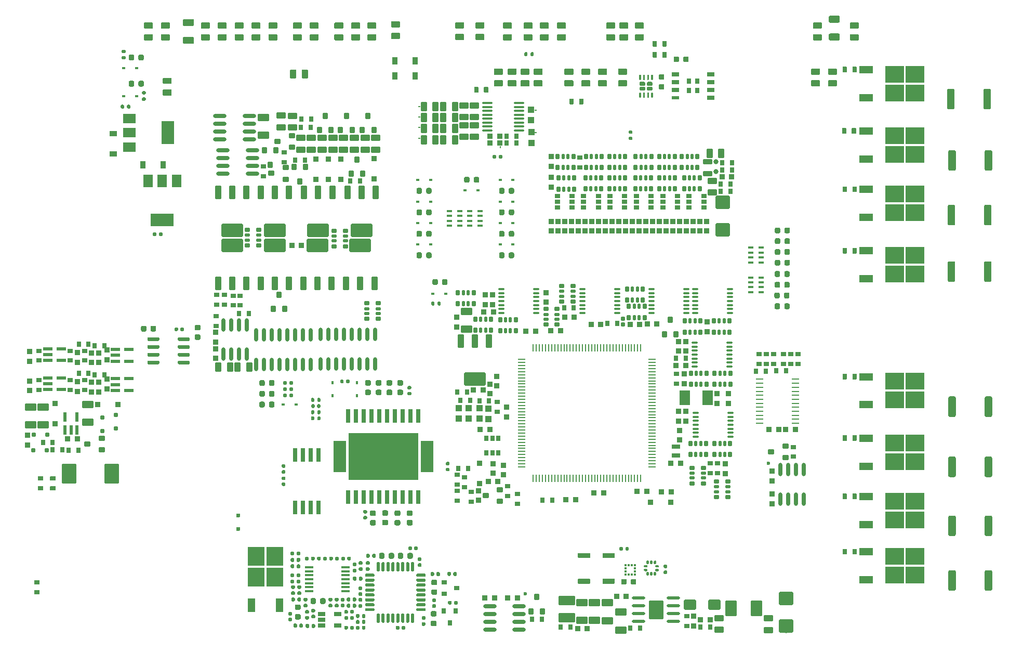
<source format=gtp>
G75*
G70*
%OFA0B0*%
%FSLAX25Y25*%
%IPPOS*%
%LPD*%
%AMOC8*
5,1,8,0,0,1.08239X$1,22.5*
%
%AMM1*
21,1,0.070870,0.036220,0.000000,0.000000,0.000000*
21,1,0.061810,0.045280,0.000000,0.000000,0.000000*
1,1,0.009060,0.030910,-0.018110*
1,1,0.009060,-0.030910,-0.018110*
1,1,0.009060,-0.030910,0.018110*
1,1,0.009060,0.030910,0.018110*
%
%AMM10*
21,1,0.033470,0.026770,0.000000,0.000000,90.000000*
21,1,0.026770,0.033470,0.000000,0.000000,90.000000*
1,1,0.006690,0.013390,0.013390*
1,1,0.006690,0.013390,-0.013390*
1,1,0.006690,-0.013390,-0.013390*
1,1,0.006690,-0.013390,0.013390*
%
%AMM11*
21,1,0.035830,0.026770,0.000000,0.000000,90.000000*
21,1,0.029130,0.033470,0.000000,0.000000,90.000000*
1,1,0.006690,0.013390,0.014570*
1,1,0.006690,0.013390,-0.014570*
1,1,0.006690,-0.013390,-0.014570*
1,1,0.006690,-0.013390,0.014570*
%
%AMM139*
21,1,0.035430,0.030320,-0.000000,-0.000000,0.000000*
21,1,0.028350,0.037400,-0.000000,-0.000000,0.000000*
1,1,0.007090,0.014170,-0.015160*
1,1,0.007090,-0.014170,-0.015160*
1,1,0.007090,-0.014170,0.015160*
1,1,0.007090,0.014170,0.015160*
%
%AMM140*
21,1,0.033470,0.026770,-0.000000,-0.000000,180.000000*
21,1,0.026770,0.033470,-0.000000,-0.000000,180.000000*
1,1,0.006690,-0.013390,0.013390*
1,1,0.006690,0.013390,0.013390*
1,1,0.006690,0.013390,-0.013390*
1,1,0.006690,-0.013390,-0.013390*
%
%AMM141*
21,1,0.027560,0.030710,-0.000000,-0.000000,0.000000*
21,1,0.022050,0.036220,-0.000000,-0.000000,0.000000*
1,1,0.005510,0.011020,-0.015350*
1,1,0.005510,-0.011020,-0.015350*
1,1,0.005510,-0.011020,0.015350*
1,1,0.005510,0.011020,0.015350*
%
%AMM145*
21,1,0.035430,0.030320,0.000000,-0.000000,90.000000*
21,1,0.028350,0.037400,0.000000,-0.000000,90.000000*
1,1,0.007090,0.015160,0.014170*
1,1,0.007090,0.015160,-0.014170*
1,1,0.007090,-0.015160,-0.014170*
1,1,0.007090,-0.015160,0.014170*
%
%AMM146*
21,1,0.033470,0.026770,0.000000,-0.000000,270.000000*
21,1,0.026770,0.033470,0.000000,-0.000000,270.000000*
1,1,0.006690,-0.013390,-0.013390*
1,1,0.006690,-0.013390,0.013390*
1,1,0.006690,0.013390,0.013390*
1,1,0.006690,0.013390,-0.013390*
%
%AMM147*
21,1,0.027560,0.030710,0.000000,-0.000000,90.000000*
21,1,0.022050,0.036220,0.000000,-0.000000,90.000000*
1,1,0.005510,0.015350,0.011020*
1,1,0.005510,0.015350,-0.011020*
1,1,0.005510,-0.015350,-0.011020*
1,1,0.005510,-0.015350,0.011020*
%
%AMM171*
21,1,0.039370,0.049210,-0.000000,-0.000000,270.000000*
21,1,0.031500,0.057090,-0.000000,-0.000000,270.000000*
1,1,0.007870,-0.024610,-0.015750*
1,1,0.007870,-0.024610,0.015750*
1,1,0.007870,0.024610,0.015750*
1,1,0.007870,0.024610,-0.015750*
%
%AMM172*
21,1,0.106300,0.050390,-0.000000,-0.000000,180.000000*
21,1,0.093700,0.062990,-0.000000,-0.000000,180.000000*
1,1,0.012600,-0.046850,0.025200*
1,1,0.012600,0.046850,0.025200*
1,1,0.012600,0.046850,-0.025200*
1,1,0.012600,-0.046850,-0.025200*
%
%AMM173*
21,1,0.074800,0.083460,-0.000000,-0.000000,0.000000*
21,1,0.059840,0.098430,-0.000000,-0.000000,0.000000*
1,1,0.014960,0.029920,-0.041730*
1,1,0.014960,-0.029920,-0.041730*
1,1,0.014960,-0.029920,0.041730*
1,1,0.014960,0.029920,0.041730*
%
%AMM174*
21,1,0.033470,0.026770,-0.000000,-0.000000,0.000000*
21,1,0.026770,0.033470,-0.000000,-0.000000,0.000000*
1,1,0.006690,0.013390,-0.013390*
1,1,0.006690,-0.013390,-0.013390*
1,1,0.006690,-0.013390,0.013390*
1,1,0.006690,0.013390,0.013390*
%
%AMM175*
21,1,0.033470,0.026770,-0.000000,-0.000000,90.000000*
21,1,0.026770,0.033470,-0.000000,-0.000000,90.000000*
1,1,0.006690,0.013390,0.013390*
1,1,0.006690,0.013390,-0.013390*
1,1,0.006690,-0.013390,-0.013390*
1,1,0.006690,-0.013390,0.013390*
%
%AMM176*
21,1,0.122050,0.075590,-0.000000,-0.000000,90.000000*
21,1,0.103150,0.094490,-0.000000,-0.000000,90.000000*
1,1,0.018900,0.037800,0.051580*
1,1,0.018900,0.037800,-0.051580*
1,1,0.018900,-0.037800,-0.051580*
1,1,0.018900,-0.037800,0.051580*
%
%AMM177*
21,1,0.078740,0.053540,-0.000000,-0.000000,0.000000*
21,1,0.065350,0.066930,-0.000000,-0.000000,0.000000*
1,1,0.013390,0.032680,-0.026770*
1,1,0.013390,-0.032680,-0.026770*
1,1,0.013390,-0.032680,0.026770*
1,1,0.013390,0.032680,0.026770*
%
%AMM178*
21,1,0.070870,0.036220,-0.000000,-0.000000,0.000000*
21,1,0.061810,0.045280,-0.000000,-0.000000,0.000000*
1,1,0.009060,0.030910,-0.018110*
1,1,0.009060,-0.030910,-0.018110*
1,1,0.009060,-0.030910,0.018110*
1,1,0.009060,0.030910,0.018110*
%
%AMM179*
21,1,0.086610,0.073230,-0.000000,-0.000000,270.000000*
21,1,0.069290,0.090550,-0.000000,-0.000000,270.000000*
1,1,0.017320,-0.036610,-0.034650*
1,1,0.017320,-0.036610,0.034650*
1,1,0.017320,0.036610,0.034650*
1,1,0.017320,0.036610,-0.034650*
%
%AMM180*
21,1,0.027560,0.030710,-0.000000,-0.000000,270.000000*
21,1,0.022050,0.036220,-0.000000,-0.000000,270.000000*
1,1,0.005510,-0.015350,-0.011020*
1,1,0.005510,-0.015350,0.011020*
1,1,0.005510,0.015350,0.011020*
1,1,0.005510,0.015350,-0.011020*
%
%AMM195*
21,1,0.039370,0.049210,-0.000000,-0.000000,180.000000*
21,1,0.031500,0.057090,-0.000000,-0.000000,180.000000*
1,1,0.007870,-0.015750,0.024610*
1,1,0.007870,0.015750,0.024610*
1,1,0.007870,0.015750,-0.024610*
1,1,0.007870,-0.015750,-0.024610*
%
%AMM196*
21,1,0.039370,0.035430,-0.000000,-0.000000,90.000000*
21,1,0.031500,0.043310,-0.000000,-0.000000,90.000000*
1,1,0.007870,0.017720,0.015750*
1,1,0.007870,0.017720,-0.015750*
1,1,0.007870,-0.017720,-0.015750*
1,1,0.007870,-0.017720,0.015750*
%
%AMM2*
21,1,0.033470,0.026770,0.000000,0.000000,180.000000*
21,1,0.026770,0.033470,0.000000,0.000000,180.000000*
1,1,0.006690,-0.013390,0.013390*
1,1,0.006690,0.013390,0.013390*
1,1,0.006690,0.013390,-0.013390*
1,1,0.006690,-0.013390,-0.013390*
%
%AMM220*
21,1,0.035430,0.050000,-0.000000,-0.000000,90.000000*
21,1,0.028350,0.057090,-0.000000,-0.000000,90.000000*
1,1,0.007090,0.025000,0.014170*
1,1,0.007090,0.025000,-0.014170*
1,1,0.007090,-0.025000,-0.014170*
1,1,0.007090,-0.025000,0.014170*
%
%AMM221*
21,1,0.086610,0.073230,-0.000000,-0.000000,90.000000*
21,1,0.069290,0.090550,-0.000000,-0.000000,90.000000*
1,1,0.017320,0.036610,0.034650*
1,1,0.017320,0.036610,-0.034650*
1,1,0.017320,-0.036610,-0.034650*
1,1,0.017320,-0.036610,0.034650*
%
%AMM222*
21,1,0.039370,0.049210,-0.000000,-0.000000,0.000000*
21,1,0.031500,0.057090,-0.000000,-0.000000,0.000000*
1,1,0.007870,0.015750,-0.024610*
1,1,0.007870,-0.015750,-0.024610*
1,1,0.007870,-0.015750,0.024610*
1,1,0.007870,0.015750,0.024610*
%
%AMM223*
21,1,0.023620,0.030710,-0.000000,-0.000000,270.000000*
21,1,0.018900,0.035430,-0.000000,-0.000000,270.000000*
1,1,0.004720,-0.015350,-0.009450*
1,1,0.004720,-0.015350,0.009450*
1,1,0.004720,0.015350,0.009450*
1,1,0.004720,0.015350,-0.009450*
%
%AMM224*
21,1,0.025590,0.026380,-0.000000,-0.000000,180.000000*
21,1,0.020470,0.031500,-0.000000,-0.000000,180.000000*
1,1,0.005120,-0.010240,0.013190*
1,1,0.005120,0.010240,0.013190*
1,1,0.005120,0.010240,-0.013190*
1,1,0.005120,-0.010240,-0.013190*
%
%AMM225*
21,1,0.017720,0.027950,-0.000000,-0.000000,180.000000*
21,1,0.014170,0.031500,-0.000000,-0.000000,180.000000*
1,1,0.003540,-0.007090,0.013980*
1,1,0.003540,0.007090,0.013980*
1,1,0.003540,0.007090,-0.013980*
1,1,0.003540,-0.007090,-0.013980*
%
%AMM226*
21,1,0.027560,0.030710,-0.000000,-0.000000,180.000000*
21,1,0.022050,0.036220,-0.000000,-0.000000,180.000000*
1,1,0.005510,-0.011020,0.015350*
1,1,0.005510,0.011020,0.015350*
1,1,0.005510,0.011020,-0.015350*
1,1,0.005510,-0.011020,-0.015350*
%
%AMM26*
21,1,0.027560,0.030710,0.000000,0.000000,180.000000*
21,1,0.022050,0.036220,0.000000,0.000000,180.000000*
1,1,0.005510,-0.011020,0.015350*
1,1,0.005510,0.011020,0.015350*
1,1,0.005510,0.011020,-0.015350*
1,1,0.005510,-0.011020,-0.015350*
%
%AMM263*
21,1,0.035430,0.030320,-0.000000,-0.000000,90.000000*
21,1,0.028350,0.037400,-0.000000,-0.000000,90.000000*
1,1,0.007090,0.015160,0.014170*
1,1,0.007090,0.015160,-0.014170*
1,1,0.007090,-0.015160,-0.014170*
1,1,0.007090,-0.015160,0.014170*
%
%AMM264*
21,1,0.035430,0.030320,-0.000000,-0.000000,180.000000*
21,1,0.028350,0.037400,-0.000000,-0.000000,180.000000*
1,1,0.007090,-0.014170,0.015160*
1,1,0.007090,0.014170,0.015160*
1,1,0.007090,0.014170,-0.015160*
1,1,0.007090,-0.014170,-0.015160*
%
%AMM265*
21,1,0.070870,0.036220,-0.000000,-0.000000,180.000000*
21,1,0.061810,0.045280,-0.000000,-0.000000,180.000000*
1,1,0.009060,-0.030910,0.018110*
1,1,0.009060,0.030910,0.018110*
1,1,0.009060,0.030910,-0.018110*
1,1,0.009060,-0.030910,-0.018110*
%
%AMM266*
21,1,0.043310,0.075980,-0.000000,-0.000000,0.000000*
21,1,0.034650,0.084650,-0.000000,-0.000000,0.000000*
1,1,0.008660,0.017320,-0.037990*
1,1,0.008660,-0.017320,-0.037990*
1,1,0.008660,-0.017320,0.037990*
1,1,0.008660,0.017320,0.037990*
%
%AMM267*
21,1,0.043310,0.075990,-0.000000,-0.000000,0.000000*
21,1,0.034650,0.084650,-0.000000,-0.000000,0.000000*
1,1,0.008660,0.017320,-0.037990*
1,1,0.008660,-0.017320,-0.037990*
1,1,0.008660,-0.017320,0.037990*
1,1,0.008660,0.017320,0.037990*
%
%AMM268*
21,1,0.137800,0.067720,-0.000000,-0.000000,0.000000*
21,1,0.120870,0.084650,-0.000000,-0.000000,0.000000*
1,1,0.016930,0.060430,-0.033860*
1,1,0.016930,-0.060430,-0.033860*
1,1,0.016930,-0.060430,0.033860*
1,1,0.016930,0.060430,0.033860*
%
%AMM269*
21,1,0.025590,0.026380,-0.000000,-0.000000,270.000000*
21,1,0.020470,0.031500,-0.000000,-0.000000,270.000000*
1,1,0.005120,-0.013190,-0.010240*
1,1,0.005120,-0.013190,0.010240*
1,1,0.005120,0.013190,0.010240*
1,1,0.005120,0.013190,-0.010240*
%
%AMM270*
21,1,0.017720,0.027950,-0.000000,-0.000000,270.000000*
21,1,0.014170,0.031500,-0.000000,-0.000000,270.000000*
1,1,0.003540,-0.013980,-0.007090*
1,1,0.003540,-0.013980,0.007090*
1,1,0.003540,0.013980,0.007090*
1,1,0.003540,0.013980,-0.007090*
%
%AMM271*
21,1,0.035830,0.026770,-0.000000,-0.000000,270.000000*
21,1,0.029130,0.033470,-0.000000,-0.000000,270.000000*
1,1,0.006690,-0.013390,-0.014570*
1,1,0.006690,-0.013390,0.014570*
1,1,0.006690,0.013390,0.014570*
1,1,0.006690,0.013390,-0.014570*
%
%AMM288*
21,1,0.027560,0.030710,-0.000000,-0.000000,90.000000*
21,1,0.022050,0.036220,-0.000000,-0.000000,90.000000*
1,1,0.005510,0.015350,0.011020*
1,1,0.005510,0.015350,-0.011020*
1,1,0.005510,-0.015350,-0.011020*
1,1,0.005510,-0.015350,0.011020*
%
%AMM3*
21,1,0.035430,0.030320,0.000000,0.000000,90.000000*
21,1,0.028350,0.037400,0.000000,0.000000,90.000000*
1,1,0.007090,0.015160,0.014170*
1,1,0.007090,0.015160,-0.014170*
1,1,0.007090,-0.015160,-0.014170*
1,1,0.007090,-0.015160,0.014170*
%
%AMM328*
21,1,0.033470,0.026770,-0.000000,-0.000000,270.000000*
21,1,0.026770,0.033470,-0.000000,-0.000000,270.000000*
1,1,0.006690,-0.013390,-0.013390*
1,1,0.006690,-0.013390,0.013390*
1,1,0.006690,0.013390,0.013390*
1,1,0.006690,0.013390,-0.013390*
%
%AMM329*
21,1,0.023620,0.030710,-0.000000,-0.000000,0.000000*
21,1,0.018900,0.035430,-0.000000,-0.000000,0.000000*
1,1,0.004720,0.009450,-0.015350*
1,1,0.004720,-0.009450,-0.015350*
1,1,0.004720,-0.009450,0.015350*
1,1,0.004720,0.009450,0.015350*
%
%AMM33*
21,1,0.033470,0.026770,0.000000,0.000000,270.000000*
21,1,0.026770,0.033470,0.000000,0.000000,270.000000*
1,1,0.006690,-0.013390,-0.013390*
1,1,0.006690,-0.013390,0.013390*
1,1,0.006690,0.013390,0.013390*
1,1,0.006690,0.013390,-0.013390*
%
%AMM330*
21,1,0.027560,0.018900,-0.000000,-0.000000,0.000000*
21,1,0.022840,0.023620,-0.000000,-0.000000,0.000000*
1,1,0.004720,0.011420,-0.009450*
1,1,0.004720,-0.011420,-0.009450*
1,1,0.004720,-0.011420,0.009450*
1,1,0.004720,0.011420,0.009450*
%
%AMM331*
21,1,0.137800,0.067720,-0.000000,-0.000000,180.000000*
21,1,0.120870,0.084650,-0.000000,-0.000000,180.000000*
1,1,0.016930,-0.060430,0.033860*
1,1,0.016930,0.060430,0.033860*
1,1,0.016930,0.060430,-0.033860*
1,1,0.016930,-0.060430,-0.033860*
%
%AMM332*
21,1,0.043310,0.075980,-0.000000,-0.000000,180.000000*
21,1,0.034650,0.084650,-0.000000,-0.000000,180.000000*
1,1,0.008660,-0.017320,0.037990*
1,1,0.008660,0.017320,0.037990*
1,1,0.008660,0.017320,-0.037990*
1,1,0.008660,-0.017320,-0.037990*
%
%AMM333*
21,1,0.043310,0.075990,-0.000000,-0.000000,180.000000*
21,1,0.034650,0.084650,-0.000000,-0.000000,180.000000*
1,1,0.008660,-0.017320,0.037990*
1,1,0.008660,0.017320,0.037990*
1,1,0.008660,0.017320,-0.037990*
1,1,0.008660,-0.017320,-0.037990*
%
%AMM334*
21,1,0.035830,0.026770,-0.000000,-0.000000,90.000000*
21,1,0.029130,0.033470,-0.000000,-0.000000,90.000000*
1,1,0.006690,0.013390,0.014570*
1,1,0.006690,0.013390,-0.014570*
1,1,0.006690,-0.013390,-0.014570*
1,1,0.006690,-0.013390,0.014570*
%
%AMM335*
21,1,0.025590,0.026380,-0.000000,-0.000000,90.000000*
21,1,0.020470,0.031500,-0.000000,-0.000000,90.000000*
1,1,0.005120,0.013190,0.010240*
1,1,0.005120,0.013190,-0.010240*
1,1,0.005120,-0.013190,-0.010240*
1,1,0.005120,-0.013190,0.010240*
%
%AMM336*
21,1,0.017720,0.027950,-0.000000,-0.000000,90.000000*
21,1,0.014170,0.031500,-0.000000,-0.000000,90.000000*
1,1,0.003540,0.013980,0.007090*
1,1,0.003540,0.013980,-0.007090*
1,1,0.003540,-0.013980,-0.007090*
1,1,0.003540,-0.013980,0.007090*
%
%AMM337*
21,1,0.027560,0.049610,-0.000000,-0.000000,90.000000*
21,1,0.022050,0.055120,-0.000000,-0.000000,90.000000*
1,1,0.005510,0.024800,0.011020*
1,1,0.005510,0.024800,-0.011020*
1,1,0.005510,-0.024800,-0.011020*
1,1,0.005510,-0.024800,0.011020*
%
%AMM338*
21,1,0.035830,0.026770,-0.000000,-0.000000,0.000000*
21,1,0.029130,0.033470,-0.000000,-0.000000,0.000000*
1,1,0.006690,0.014570,-0.013390*
1,1,0.006690,-0.014570,-0.013390*
1,1,0.006690,-0.014570,0.013390*
1,1,0.006690,0.014570,0.013390*
%
%AMM4*
21,1,0.021650,0.052760,0.000000,0.000000,0.000000*
21,1,0.017320,0.057090,0.000000,0.000000,0.000000*
1,1,0.004330,0.008660,-0.026380*
1,1,0.004330,-0.008660,-0.026380*
1,1,0.004330,-0.008660,0.026380*
1,1,0.004330,0.008660,0.026380*
%
%AMM5*
21,1,0.094490,0.111020,0.000000,0.000000,180.000000*
21,1,0.075590,0.129920,0.000000,0.000000,180.000000*
1,1,0.018900,-0.037800,0.055510*
1,1,0.018900,0.037800,0.055510*
1,1,0.018900,0.037800,-0.055510*
1,1,0.018900,-0.037800,-0.055510*
%
%AMM6*
21,1,0.023620,0.018900,0.000000,0.000000,270.000000*
21,1,0.018900,0.023620,0.000000,0.000000,270.000000*
1,1,0.004720,-0.009450,-0.009450*
1,1,0.004720,-0.009450,0.009450*
1,1,0.004720,0.009450,0.009450*
1,1,0.004720,0.009450,-0.009450*
%
%AMM7*
21,1,0.035830,0.026770,0.000000,0.000000,0.000000*
21,1,0.029130,0.033470,0.000000,0.000000,0.000000*
1,1,0.006690,0.014570,-0.013390*
1,1,0.006690,-0.014570,-0.013390*
1,1,0.006690,-0.014570,0.013390*
1,1,0.006690,0.014570,0.013390*
%
%AMM71*
21,1,0.021650,0.052760,0.000000,0.000000,270.000000*
21,1,0.017320,0.057090,0.000000,0.000000,270.000000*
1,1,0.004330,-0.026380,-0.008660*
1,1,0.004330,-0.026380,0.008660*
1,1,0.004330,0.026380,0.008660*
1,1,0.004330,0.026380,-0.008660*
%
%AMM72*
21,1,0.027560,0.030710,0.000000,0.000000,270.000000*
21,1,0.022050,0.036220,0.000000,0.000000,270.000000*
1,1,0.005510,-0.015350,-0.011020*
1,1,0.005510,-0.015350,0.011020*
1,1,0.005510,0.015350,0.011020*
1,1,0.005510,0.015350,-0.011020*
%
%AMM8*
21,1,0.023620,0.018900,0.000000,0.000000,180.000000*
21,1,0.018900,0.023620,0.000000,0.000000,180.000000*
1,1,0.004720,-0.009450,0.009450*
1,1,0.004720,0.009450,0.009450*
1,1,0.004720,0.009450,-0.009450*
1,1,0.004720,-0.009450,-0.009450*
%
%AMM9*
21,1,0.027560,0.030710,0.000000,0.000000,0.000000*
21,1,0.022050,0.036220,0.000000,0.000000,0.000000*
1,1,0.005510,0.011020,-0.015350*
1,1,0.005510,-0.011020,-0.015350*
1,1,0.005510,-0.011020,0.015350*
1,1,0.005510,0.011020,0.015350*
%
%ADD100R,0.07874X0.14961*%
%ADD101R,0.01772X0.02362*%
%ADD102R,0.04724X0.03543*%
%ADD103C,0.03150*%
%ADD111R,0.12008X0.10827*%
%ADD112O,0.00000X0.00000*%
%ADD113R,0.03130X0.03543*%
%ADD14R,0.08661X0.04724*%
%ADD143M1*%
%ADD144M2*%
%ADD145M3*%
%ADD146M4*%
%ADD147M5*%
%ADD148M6*%
%ADD149M7*%
%ADD150M8*%
%ADD151M9*%
%ADD152M10*%
%ADD153M11*%
%ADD175O,0.08661X0.02362*%
%ADD177M26*%
%ADD178O,0.01968X0.00984*%
%ADD179O,0.00984X0.01968*%
%ADD18R,0.02520X0.08504*%
%ADD186R,0.04724X0.08661*%
%ADD188R,0.03543X0.03150*%
%ADD189R,0.05709X0.01772*%
%ADD190R,0.04803X0.02559*%
%ADD191R,0.03150X0.03543*%
%ADD197R,0.10827X0.12008*%
%ADD20R,0.02362X0.01772*%
%ADD202M33*%
%ADD203O,0.08661X0.01968*%
%ADD209O,0.01968X0.03937*%
%ADD22R,0.03543X0.04724*%
%ADD223O,0.07087X0.01378*%
%ADD250M71*%
%ADD251M72*%
%ADD261O,0.02362X0.08661*%
%ADD27R,0.03543X0.01575*%
%ADD281O,0.04961X0.00984*%
%ADD287O,0.05118X0.00866*%
%ADD288O,0.00866X0.05118*%
%ADD293O,0.04331X0.01181*%
%ADD294R,0.06693X0.09449*%
%ADD30R,0.03150X0.08661*%
%ADD31R,0.08000X0.20000*%
%ADD33R,0.45000X0.30000*%
%ADD347M139*%
%ADD348M140*%
%ADD349M141*%
%ADD353M145*%
%ADD354M146*%
%ADD355M147*%
%ADD37O,0.01969X0.00984*%
%ADD39O,0.00984X0.01969*%
%ADD40C,0.02362*%
%ADD400M171*%
%ADD401M172*%
%ADD402M173*%
%ADD403M174*%
%ADD404M175*%
%ADD405M176*%
%ADD406M177*%
%ADD407M178*%
%ADD408M179*%
%ADD409M180*%
%ADD41R,0.01378X0.01476*%
%ADD42R,0.01476X0.01378*%
%ADD430M195*%
%ADD431M196*%
%ADD455M220*%
%ADD456M221*%
%ADD457M222*%
%ADD458M223*%
%ADD459M224*%
%ADD460M225*%
%ADD461M226*%
%ADD513M263*%
%ADD514M264*%
%ADD515M265*%
%ADD516M266*%
%ADD517M267*%
%ADD518M268*%
%ADD519M269*%
%ADD520M270*%
%ADD521M271*%
%ADD542M288*%
%ADD586M328*%
%ADD587M329*%
%ADD588M330*%
%ADD589M331*%
%ADD590M332*%
%ADD591M333*%
%ADD592M334*%
%ADD593M335*%
%ADD594M336*%
%ADD595M337*%
%ADD596M338*%
%ADD64R,0.05157X0.02559*%
%ADD65R,0.05157X0.02362*%
%ADD93R,0.05906X0.07874*%
%ADD94R,0.14961X0.07874*%
%ADD99R,0.07874X0.05906*%
X0000000Y0000000D02*
%LPD*%
G01*
G36*
G01*
X0079926Y0393593D02*
X0084847Y0393593D01*
G75*
G02*
X0085241Y0393200I0000000J-000394D01*
G01*
X0085241Y0390050D01*
G75*
G02*
X0084847Y0389656I-000394J0000000D01*
G01*
X0079926Y0389656D01*
G75*
G02*
X0079532Y0390050I0000000J0000394D01*
G01*
X0079532Y0393200D01*
G75*
G02*
X0079926Y0393593I0000394J0000000D01*
G01*
G37*
G36*
G01*
X0079926Y0386113D02*
X0084847Y0386113D01*
G75*
G02*
X0085241Y0385719I0000000J-000394D01*
G01*
X0085241Y0382570D01*
G75*
G02*
X0084847Y0382176I-000394J0000000D01*
G01*
X0079926Y0382176D01*
G75*
G02*
X0079532Y0382570I0000000J0000394D01*
G01*
X0079532Y0385719D01*
G75*
G02*
X0079926Y0386113I0000394J0000000D01*
G01*
G37*
G36*
G01*
X0116344Y0393593D02*
X0121265Y0393593D01*
G75*
G02*
X0121658Y0393200I0000000J-000394D01*
G01*
X0121658Y0390050D01*
G75*
G02*
X0121265Y0389656I-000394J0000000D01*
G01*
X0116344Y0389656D01*
G75*
G02*
X0115950Y0390050I0000000J0000394D01*
G01*
X0115950Y0393200D01*
G75*
G02*
X0116344Y0393593I0000394J0000000D01*
G01*
G37*
G36*
G01*
X0116344Y0386113D02*
X0121265Y0386113D01*
G75*
G02*
X0121658Y0385719I0000000J-000394D01*
G01*
X0121658Y0382570D01*
G75*
G02*
X0121265Y0382176I-000394J0000000D01*
G01*
X0116344Y0382176D01*
G75*
G02*
X0115950Y0382570I0000000J0000394D01*
G01*
X0115950Y0385719D01*
G75*
G02*
X0116344Y0386113I0000394J0000000D01*
G01*
G37*
G36*
G01*
X0137997Y0393593D02*
X0142918Y0393593D01*
G75*
G02*
X0143312Y0393200I0000000J-000394D01*
G01*
X0143312Y0390050D01*
G75*
G02*
X0142918Y0389656I-000394J0000000D01*
G01*
X0137997Y0389656D01*
G75*
G02*
X0137603Y0390050I0000000J0000394D01*
G01*
X0137603Y0393200D01*
G75*
G02*
X0137997Y0393593I0000394J0000000D01*
G01*
G37*
G36*
G01*
X0137997Y0386113D02*
X0142918Y0386113D01*
G75*
G02*
X0143312Y0385719I0000000J-000394D01*
G01*
X0143312Y0382570D01*
G75*
G02*
X0142918Y0382176I-000394J0000000D01*
G01*
X0137997Y0382176D01*
G75*
G02*
X0137603Y0382570I0000000J0000394D01*
G01*
X0137603Y0385719D01*
G75*
G02*
X0137997Y0386113I0000394J0000000D01*
G01*
G37*
G36*
G01*
X0175399Y0393593D02*
X0180320Y0393593D01*
G75*
G02*
X0180714Y0393200I0000000J-000394D01*
G01*
X0180714Y0390050D01*
G75*
G02*
X0180320Y0389656I-000394J0000000D01*
G01*
X0175399Y0389656D01*
G75*
G02*
X0175005Y0390050I0000000J0000394D01*
G01*
X0175005Y0393200D01*
G75*
G02*
X0175399Y0393593I0000394J0000000D01*
G01*
G37*
G36*
G01*
X0175399Y0386113D02*
X0180320Y0386113D01*
G75*
G02*
X0180714Y0385719I0000000J-000394D01*
G01*
X0180714Y0382570D01*
G75*
G02*
X0180320Y0382176I-000394J0000000D01*
G01*
X0175399Y0382176D01*
G75*
G02*
X0175005Y0382570I0000000J0000394D01*
G01*
X0175005Y0385719D01*
G75*
G02*
X0175399Y0386113I0000394J0000000D01*
G01*
G37*
G36*
G01*
X0201973Y0393593D02*
X0206895Y0393593D01*
G75*
G02*
X0207288Y0393200I0000000J-000394D01*
G01*
X0207288Y0390050D01*
G75*
G02*
X0206895Y0389656I-000394J0000000D01*
G01*
X0201973Y0389656D01*
G75*
G02*
X0201580Y0390050I0000000J0000394D01*
G01*
X0201580Y0393200D01*
G75*
G02*
X0201973Y0393593I0000394J0000000D01*
G01*
G37*
G36*
G01*
X0201973Y0386113D02*
X0206895Y0386113D01*
G75*
G02*
X0207288Y0385719I0000000J-000394D01*
G01*
X0207288Y0382570D01*
G75*
G02*
X0206895Y0382176I-000394J0000000D01*
G01*
X0201973Y0382176D01*
G75*
G02*
X0201580Y0382570I0000000J0000394D01*
G01*
X0201580Y0385719D01*
G75*
G02*
X0201973Y0386113I0000394J0000000D01*
G01*
G37*
G36*
G01*
X0333863Y0393593D02*
X0338784Y0393593D01*
G75*
G02*
X0339178Y0393200I0000000J-000394D01*
G01*
X0339178Y0390050D01*
G75*
G02*
X0338784Y0389656I-000394J0000000D01*
G01*
X0333863Y0389656D01*
G75*
G02*
X0333470Y0390050I0000000J0000394D01*
G01*
X0333470Y0393200D01*
G75*
G02*
X0333863Y0393593I0000394J0000000D01*
G01*
G37*
G36*
G01*
X0333863Y0386113D02*
X0338784Y0386113D01*
G75*
G02*
X0339178Y0385719I0000000J-000394D01*
G01*
X0339178Y0382570D01*
G75*
G02*
X0338784Y0382176I-000394J0000000D01*
G01*
X0333863Y0382176D01*
G75*
G02*
X0333470Y0382570I0000000J0000394D01*
G01*
X0333470Y0385719D01*
G75*
G02*
X0333863Y0386113I0000394J0000000D01*
G01*
G37*
G36*
G01*
X0344887Y0393593D02*
X0349808Y0393593D01*
G75*
G02*
X0350202Y0393200I0000000J-000394D01*
G01*
X0350202Y0390050D01*
G75*
G02*
X0349808Y0389656I-000394J0000000D01*
G01*
X0344887Y0389656D01*
G75*
G02*
X0344493Y0390050I0000000J0000394D01*
G01*
X0344493Y0393200D01*
G75*
G02*
X0344887Y0393593I0000394J0000000D01*
G01*
G37*
G36*
G01*
X0344887Y0386113D02*
X0349808Y0386113D01*
G75*
G02*
X0350202Y0385719I0000000J-000394D01*
G01*
X0350202Y0382570D01*
G75*
G02*
X0349808Y0382176I-000394J0000000D01*
G01*
X0344887Y0382176D01*
G75*
G02*
X0344493Y0382570I0000000J0000394D01*
G01*
X0344493Y0385719D01*
G75*
G02*
X0344887Y0386113I0000394J0000000D01*
G01*
G37*
G36*
G01*
X0371265Y0364066D02*
X0376186Y0364066D01*
G75*
G02*
X0376580Y0363672I0000000J-000394D01*
G01*
X0376580Y0360523D01*
G75*
G02*
X0376186Y0360129I-000394J0000000D01*
G01*
X0371265Y0360129D01*
G75*
G02*
X0370871Y0360523I0000000J0000394D01*
G01*
X0370871Y0363672D01*
G75*
G02*
X0371265Y0364066I0000394J0000000D01*
G01*
G37*
G36*
G01*
X0371265Y0356586D02*
X0376186Y0356586D01*
G75*
G02*
X0376580Y0356192I0000000J-000394D01*
G01*
X0376580Y0353042D01*
G75*
G02*
X0376186Y0352649I-000394J0000000D01*
G01*
X0371265Y0352649D01*
G75*
G02*
X0370871Y0353042I0000000J0000394D01*
G01*
X0370871Y0356192D01*
G75*
G02*
X0371265Y0356586I0000394J0000000D01*
G01*
G37*
G36*
G01*
X0384060Y0364066D02*
X0388981Y0364066D01*
G75*
G02*
X0389375Y0363672I0000000J-000394D01*
G01*
X0389375Y0360523D01*
G75*
G02*
X0388981Y0360129I-000394J0000000D01*
G01*
X0384060Y0360129D01*
G75*
G02*
X0383666Y0360523I0000000J0000394D01*
G01*
X0383666Y0363672D01*
G75*
G02*
X0384060Y0364066I0000394J0000000D01*
G01*
G37*
G36*
G01*
X0384060Y0356586D02*
X0388981Y0356586D01*
G75*
G02*
X0389375Y0356192I0000000J-000394D01*
G01*
X0389375Y0353042D01*
G75*
G02*
X0388981Y0352649I-000394J0000000D01*
G01*
X0384060Y0352649D01*
G75*
G02*
X0383666Y0353042I0000000J0000394D01*
G01*
X0383666Y0356192D01*
G75*
G02*
X0384060Y0356586I0000394J0000000D01*
G01*
G37*
G36*
G01*
X0509060Y0393593D02*
X0513981Y0393593D01*
G75*
G02*
X0514375Y0393200I0000000J-000394D01*
G01*
X0514375Y0390050D01*
G75*
G02*
X0513981Y0389656I-000394J0000000D01*
G01*
X0509060Y0389656D01*
G75*
G02*
X0508666Y0390050I0000000J0000394D01*
G01*
X0508666Y0393200D01*
G75*
G02*
X0509060Y0393593I0000394J0000000D01*
G01*
G37*
G36*
G01*
X0509060Y0386113D02*
X0513981Y0386113D01*
G75*
G02*
X0514375Y0385719I0000000J-000394D01*
G01*
X0514375Y0382570D01*
G75*
G02*
X0513981Y0382176I-000394J0000000D01*
G01*
X0509060Y0382176D01*
G75*
G02*
X0508666Y0382570I0000000J0000394D01*
G01*
X0508666Y0385719D01*
G75*
G02*
X0509060Y0386113I0000394J0000000D01*
G01*
G37*
G36*
G01*
X0532682Y0393593D02*
X0537603Y0393593D01*
G75*
G02*
X0537997Y0393200I0000000J-000394D01*
G01*
X0537997Y0390050D01*
G75*
G02*
X0537603Y0389656I-000394J0000000D01*
G01*
X0532682Y0389656D01*
G75*
G02*
X0532288Y0390050I0000000J0000394D01*
G01*
X0532288Y0393200D01*
G75*
G02*
X0532682Y0393593I0000394J0000000D01*
G01*
G37*
G36*
G01*
X0532682Y0386113D02*
X0537603Y0386113D01*
G75*
G02*
X0537997Y0385719I0000000J-000394D01*
G01*
X0537997Y0382570D01*
G75*
G02*
X0537603Y0382176I-000394J0000000D01*
G01*
X0532682Y0382176D01*
G75*
G02*
X0532288Y0382570I0000000J0000394D01*
G01*
X0532288Y0385719D01*
G75*
G02*
X0532682Y0386113I0000394J0000000D01*
G01*
G37*
G36*
G01*
X0090753Y0393593D02*
X0095674Y0393593D01*
G75*
G02*
X0096068Y0393200I0000000J-000394D01*
G01*
X0096068Y0390050D01*
G75*
G02*
X0095674Y0389656I-000394J0000000D01*
G01*
X0090753Y0389656D01*
G75*
G02*
X0090359Y0390050I0000000J0000394D01*
G01*
X0090359Y0393200D01*
G75*
G02*
X0090753Y0393593I0000394J0000000D01*
G01*
G37*
G36*
G01*
X0090753Y0386113D02*
X0095674Y0386113D01*
G75*
G02*
X0096068Y0385719I0000000J-000394D01*
G01*
X0096068Y0382570D01*
G75*
G02*
X0095674Y0382176I-000394J0000000D01*
G01*
X0090753Y0382176D01*
G75*
G02*
X0090359Y0382570I0000000J0000394D01*
G01*
X0090359Y0385719D01*
G75*
G02*
X0090753Y0386113I0000394J0000000D01*
G01*
G37*
G36*
G01*
X0127170Y0393593D02*
X0132092Y0393593D01*
G75*
G02*
X0132485Y0393200I0000000J-000394D01*
G01*
X0132485Y0390050D01*
G75*
G02*
X0132092Y0389656I-000394J0000000D01*
G01*
X0127170Y0389656D01*
G75*
G02*
X0126777Y0390050I0000000J0000394D01*
G01*
X0126777Y0393200D01*
G75*
G02*
X0127170Y0393593I0000394J0000000D01*
G01*
G37*
G36*
G01*
X0127170Y0386113D02*
X0132092Y0386113D01*
G75*
G02*
X0132485Y0385719I0000000J-000394D01*
G01*
X0132485Y0382570D01*
G75*
G02*
X0132092Y0382176I-000394J0000000D01*
G01*
X0127170Y0382176D01*
G75*
G02*
X0126777Y0382570I0000000J0000394D01*
G01*
X0126777Y0385719D01*
G75*
G02*
X0127170Y0386113I0000394J0000000D01*
G01*
G37*
G36*
G01*
X0159651Y0393593D02*
X0164572Y0393593D01*
G75*
G02*
X0164966Y0393200I0000000J-000394D01*
G01*
X0164966Y0390050D01*
G75*
G02*
X0164572Y0389656I-000394J0000000D01*
G01*
X0159651Y0389656D01*
G75*
G02*
X0159257Y0390050I0000000J0000394D01*
G01*
X0159257Y0393200D01*
G75*
G02*
X0159651Y0393593I0000394J0000000D01*
G01*
G37*
G36*
G01*
X0159651Y0386113D02*
X0164572Y0386113D01*
G75*
G02*
X0164966Y0385719I0000000J-000394D01*
G01*
X0164966Y0382570D01*
G75*
G02*
X0164572Y0382176I-000394J0000000D01*
G01*
X0159651Y0382176D01*
G75*
G02*
X0159257Y0382570I0000000J0000394D01*
G01*
X0159257Y0385719D01*
G75*
G02*
X0159651Y0386113I0000394J0000000D01*
G01*
G37*
G36*
G01*
X0186225Y0393593D02*
X0191147Y0393593D01*
G75*
G02*
X0191540Y0393200I0000000J-000394D01*
G01*
X0191540Y0390050D01*
G75*
G02*
X0191147Y0389656I-000394J0000000D01*
G01*
X0186225Y0389656D01*
G75*
G02*
X0185832Y0390050I0000000J0000394D01*
G01*
X0185832Y0393200D01*
G75*
G02*
X0186225Y0393593I0000394J0000000D01*
G01*
G37*
G36*
G01*
X0186225Y0386113D02*
X0191147Y0386113D01*
G75*
G02*
X0191540Y0385719I0000000J-000394D01*
G01*
X0191540Y0382570D01*
G75*
G02*
X0191147Y0382176I-000394J0000000D01*
G01*
X0186225Y0382176D01*
G75*
G02*
X0185832Y0382570I0000000J0000394D01*
G01*
X0185832Y0385719D01*
G75*
G02*
X0186225Y0386113I0000394J0000000D01*
G01*
G37*
G36*
G01*
X0223233Y0393593D02*
X0228155Y0393593D01*
G75*
G02*
X0228548Y0393200I0000000J-000394D01*
G01*
X0228548Y0390050D01*
G75*
G02*
X0228155Y0389656I-000394J0000000D01*
G01*
X0223233Y0389656D01*
G75*
G02*
X0222840Y0390050I0000000J0000394D01*
G01*
X0222840Y0393200D01*
G75*
G02*
X0223233Y0393593I0000394J0000000D01*
G01*
G37*
G36*
G01*
X0223233Y0386113D02*
X0228155Y0386113D01*
G75*
G02*
X0228548Y0385719I0000000J-000394D01*
G01*
X0228548Y0382570D01*
G75*
G02*
X0228155Y0382176I-000394J0000000D01*
G01*
X0223233Y0382176D01*
G75*
G02*
X0222840Y0382570I0000000J0000394D01*
G01*
X0222840Y0385719D01*
G75*
G02*
X0223233Y0386113I0000394J0000000D01*
G01*
G37*
G36*
G01*
X0304336Y0364066D02*
X0309257Y0364066D01*
G75*
G02*
X0309651Y0363672I0000000J-000394D01*
G01*
X0309651Y0360523D01*
G75*
G02*
X0309257Y0360129I-000394J0000000D01*
G01*
X0304336Y0360129D01*
G75*
G02*
X0303942Y0360523I0000000J0000394D01*
G01*
X0303942Y0363672D01*
G75*
G02*
X0304336Y0364066I0000394J0000000D01*
G01*
G37*
G36*
G01*
X0304336Y0356586D02*
X0309257Y0356586D01*
G75*
G02*
X0309651Y0356192I0000000J-000394D01*
G01*
X0309651Y0353042D01*
G75*
G02*
X0309257Y0352649I-000394J0000000D01*
G01*
X0304336Y0352649D01*
G75*
G02*
X0303942Y0353042I0000000J0000394D01*
G01*
X0303942Y0356192D01*
G75*
G02*
X0304336Y0356586I0000394J0000000D01*
G01*
G37*
G36*
G01*
X0313194Y0364066D02*
X0318115Y0364066D01*
G75*
G02*
X0318509Y0363672I0000000J-000394D01*
G01*
X0318509Y0360523D01*
G75*
G02*
X0318115Y0360129I-000394J0000000D01*
G01*
X0313194Y0360129D01*
G75*
G02*
X0312800Y0360523I0000000J0000394D01*
G01*
X0312800Y0363672D01*
G75*
G02*
X0313194Y0364066I0000394J0000000D01*
G01*
G37*
G36*
G01*
X0313194Y0356586D02*
X0318115Y0356586D01*
G75*
G02*
X0318509Y0356192I0000000J-000394D01*
G01*
X0318509Y0353042D01*
G75*
G02*
X0318115Y0352649I-000394J0000000D01*
G01*
X0313194Y0352649D01*
G75*
G02*
X0312800Y0353042I0000000J0000394D01*
G01*
X0312800Y0356192D01*
G75*
G02*
X0313194Y0356586I0000394J0000000D01*
G01*
G37*
G36*
G01*
X0323430Y0393594D02*
X0328351Y0393594D01*
G75*
G02*
X0328745Y0393200I0000000J-000394D01*
G01*
X0328745Y0390050D01*
G75*
G02*
X0328351Y0389657I-000394J0000000D01*
G01*
X0323430Y0389657D01*
G75*
G02*
X0323036Y0390050I0000000J0000394D01*
G01*
X0323036Y0393200D01*
G75*
G02*
X0323430Y0393594I0000394J0000000D01*
G01*
G37*
G36*
G01*
X0323430Y0386113D02*
X0328351Y0386113D01*
G75*
G02*
X0328745Y0385719I0000000J-000394D01*
G01*
X0328745Y0382570D01*
G75*
G02*
X0328351Y0382176I-000394J0000000D01*
G01*
X0323430Y0382176D01*
G75*
G02*
X0323036Y0382570I0000000J0000394D01*
G01*
X0323036Y0385719D01*
G75*
G02*
X0323430Y0386113I0000394J0000000D01*
G01*
G37*
G36*
G01*
X0349611Y0364066D02*
X0354532Y0364066D01*
G75*
G02*
X0354926Y0363672I0000000J-000394D01*
G01*
X0354926Y0360523D01*
G75*
G02*
X0354532Y0360129I-000394J0000000D01*
G01*
X0349611Y0360129D01*
G75*
G02*
X0349218Y0360523I0000000J0000394D01*
G01*
X0349218Y0363672D01*
G75*
G02*
X0349611Y0364066I0000394J0000000D01*
G01*
G37*
G36*
G01*
X0349611Y0356586D02*
X0354532Y0356586D01*
G75*
G02*
X0354926Y0356192I0000000J-000394D01*
G01*
X0354926Y0353042D01*
G75*
G02*
X0354532Y0352649I-000394J0000000D01*
G01*
X0349611Y0352649D01*
G75*
G02*
X0349218Y0353042I0000000J0000394D01*
G01*
X0349218Y0356192D01*
G75*
G02*
X0349611Y0356586I0000394J0000000D01*
G01*
G37*
G36*
G01*
X0360438Y0364066D02*
X0365359Y0364066D01*
G75*
G02*
X0365753Y0363672I0000000J-000394D01*
G01*
X0365753Y0360523D01*
G75*
G02*
X0365359Y0360129I-000394J0000000D01*
G01*
X0360438Y0360129D01*
G75*
G02*
X0360044Y0360523I0000000J0000394D01*
G01*
X0360044Y0363672D01*
G75*
G02*
X0360438Y0364066I0000394J0000000D01*
G01*
G37*
G36*
G01*
X0360438Y0356586D02*
X0365359Y0356586D01*
G75*
G02*
X0365753Y0356192I0000000J-000394D01*
G01*
X0365753Y0353042D01*
G75*
G02*
X0365359Y0352649I-000394J0000000D01*
G01*
X0360438Y0352649D01*
G75*
G02*
X0360044Y0353042I0000000J0000394D01*
G01*
X0360044Y0356192D01*
G75*
G02*
X0360438Y0356586I0000394J0000000D01*
G01*
G37*
G36*
G01*
X0518804Y0394401D02*
X0518804Y0397117D01*
G75*
G02*
X0519710Y0398023I0000906J0000000D01*
G01*
X0524985Y0398023D01*
G75*
G02*
X0525891Y0397117I0000000J-000906D01*
G01*
X0525891Y0394401D01*
G75*
G02*
X0524985Y0393495I-000906J0000000D01*
G01*
X0519710Y0393495D01*
G75*
G02*
X0518804Y0394401I0000000J0000906D01*
G01*
G37*
G36*
G01*
X0518804Y0382983D02*
X0518804Y0385700D01*
G75*
G02*
X0519710Y0386605I0000906J0000000D01*
G01*
X0524985Y0386605D01*
G75*
G02*
X0525891Y0385700I0000000J-000906D01*
G01*
X0525891Y0382983D01*
G75*
G02*
X0524985Y0382078I-000906J0000000D01*
G01*
X0519710Y0382078D01*
G75*
G02*
X0518804Y0382983I0000000J0000906D01*
G01*
G37*
G36*
G01*
X0104434Y0392235D02*
X0104434Y0394952D01*
G75*
G02*
X0105340Y0395857I0000906J0000000D01*
G01*
X0110615Y0395857D01*
G75*
G02*
X0111521Y0394952I0000000J-000906D01*
G01*
X0111521Y0392235D01*
G75*
G02*
X0110615Y0391330I-000906J0000000D01*
G01*
X0105340Y0391330D01*
G75*
G02*
X0104434Y0392235I0000000J0000906D01*
G01*
G37*
G36*
G01*
X0104434Y0380818D02*
X0104434Y0383534D01*
G75*
G02*
X0105340Y0384440I0000906J0000000D01*
G01*
X0110615Y0384440D01*
G75*
G02*
X0111521Y0383534I0000000J-000906D01*
G01*
X0111521Y0380818D01*
G75*
G02*
X0110615Y0379912I-000906J0000000D01*
G01*
X0105340Y0379912D01*
G75*
G02*
X0104434Y0380818I0000000J0000906D01*
G01*
G37*
G36*
G01*
X0329926Y0364046D02*
X0334847Y0364046D01*
G75*
G02*
X0335241Y0363653I0000000J-000394D01*
G01*
X0335241Y0360503D01*
G75*
G02*
X0334847Y0360109I-000394J0000000D01*
G01*
X0329926Y0360109D01*
G75*
G02*
X0329532Y0360503I0000000J0000394D01*
G01*
X0329532Y0363653D01*
G75*
G02*
X0329926Y0364046I0000394J0000000D01*
G01*
G37*
G36*
G01*
X0329926Y0356566D02*
X0334847Y0356566D01*
G75*
G02*
X0335241Y0356172I0000000J-000394D01*
G01*
X0335241Y0353023D01*
G75*
G02*
X0334847Y0352629I-000394J0000000D01*
G01*
X0329926Y0352629D01*
G75*
G02*
X0329532Y0353023I0000000J0000394D01*
G01*
X0329532Y0356172D01*
G75*
G02*
X0329926Y0356566I0000394J0000000D01*
G01*
G37*
G36*
G01*
X0376383Y0393593D02*
X0381304Y0393593D01*
G75*
G02*
X0381698Y0393200I0000000J-000394D01*
G01*
X0381698Y0390050D01*
G75*
G02*
X0381304Y0389656I-000394J0000000D01*
G01*
X0376383Y0389656D01*
G75*
G02*
X0375989Y0390050I0000000J0000394D01*
G01*
X0375989Y0393200D01*
G75*
G02*
X0376383Y0393593I0000394J0000000D01*
G01*
G37*
G36*
G01*
X0376383Y0386113D02*
X0381304Y0386113D01*
G75*
G02*
X0381698Y0385719I0000000J-000394D01*
G01*
X0381698Y0382570D01*
G75*
G02*
X0381304Y0382176I-000394J0000000D01*
G01*
X0376383Y0382176D01*
G75*
G02*
X0375989Y0382570I0000000J0000394D01*
G01*
X0375989Y0385719D01*
G75*
G02*
X0376383Y0386113I0000394J0000000D01*
G01*
G37*
G36*
G01*
X0394887Y0393593D02*
X0399808Y0393593D01*
G75*
G02*
X0400202Y0393200I0000000J-000394D01*
G01*
X0400202Y0390050D01*
G75*
G02*
X0399808Y0389656I-000394J0000000D01*
G01*
X0394887Y0389656D01*
G75*
G02*
X0394493Y0390050I0000000J0000394D01*
G01*
X0394493Y0393200D01*
G75*
G02*
X0394887Y0393593I0000394J0000000D01*
G01*
G37*
G36*
G01*
X0394887Y0386113D02*
X0399808Y0386113D01*
G75*
G02*
X0400202Y0385719I0000000J-000394D01*
G01*
X0400202Y0382570D01*
G75*
G02*
X0399808Y0382176I-000394J0000000D01*
G01*
X0394887Y0382176D01*
G75*
G02*
X0394493Y0382570I0000000J0000394D01*
G01*
X0394493Y0385719D01*
G75*
G02*
X0394887Y0386113I0000394J0000000D01*
G01*
G37*
G36*
G01*
X0518706Y0364066D02*
X0523627Y0364066D01*
G75*
G02*
X0524021Y0363672I0000000J-000394D01*
G01*
X0524021Y0360523D01*
G75*
G02*
X0523627Y0360129I-000394J0000000D01*
G01*
X0518706Y0360129D01*
G75*
G02*
X0518312Y0360523I0000000J0000394D01*
G01*
X0518312Y0363672D01*
G75*
G02*
X0518706Y0364066I0000394J0000000D01*
G01*
G37*
G36*
G01*
X0518706Y0356586D02*
X0523627Y0356586D01*
G75*
G02*
X0524021Y0356192I0000000J-000394D01*
G01*
X0524021Y0353042D01*
G75*
G02*
X0523627Y0352649I-000394J0000000D01*
G01*
X0518706Y0352649D01*
G75*
G02*
X0518312Y0353042I0000000J0000394D01*
G01*
X0518312Y0356192D01*
G75*
G02*
X0518706Y0356586I0000394J0000000D01*
G01*
G37*
G36*
G01*
X0507879Y0364066D02*
X0512800Y0364066D01*
G75*
G02*
X0513194Y0363672I0000000J-000394D01*
G01*
X0513194Y0360523D01*
G75*
G02*
X0512800Y0360129I-000394J0000000D01*
G01*
X0507879Y0360129D01*
G75*
G02*
X0507485Y0360523I0000000J0000394D01*
G01*
X0507485Y0363672D01*
G75*
G02*
X0507879Y0364066I0000394J0000000D01*
G01*
G37*
G36*
G01*
X0507879Y0356586D02*
X0512800Y0356586D01*
G75*
G02*
X0513194Y0356192I0000000J-000394D01*
G01*
X0513194Y0353042D01*
G75*
G02*
X0512800Y0352649I-000394J0000000D01*
G01*
X0507879Y0352649D01*
G75*
G02*
X0507485Y0353042I0000000J0000394D01*
G01*
X0507485Y0356192D01*
G75*
G02*
X0507879Y0356586I0000394J0000000D01*
G01*
G37*
G36*
G01*
X0148824Y0393593D02*
X0153745Y0393593D01*
G75*
G02*
X0154139Y0393200I0000000J-000394D01*
G01*
X0154139Y0390050D01*
G75*
G02*
X0153745Y0389656I-000394J0000000D01*
G01*
X0148824Y0389656D01*
G75*
G02*
X0148430Y0390050I0000000J0000394D01*
G01*
X0148430Y0393200D01*
G75*
G02*
X0148824Y0393593I0000394J0000000D01*
G01*
G37*
G36*
G01*
X0148824Y0386113D02*
X0153745Y0386113D01*
G75*
G02*
X0154139Y0385719I0000000J-000394D01*
G01*
X0154139Y0382570D01*
G75*
G02*
X0153745Y0382176I-000394J0000000D01*
G01*
X0148824Y0382176D01*
G75*
G02*
X0148430Y0382570I0000000J0000394D01*
G01*
X0148430Y0385719D01*
G75*
G02*
X0148824Y0386113I0000394J0000000D01*
G01*
G37*
D111*
X0561024Y0124204D03*
X0561024Y0112196D03*
X0574213Y0124204D03*
X0574213Y0112196D03*
D14*
X0542815Y0127176D03*
X0542815Y0109223D03*
D111*
X0561024Y0360424D03*
X0561024Y0348416D03*
X0574213Y0360424D03*
X0574213Y0348416D03*
D14*
X0542815Y0363397D03*
X0542815Y0345444D03*
D111*
X0561024Y0163574D03*
X0561024Y0151566D03*
X0574213Y0163574D03*
X0574213Y0151566D03*
D14*
X0542815Y0166546D03*
X0542815Y0148593D03*
D111*
X0561024Y0321054D03*
X0561024Y0309046D03*
X0574213Y0321054D03*
X0574213Y0309046D03*
D14*
X0542815Y0324027D03*
X0542815Y0306074D03*
D111*
X0561024Y0244282D03*
X0561024Y0232275D03*
X0574213Y0244282D03*
X0574213Y0232275D03*
D14*
X0542815Y0247255D03*
X0542815Y0229302D03*
D111*
X0561024Y0283653D03*
X0561024Y0271645D03*
X0574213Y0283653D03*
X0574213Y0271645D03*
D14*
X0542815Y0286625D03*
X0542815Y0268672D03*
G36*
G01*
X0168332Y0102491D02*
X0169670Y0102491D01*
G75*
G02*
X0170221Y0101940I0000000J-000551D01*
G01*
X0170221Y0100838D01*
G75*
G02*
X0169670Y0100286I-000551J0000000D01*
G01*
X0168332Y0100286D01*
G75*
G02*
X0167781Y0100838I0000000J0000551D01*
G01*
X0167781Y0101940D01*
G75*
G02*
X0168332Y0102491I0000551J0000000D01*
G01*
G37*
G36*
G01*
X0168332Y0098712D02*
X0169670Y0098712D01*
G75*
G02*
X0170221Y0098160I0000000J-000551D01*
G01*
X0170221Y0097058D01*
G75*
G02*
X0169670Y0096507I-000551J0000000D01*
G01*
X0168332Y0096507D01*
G75*
G02*
X0167781Y0097058I0000000J0000551D01*
G01*
X0167781Y0098160D01*
G75*
G02*
X0168332Y0098712I0000551J0000000D01*
G01*
G37*
G36*
G01*
X0169670Y0104381D02*
X0168332Y0104381D01*
G75*
G02*
X0167781Y0104932I0000000J0000551D01*
G01*
X0167781Y0106034D01*
G75*
G02*
X0168332Y0106586I0000551J0000000D01*
G01*
X0169670Y0106586D01*
G75*
G02*
X0170221Y0106034I0000000J-000551D01*
G01*
X0170221Y0104932D01*
G75*
G02*
X0169670Y0104381I-000551J0000000D01*
G01*
G37*
G36*
G01*
X0169670Y0108160D02*
X0168332Y0108160D01*
G75*
G02*
X0167781Y0108712I0000000J0000551D01*
G01*
X0167781Y0109814D01*
G75*
G02*
X0168332Y0110365I0000551J0000000D01*
G01*
X0169670Y0110365D01*
G75*
G02*
X0170221Y0109814I0000000J-000551D01*
G01*
X0170221Y0108712D01*
G75*
G02*
X0169670Y0108160I-000551J0000000D01*
G01*
G37*
D18*
X0176265Y0082688D03*
X0181265Y0082688D03*
X0186265Y0082688D03*
X0191265Y0082688D03*
X0191265Y0116310D03*
X0186265Y0116310D03*
X0181265Y0116310D03*
X0176265Y0116310D03*
G36*
G01*
X0064552Y0338928D02*
X0064552Y0340385D01*
G75*
G02*
X0065084Y0340916I0000531J0000000D01*
G01*
X0066147Y0340916D01*
G75*
G02*
X0066678Y0340385I0000000J-000531D01*
G01*
X0066678Y0338928D01*
G75*
G02*
X0066147Y0338397I-000531J0000000D01*
G01*
X0065084Y0338397D01*
G75*
G02*
X0064552Y0338928I0000000J0000531D01*
G01*
G37*
G36*
G01*
X0068568Y0338928D02*
X0068568Y0340385D01*
G75*
G02*
X0069099Y0340916I0000531J0000000D01*
G01*
X0070162Y0340916D01*
G75*
G02*
X0070694Y0340385I0000000J-000531D01*
G01*
X0070694Y0338928D01*
G75*
G02*
X0070162Y0338397I-000531J0000000D01*
G01*
X0069099Y0338397D01*
G75*
G02*
X0068568Y0338928I0000000J0000531D01*
G01*
G37*
D20*
X0263292Y0278830D03*
X0255025Y0278830D03*
G36*
G01*
X0595477Y0065345D02*
X0595477Y0076566D01*
G75*
G02*
X0596462Y0077550I0000984J0000000D01*
G01*
X0599316Y0077550D01*
G75*
G02*
X0600300Y0076566I0000000J-000984D01*
G01*
X0600300Y0065345D01*
G75*
G02*
X0599316Y0064361I-000984J0000000D01*
G01*
X0596462Y0064361D01*
G75*
G02*
X0595477Y0065345I0000000J0000984D01*
G01*
G37*
G36*
G01*
X0618804Y0065345D02*
X0618804Y0076566D01*
G75*
G02*
X0619788Y0077550I0000984J0000000D01*
G01*
X0622643Y0077550D01*
G75*
G02*
X0623627Y0076566I0000000J-000984D01*
G01*
X0623627Y0065345D01*
G75*
G02*
X0622643Y0064361I-000984J0000000D01*
G01*
X0619788Y0064361D01*
G75*
G02*
X0618804Y0065345I0000000J0000984D01*
G01*
G37*
G36*
G01*
X0484208Y0259317D02*
X0484208Y0261335D01*
G75*
G02*
X0485069Y0262196I0000861J0000000D01*
G01*
X0486791Y0262196D01*
G75*
G02*
X0487653Y0261335I0000000J-000861D01*
G01*
X0487653Y0259317D01*
G75*
G02*
X0486791Y0258456I-000861J0000000D01*
G01*
X0485069Y0258456D01*
G75*
G02*
X0484208Y0259317I0000000J0000861D01*
G01*
G37*
G36*
G01*
X0490408Y0259317D02*
X0490408Y0261335D01*
G75*
G02*
X0491270Y0262196I0000861J0000000D01*
G01*
X0492992Y0262196D01*
G75*
G02*
X0493853Y0261335I0000000J-000861D01*
G01*
X0493853Y0259317D01*
G75*
G02*
X0492992Y0258456I-000861J0000000D01*
G01*
X0491270Y0258456D01*
G75*
G02*
X0490408Y0259317I0000000J0000861D01*
G01*
G37*
G36*
G01*
X0254336Y0257152D02*
X0254336Y0259169D01*
G75*
G02*
X0255197Y0260030I0000861J0000000D01*
G01*
X0256919Y0260030D01*
G75*
G02*
X0257781Y0259169I0000000J-000861D01*
G01*
X0257781Y0257152D01*
G75*
G02*
X0256919Y0256290I-000861J0000000D01*
G01*
X0255197Y0256290D01*
G75*
G02*
X0254336Y0257152I0000000J0000861D01*
G01*
G37*
G36*
G01*
X0260536Y0257152D02*
X0260536Y0259169D01*
G75*
G02*
X0261398Y0260030I0000861J0000000D01*
G01*
X0263120Y0260030D01*
G75*
G02*
X0263981Y0259169I0000000J-000861D01*
G01*
X0263981Y0257152D01*
G75*
G02*
X0263120Y0256290I-000861J0000000D01*
G01*
X0261398Y0256290D01*
G75*
G02*
X0260536Y0257152I0000000J0000861D01*
G01*
G37*
D22*
X0078844Y0302255D03*
X0091836Y0302255D03*
G36*
G01*
X0316934Y0272949D02*
X0316934Y0270931D01*
G75*
G02*
X0316073Y0270070I-000861J0000000D01*
G01*
X0314350Y0270070D01*
G75*
G02*
X0313489Y0270931I0000000J0000861D01*
G01*
X0313489Y0272949D01*
G75*
G02*
X0314350Y0273810I0000861J0000000D01*
G01*
X0316073Y0273810D01*
G75*
G02*
X0316934Y0272949I0000000J-000861D01*
G01*
G37*
G36*
G01*
X0310733Y0272949D02*
X0310733Y0270931D01*
G75*
G02*
X0309872Y0270070I-000861J0000000D01*
G01*
X0308150Y0270070D01*
G75*
G02*
X0307288Y0270931I0000000J0000861D01*
G01*
X0307288Y0272949D01*
G75*
G02*
X0308150Y0273810I0000861J0000000D01*
G01*
X0309872Y0273810D01*
G75*
G02*
X0310733Y0272949I0000000J-000861D01*
G01*
G37*
G36*
G01*
X0390910Y0324420D02*
X0392367Y0324420D01*
G75*
G02*
X0392899Y0323889I0000000J-000531D01*
G01*
X0392899Y0322826D01*
G75*
G02*
X0392367Y0322294I-000531J0000000D01*
G01*
X0390910Y0322294D01*
G75*
G02*
X0390379Y0322826I0000000J0000531D01*
G01*
X0390379Y0323889D01*
G75*
G02*
X0390910Y0324420I0000531J0000000D01*
G01*
G37*
G36*
G01*
X0390910Y0320405D02*
X0392367Y0320405D01*
G75*
G02*
X0392899Y0319873I0000000J-000531D01*
G01*
X0392899Y0318810D01*
G75*
G02*
X0392367Y0318279I-000531J0000000D01*
G01*
X0390910Y0318279D01*
G75*
G02*
X0390379Y0318810I0000000J0000531D01*
G01*
X0390379Y0319873D01*
G75*
G02*
X0390910Y0320405I0000531J0000000D01*
G01*
G37*
G36*
G01*
X0241068Y0080818D02*
X0243036Y0080818D01*
G75*
G02*
X0243922Y0079932I0000000J-000886D01*
G01*
X0243922Y0078160D01*
G75*
G02*
X0243036Y0077275I-000886J0000000D01*
G01*
X0241068Y0077275D01*
G75*
G02*
X0240182Y0078160I0000000J0000886D01*
G01*
X0240182Y0079932D01*
G75*
G02*
X0241068Y0080818I0000886J0000000D01*
G01*
G37*
G36*
G01*
X0241068Y0074716D02*
X0243036Y0074716D01*
G75*
G02*
X0243922Y0073830I0000000J-000886D01*
G01*
X0243922Y0072058D01*
G75*
G02*
X0243036Y0071172I-000886J0000000D01*
G01*
X0241068Y0071172D01*
G75*
G02*
X0240182Y0072058I0000000J0000886D01*
G01*
X0240182Y0073830D01*
G75*
G02*
X0241068Y0074716I0000886J0000000D01*
G01*
G37*
G36*
G01*
X0254336Y0243372D02*
X0254336Y0245390D01*
G75*
G02*
X0255197Y0246251I0000861J0000000D01*
G01*
X0256919Y0246251D01*
G75*
G02*
X0257781Y0245390I0000000J-000861D01*
G01*
X0257781Y0243372D01*
G75*
G02*
X0256919Y0242511I-000861J0000000D01*
G01*
X0255197Y0242511D01*
G75*
G02*
X0254336Y0243372I0000000J0000861D01*
G01*
G37*
G36*
G01*
X0260536Y0243372D02*
X0260536Y0245390D01*
G75*
G02*
X0261398Y0246251I0000861J0000000D01*
G01*
X0263120Y0246251D01*
G75*
G02*
X0263981Y0245390I0000000J-000861D01*
G01*
X0263981Y0243372D01*
G75*
G02*
X0263120Y0242511I-000861J0000000D01*
G01*
X0261398Y0242511D01*
G75*
G02*
X0260536Y0243372I0000000J0000861D01*
G01*
G37*
D20*
X0066442Y0346546D03*
X0074710Y0346546D03*
G36*
G01*
X0168883Y0153889D02*
X0168883Y0155345D01*
G75*
G02*
X0169414Y0155877I0000531J0000000D01*
G01*
X0170477Y0155877D01*
G75*
G02*
X0171009Y0155345I0000000J-000531D01*
G01*
X0171009Y0153889D01*
G75*
G02*
X0170477Y0153357I-000531J0000000D01*
G01*
X0169414Y0153357D01*
G75*
G02*
X0168883Y0153889I0000000J0000531D01*
G01*
G37*
G36*
G01*
X0172899Y0153889D02*
X0172899Y0155345D01*
G75*
G02*
X0173430Y0155877I0000531J0000000D01*
G01*
X0174493Y0155877D01*
G75*
G02*
X0175025Y0155345I0000000J-000531D01*
G01*
X0175025Y0153889D01*
G75*
G02*
X0174493Y0153357I-000531J0000000D01*
G01*
X0173430Y0153357D01*
G75*
G02*
X0172899Y0153889I0000000J0000531D01*
G01*
G37*
D27*
X0282190Y0263279D03*
X0282190Y0266428D03*
X0282190Y0269578D03*
X0282190Y0272727D03*
X0275497Y0272727D03*
X0275497Y0269578D03*
X0275497Y0266428D03*
X0275497Y0263279D03*
D111*
X0561024Y0086802D03*
X0561024Y0074794D03*
X0574213Y0086802D03*
X0574213Y0074794D03*
D14*
X0542815Y0089775D03*
X0542815Y0071822D03*
G36*
G01*
X0254336Y0270931D02*
X0254336Y0272949D01*
G75*
G02*
X0255197Y0273810I0000861J0000000D01*
G01*
X0256919Y0273810D01*
G75*
G02*
X0257781Y0272949I0000000J-000861D01*
G01*
X0257781Y0270931D01*
G75*
G02*
X0256919Y0270070I-000861J0000000D01*
G01*
X0255197Y0270070D01*
G75*
G02*
X0254336Y0270931I0000000J0000861D01*
G01*
G37*
G36*
G01*
X0260536Y0270931D02*
X0260536Y0272949D01*
G75*
G02*
X0261398Y0273810I0000861J0000000D01*
G01*
X0263120Y0273810D01*
G75*
G02*
X0263981Y0272949I0000000J-000861D01*
G01*
X0263981Y0270931D01*
G75*
G02*
X0263120Y0270070I-000861J0000000D01*
G01*
X0261398Y0270070D01*
G75*
G02*
X0260536Y0270931I0000000J0000861D01*
G01*
G37*
G36*
G01*
X0595084Y0228338D02*
X0595084Y0239558D01*
G75*
G02*
X0596068Y0240542I0000984J0000000D01*
G01*
X0598922Y0240542D01*
G75*
G02*
X0599907Y0239558I0000000J-000984D01*
G01*
X0599907Y0228338D01*
G75*
G02*
X0598922Y0227353I-000984J0000000D01*
G01*
X0596068Y0227353D01*
G75*
G02*
X0595084Y0228338I0000000J0000984D01*
G01*
G37*
G36*
G01*
X0618410Y0228338D02*
X0618410Y0239558D01*
G75*
G02*
X0619395Y0240542I0000984J0000000D01*
G01*
X0622249Y0240542D01*
G75*
G02*
X0623233Y0239558I0000000J-000984D01*
G01*
X0623233Y0228338D01*
G75*
G02*
X0622249Y0227353I-000984J0000000D01*
G01*
X0619395Y0227353D01*
G75*
G02*
X0618410Y0228338I0000000J0000984D01*
G01*
G37*
G36*
G01*
X0264523Y0226246D02*
X0264523Y0228264D01*
G75*
G02*
X0265384Y0229125I0000861J0000000D01*
G01*
X0267106Y0229125D01*
G75*
G02*
X0267968Y0228264I0000000J-000861D01*
G01*
X0267968Y0226246D01*
G75*
G02*
X0267106Y0225385I-000861J0000000D01*
G01*
X0265384Y0225385D01*
G75*
G02*
X0264523Y0226246I0000000J0000861D01*
G01*
G37*
G36*
G01*
X0270723Y0226246D02*
X0270723Y0228264D01*
G75*
G02*
X0271585Y0229125I0000861J0000000D01*
G01*
X0273307Y0229125D01*
G75*
G02*
X0274168Y0228264I0000000J-000861D01*
G01*
X0274168Y0226246D01*
G75*
G02*
X0273307Y0225385I-000861J0000000D01*
G01*
X0271585Y0225385D01*
G75*
G02*
X0270723Y0226246I0000000J0000861D01*
G01*
G37*
G36*
G01*
X0224119Y0154716D02*
X0222151Y0154716D01*
G75*
G02*
X0221265Y0155601I0000000J0000886D01*
G01*
X0221265Y0157373D01*
G75*
G02*
X0222151Y0158259I0000886J0000000D01*
G01*
X0224119Y0158259D01*
G75*
G02*
X0225005Y0157373I0000000J-000886D01*
G01*
X0225005Y0155601D01*
G75*
G02*
X0224119Y0154716I-000886J0000000D01*
G01*
G37*
G36*
G01*
X0224119Y0160818D02*
X0222151Y0160818D01*
G75*
G02*
X0221265Y0161704I0000000J0000886D01*
G01*
X0221265Y0163475D01*
G75*
G02*
X0222151Y0164361I0000886J0000000D01*
G01*
X0224119Y0164361D01*
G75*
G02*
X0225005Y0163475I0000000J-000886D01*
G01*
X0225005Y0161704D01*
G75*
G02*
X0224119Y0160818I-000886J0000000D01*
G01*
G37*
G36*
G01*
X0168883Y0161763D02*
X0168883Y0163219D01*
G75*
G02*
X0169414Y0163751I0000531J0000000D01*
G01*
X0170477Y0163751D01*
G75*
G02*
X0171009Y0163219I0000000J-000531D01*
G01*
X0171009Y0161763D01*
G75*
G02*
X0170477Y0161231I-000531J0000000D01*
G01*
X0169414Y0161231D01*
G75*
G02*
X0168883Y0161763I0000000J0000531D01*
G01*
G37*
G36*
G01*
X0172899Y0161763D02*
X0172899Y0163219D01*
G75*
G02*
X0173430Y0163751I0000531J0000000D01*
G01*
X0174493Y0163751D01*
G75*
G02*
X0175025Y0163219I0000000J-000531D01*
G01*
X0175025Y0161763D01*
G75*
G02*
X0174493Y0161231I-000531J0000000D01*
G01*
X0173430Y0161231D01*
G75*
G02*
X0172899Y0161763I0000000J0000531D01*
G01*
G37*
G36*
G01*
X0484208Y0245537D02*
X0484208Y0247555D01*
G75*
G02*
X0485069Y0248416I0000861J0000000D01*
G01*
X0486791Y0248416D01*
G75*
G02*
X0487653Y0247555I0000000J-000861D01*
G01*
X0487653Y0245537D01*
G75*
G02*
X0486791Y0244676I-000861J0000000D01*
G01*
X0485069Y0244676D01*
G75*
G02*
X0484208Y0245537I0000000J0000861D01*
G01*
G37*
G36*
G01*
X0490408Y0245537D02*
X0490408Y0247555D01*
G75*
G02*
X0491270Y0248416I0000861J0000000D01*
G01*
X0492992Y0248416D01*
G75*
G02*
X0493853Y0247555I0000000J-000861D01*
G01*
X0493853Y0245537D01*
G75*
G02*
X0492992Y0244676I-000861J0000000D01*
G01*
X0491270Y0244676D01*
G75*
G02*
X0490408Y0245537I0000000J0000861D01*
G01*
G37*
G36*
G01*
X0237899Y0154716D02*
X0235930Y0154716D01*
G75*
G02*
X0235044Y0155601I0000000J0000886D01*
G01*
X0235044Y0157373D01*
G75*
G02*
X0235930Y0158259I0000886J0000000D01*
G01*
X0237899Y0158259D01*
G75*
G02*
X0238784Y0157373I0000000J-000886D01*
G01*
X0238784Y0155601D01*
G75*
G02*
X0237899Y0154716I-000886J0000000D01*
G01*
G37*
G36*
G01*
X0237899Y0160818D02*
X0235930Y0160818D01*
G75*
G02*
X0235044Y0161704I0000000J0000886D01*
G01*
X0235044Y0163475D01*
G75*
G02*
X0235930Y0164361I0000886J0000000D01*
G01*
X0237899Y0164361D01*
G75*
G02*
X0238784Y0163475I0000000J-000886D01*
G01*
X0238784Y0161704D01*
G75*
G02*
X0237899Y0160818I-000886J0000000D01*
G01*
G37*
G36*
G01*
X0233194Y0080916D02*
X0235162Y0080916D01*
G75*
G02*
X0236048Y0080030I0000000J-000886D01*
G01*
X0236048Y0078259D01*
G75*
G02*
X0235162Y0077373I-000886J0000000D01*
G01*
X0233194Y0077373D01*
G75*
G02*
X0232308Y0078259I0000000J0000886D01*
G01*
X0232308Y0080030D01*
G75*
G02*
X0233194Y0080916I0000886J0000000D01*
G01*
G37*
G36*
G01*
X0233194Y0074814D02*
X0235162Y0074814D01*
G75*
G02*
X0236048Y0073928I0000000J-000886D01*
G01*
X0236048Y0072156D01*
G75*
G02*
X0235162Y0071271I-000886J0000000D01*
G01*
X0233194Y0071271D01*
G75*
G02*
X0232308Y0072156I0000000J0000886D01*
G01*
X0232308Y0073928D01*
G75*
G02*
X0233194Y0074814I0000886J0000000D01*
G01*
G37*
G36*
G01*
X0310241Y0393593D02*
X0315162Y0393593D01*
G75*
G02*
X0315556Y0393200I0000000J-000394D01*
G01*
X0315556Y0390050D01*
G75*
G02*
X0315162Y0389656I-000394J0000000D01*
G01*
X0310241Y0389656D01*
G75*
G02*
X0309847Y0390050I0000000J0000394D01*
G01*
X0309847Y0393200D01*
G75*
G02*
X0310241Y0393593I0000394J0000000D01*
G01*
G37*
G36*
G01*
X0310241Y0386113D02*
X0315162Y0386113D01*
G75*
G02*
X0315556Y0385719I0000000J-000394D01*
G01*
X0315556Y0382570D01*
G75*
G02*
X0315162Y0382176I-000394J0000000D01*
G01*
X0310241Y0382176D01*
G75*
G02*
X0309847Y0382570I0000000J0000394D01*
G01*
X0309847Y0385719D01*
G75*
G02*
X0310241Y0386113I0000394J0000000D01*
G01*
G37*
G36*
G01*
X0211363Y0164145D02*
X0211363Y0162806D01*
G75*
G02*
X0210812Y0162255I-000551J0000000D01*
G01*
X0209710Y0162255D01*
G75*
G02*
X0209158Y0162806I0000000J0000551D01*
G01*
X0209158Y0164145D01*
G75*
G02*
X0209710Y0164696I0000551J0000000D01*
G01*
X0210812Y0164696D01*
G75*
G02*
X0211363Y0164145I0000000J-000551D01*
G01*
G37*
G36*
G01*
X0207584Y0164145D02*
X0207584Y0162806D01*
G75*
G02*
X0207032Y0162255I-000551J0000000D01*
G01*
X0205930Y0162255D01*
G75*
G02*
X0205379Y0162806I0000000J0000551D01*
G01*
X0205379Y0164145D01*
G75*
G02*
X0205930Y0164696I0000551J0000000D01*
G01*
X0207032Y0164696D01*
G75*
G02*
X0207584Y0164145I0000000J-000551D01*
G01*
G37*
G36*
G01*
X0361424Y0344538D02*
X0361424Y0341468D01*
G75*
G02*
X0361149Y0341192I-000276J0000000D01*
G01*
X0358944Y0341192D01*
G75*
G02*
X0358668Y0341468I0000000J0000276D01*
G01*
X0358668Y0344538D01*
G75*
G02*
X0358944Y0344814I0000276J0000000D01*
G01*
X0361149Y0344814D01*
G75*
G02*
X0361424Y0344538I0000000J-000276D01*
G01*
G37*
G36*
G01*
X0355125Y0344538D02*
X0355125Y0341468D01*
G75*
G02*
X0354849Y0341192I-000276J0000000D01*
G01*
X0352645Y0341192D01*
G75*
G02*
X0352369Y0341468I0000000J0000276D01*
G01*
X0352369Y0344538D01*
G75*
G02*
X0352645Y0344814I0000276J0000000D01*
G01*
X0354849Y0344814D01*
G75*
G02*
X0355125Y0344538I0000000J-000276D01*
G01*
G37*
G36*
G01*
X0623627Y0041527D02*
X0623627Y0030306D01*
G75*
G02*
X0622643Y0029322I-000984J0000000D01*
G01*
X0619788Y0029322D01*
G75*
G02*
X0618804Y0030306I0000000J0000984D01*
G01*
X0618804Y0041527D01*
G75*
G02*
X0619788Y0042511I0000984J0000000D01*
G01*
X0622643Y0042511D01*
G75*
G02*
X0623627Y0041527I0000000J-000984D01*
G01*
G37*
G36*
G01*
X0600300Y0041527D02*
X0600300Y0030306D01*
G75*
G02*
X0599316Y0029322I-000984J0000000D01*
G01*
X0596462Y0029322D01*
G75*
G02*
X0595477Y0030306I0000000J0000984D01*
G01*
X0595477Y0041527D01*
G75*
G02*
X0596462Y0042511I0000984J0000000D01*
G01*
X0599316Y0042511D01*
G75*
G02*
X0600300Y0041527I0000000J-000984D01*
G01*
G37*
G36*
G01*
X0419272Y0368740D02*
X0419272Y0371417D01*
G75*
G02*
X0419607Y0371752I0000335J0000000D01*
G01*
X0422284Y0371752D01*
G75*
G02*
X0422618Y0371417I0000000J-000335D01*
G01*
X0422618Y0368740D01*
G75*
G02*
X0422284Y0368405I-000335J0000000D01*
G01*
X0419607Y0368405D01*
G75*
G02*
X0419272Y0368740I0000000J0000335D01*
G01*
G37*
G36*
G01*
X0425492Y0368740D02*
X0425492Y0371417D01*
G75*
G02*
X0425827Y0371752I0000335J0000000D01*
G01*
X0428504Y0371752D01*
G75*
G02*
X0428839Y0371417I0000000J-000335D01*
G01*
X0428839Y0368740D01*
G75*
G02*
X0428504Y0368405I-000335J0000000D01*
G01*
X0425827Y0368405D01*
G75*
G02*
X0425492Y0368740I0000000J0000335D01*
G01*
G37*
G36*
G01*
X0238391Y0394391D02*
X0243312Y0394391D01*
G75*
G02*
X0243706Y0393997I0000000J-000394D01*
G01*
X0243706Y0390847D01*
G75*
G02*
X0243312Y0390454I-000394J0000000D01*
G01*
X0238391Y0390454D01*
G75*
G02*
X0237997Y0390847I0000000J0000394D01*
G01*
X0237997Y0393997D01*
G75*
G02*
X0238391Y0394391I0000394J0000000D01*
G01*
G37*
G36*
G01*
X0238391Y0386910D02*
X0243312Y0386910D01*
G75*
G02*
X0243706Y0386517I0000000J-000394D01*
G01*
X0243706Y0383367D01*
G75*
G02*
X0243312Y0382973I-000394J0000000D01*
G01*
X0238391Y0382973D01*
G75*
G02*
X0237997Y0383367I0000000J0000394D01*
G01*
X0237997Y0386517D01*
G75*
G02*
X0238391Y0386910I0000394J0000000D01*
G01*
G37*
G36*
G01*
X0484060Y0210695D02*
X0484060Y0212713D01*
G75*
G02*
X0484921Y0213574I0000861J0000000D01*
G01*
X0486644Y0213574D01*
G75*
G02*
X0487505Y0212713I0000000J-000861D01*
G01*
X0487505Y0210695D01*
G75*
G02*
X0486644Y0209834I-000861J0000000D01*
G01*
X0484921Y0209834D01*
G75*
G02*
X0484060Y0210695I0000000J0000861D01*
G01*
G37*
G36*
G01*
X0490261Y0210695D02*
X0490261Y0212713D01*
G75*
G02*
X0491122Y0213574I0000861J0000000D01*
G01*
X0492845Y0213574D01*
G75*
G02*
X0493706Y0212713I0000000J-000861D01*
G01*
X0493706Y0210695D01*
G75*
G02*
X0492845Y0209834I-000861J0000000D01*
G01*
X0491122Y0209834D01*
G75*
G02*
X0490261Y0210695I0000000J0000861D01*
G01*
G37*
G36*
G01*
X0011560Y0102649D02*
X0014631Y0102649D01*
G75*
G02*
X0014907Y0102373I0000000J-000276D01*
G01*
X0014907Y0100168D01*
G75*
G02*
X0014631Y0099893I-000276J0000000D01*
G01*
X0011560Y0099893D01*
G75*
G02*
X0011284Y0100168I0000000J0000276D01*
G01*
X0011284Y0102373D01*
G75*
G02*
X0011560Y0102649I0000276J0000000D01*
G01*
G37*
G36*
G01*
X0011560Y0096349D02*
X0014631Y0096349D01*
G75*
G02*
X0014907Y0096074I0000000J-000276D01*
G01*
X0014907Y0093869D01*
G75*
G02*
X0014631Y0093593I-000276J0000000D01*
G01*
X0011560Y0093593D01*
G75*
G02*
X0011284Y0093869I0000000J0000276D01*
G01*
X0011284Y0096074D01*
G75*
G02*
X0011560Y0096349I0000276J0000000D01*
G01*
G37*
G36*
G01*
X0292525Y0393790D02*
X0297446Y0393790D01*
G75*
G02*
X0297840Y0393397I0000000J-000394D01*
G01*
X0297840Y0390247D01*
G75*
G02*
X0297446Y0389853I-000394J0000000D01*
G01*
X0292525Y0389853D01*
G75*
G02*
X0292131Y0390247I0000000J0000394D01*
G01*
X0292131Y0393397D01*
G75*
G02*
X0292525Y0393790I0000394J0000000D01*
G01*
G37*
G36*
G01*
X0292525Y0386310D02*
X0297446Y0386310D01*
G75*
G02*
X0297840Y0385916I0000000J-000394D01*
G01*
X0297840Y0382767D01*
G75*
G02*
X0297446Y0382373I-000394J0000000D01*
G01*
X0292525Y0382373D01*
G75*
G02*
X0292131Y0382767I0000000J0000394D01*
G01*
X0292131Y0385916D01*
G75*
G02*
X0292525Y0386310I0000394J0000000D01*
G01*
G37*
G36*
G01*
X0595477Y0103141D02*
X0595477Y0114361D01*
G75*
G02*
X0596462Y0115345I0000984J0000000D01*
G01*
X0599316Y0115345D01*
G75*
G02*
X0600300Y0114361I0000000J-000984D01*
G01*
X0600300Y0103141D01*
G75*
G02*
X0599316Y0102156I-000984J0000000D01*
G01*
X0596462Y0102156D01*
G75*
G02*
X0595477Y0103141I0000000J0000984D01*
G01*
G37*
G36*
G01*
X0618804Y0103141D02*
X0618804Y0114361D01*
G75*
G02*
X0619788Y0115345I0000984J0000000D01*
G01*
X0622643Y0115345D01*
G75*
G02*
X0623627Y0114361I0000000J-000984D01*
G01*
X0623627Y0103141D01*
G75*
G02*
X0622643Y0102156I-000984J0000000D01*
G01*
X0619788Y0102156D01*
G75*
G02*
X0618804Y0103141I0000000J0000984D01*
G01*
G37*
D27*
X0468804Y0230208D03*
X0468804Y0227058D03*
X0468804Y0223908D03*
X0468804Y0220759D03*
X0475497Y0220759D03*
X0475497Y0223908D03*
X0475497Y0227058D03*
X0475497Y0230208D03*
G36*
G01*
X0231009Y0154716D02*
X0229040Y0154716D01*
G75*
G02*
X0228155Y0155601I0000000J0000886D01*
G01*
X0228155Y0157373D01*
G75*
G02*
X0229040Y0158259I0000886J0000000D01*
G01*
X0231009Y0158259D01*
G75*
G02*
X0231895Y0157373I0000000J-000886D01*
G01*
X0231895Y0155601D01*
G75*
G02*
X0231009Y0154716I-000886J0000000D01*
G01*
G37*
G36*
G01*
X0231009Y0160818D02*
X0229040Y0160818D01*
G75*
G02*
X0228155Y0161704I0000000J0000886D01*
G01*
X0228155Y0163475D01*
G75*
G02*
X0229040Y0164361I0000886J0000000D01*
G01*
X0231009Y0164361D01*
G75*
G02*
X0231895Y0163475I0000000J-000886D01*
G01*
X0231895Y0161704D01*
G75*
G02*
X0231009Y0160818I-000886J0000000D01*
G01*
G37*
G36*
G01*
X0536752Y0365011D02*
X0536752Y0361940D01*
G75*
G02*
X0536477Y0361664I-000276J0000000D01*
G01*
X0534272Y0361664D01*
G75*
G02*
X0533996Y0361940I0000000J0000276D01*
G01*
X0533996Y0365011D01*
G75*
G02*
X0534272Y0365286I0000276J0000000D01*
G01*
X0536477Y0365286D01*
G75*
G02*
X0536752Y0365011I0000000J-000276D01*
G01*
G37*
G36*
G01*
X0530453Y0365011D02*
X0530453Y0361940D01*
G75*
G02*
X0530177Y0361664I-000276J0000000D01*
G01*
X0527973Y0361664D01*
G75*
G02*
X0527697Y0361940I0000000J0000276D01*
G01*
X0527697Y0365011D01*
G75*
G02*
X0527973Y0365286I0000276J0000000D01*
G01*
X0530177Y0365286D01*
G75*
G02*
X0530453Y0365011I0000000J-000276D01*
G01*
G37*
G36*
G01*
X0323410Y0372590D02*
X0323410Y0374046D01*
G75*
G02*
X0323942Y0374578I0000531J0000000D01*
G01*
X0325005Y0374578D01*
G75*
G02*
X0325536Y0374046I0000000J-000531D01*
G01*
X0325536Y0372590D01*
G75*
G02*
X0325005Y0372058I-000531J0000000D01*
G01*
X0323942Y0372058D01*
G75*
G02*
X0323410Y0372590I0000000J0000531D01*
G01*
G37*
G36*
G01*
X0327426Y0372590D02*
X0327426Y0374046D01*
G75*
G02*
X0327958Y0374578I0000531J0000000D01*
G01*
X0329021Y0374578D01*
G75*
G02*
X0329552Y0374046I0000000J-000531D01*
G01*
X0329552Y0372590D01*
G75*
G02*
X0329021Y0372058I-000531J0000000D01*
G01*
X0327958Y0372058D01*
G75*
G02*
X0327426Y0372590I0000000J0000531D01*
G01*
G37*
G36*
G01*
X0405773Y0371389D02*
X0405773Y0374460D01*
G75*
G02*
X0406048Y0374735I0000276J0000000D01*
G01*
X0408253Y0374735D01*
G75*
G02*
X0408529Y0374460I0000000J-000276D01*
G01*
X0408529Y0371389D01*
G75*
G02*
X0408253Y0371113I-000276J0000000D01*
G01*
X0406048Y0371113D01*
G75*
G02*
X0405773Y0371389I0000000J0000276D01*
G01*
G37*
G36*
G01*
X0412072Y0371389D02*
X0412072Y0374460D01*
G75*
G02*
X0412347Y0374735I0000276J0000000D01*
G01*
X0414552Y0374735D01*
G75*
G02*
X0414828Y0374460I0000000J-000276D01*
G01*
X0414828Y0371389D01*
G75*
G02*
X0414552Y0371113I-000276J0000000D01*
G01*
X0412347Y0371113D01*
G75*
G02*
X0412072Y0371389I0000000J0000276D01*
G01*
G37*
G36*
G01*
X0623627Y0310818D02*
X0623627Y0299597D01*
G75*
G02*
X0622643Y0298613I-000984J0000000D01*
G01*
X0619788Y0298613D01*
G75*
G02*
X0618804Y0299597I0000000J0000984D01*
G01*
X0618804Y0310818D01*
G75*
G02*
X0619788Y0311802I0000984J0000000D01*
G01*
X0622643Y0311802D01*
G75*
G02*
X0623627Y0310818I0000000J-000984D01*
G01*
G37*
G36*
G01*
X0600300Y0310818D02*
X0600300Y0299597D01*
G75*
G02*
X0599316Y0298613I-000984J0000000D01*
G01*
X0596462Y0298613D01*
G75*
G02*
X0595477Y0299597I0000000J0000984D01*
G01*
X0595477Y0310818D01*
G75*
G02*
X0596462Y0311802I0000984J0000000D01*
G01*
X0599316Y0311802D01*
G75*
G02*
X0600300Y0310818I0000000J-000984D01*
G01*
G37*
X0468804Y0249302D03*
X0468804Y0246153D03*
X0468804Y0243003D03*
X0468804Y0239853D03*
X0475497Y0239853D03*
X0475497Y0243003D03*
X0475497Y0246153D03*
X0475497Y0249302D03*
G36*
G01*
X0186757Y0147058D02*
X0186757Y0148397D01*
G75*
G02*
X0187308Y0148948I0000551J0000000D01*
G01*
X0188410Y0148948D01*
G75*
G02*
X0188962Y0148397I0000000J-000551D01*
G01*
X0188962Y0147058D01*
G75*
G02*
X0188410Y0146507I-000551J0000000D01*
G01*
X0187308Y0146507D01*
G75*
G02*
X0186757Y0147058I0000000J0000551D01*
G01*
G37*
G36*
G01*
X0190536Y0147058D02*
X0190536Y0148397D01*
G75*
G02*
X0191088Y0148948I0000551J0000000D01*
G01*
X0192190Y0148948D01*
G75*
G02*
X0192741Y0148397I0000000J-000551D01*
G01*
X0192741Y0147058D01*
G75*
G02*
X0192190Y0146507I-000551J0000000D01*
G01*
X0191088Y0146507D01*
G75*
G02*
X0190536Y0147058I0000000J0000551D01*
G01*
G37*
G36*
G01*
X0114867Y0190149D02*
X0112899Y0190149D01*
G75*
G02*
X0112013Y0191034I0000000J0000886D01*
G01*
X0112013Y0192806D01*
G75*
G02*
X0112899Y0193692I0000886J0000000D01*
G01*
X0114867Y0193692D01*
G75*
G02*
X0115753Y0192806I0000000J-000886D01*
G01*
X0115753Y0191034D01*
G75*
G02*
X0114867Y0190149I-000886J0000000D01*
G01*
G37*
G36*
G01*
X0114867Y0196251D02*
X0112899Y0196251D01*
G75*
G02*
X0112013Y0197137I0000000J0000886D01*
G01*
X0112013Y0198908D01*
G75*
G02*
X0112899Y0199794I0000886J0000000D01*
G01*
X0114867Y0199794D01*
G75*
G02*
X0115753Y0198908I0000000J-000886D01*
G01*
X0115753Y0197137D01*
G75*
G02*
X0114867Y0196251I-000886J0000000D01*
G01*
G37*
G36*
G01*
X0484208Y0238648D02*
X0484208Y0240665D01*
G75*
G02*
X0485069Y0241527I0000861J0000000D01*
G01*
X0486791Y0241527D01*
G75*
G02*
X0487653Y0240665I0000000J-000861D01*
G01*
X0487653Y0238648D01*
G75*
G02*
X0486791Y0237786I-000861J0000000D01*
G01*
X0485069Y0237786D01*
G75*
G02*
X0484208Y0238648I0000000J0000861D01*
G01*
G37*
G36*
G01*
X0490408Y0238648D02*
X0490408Y0240665D01*
G75*
G02*
X0491270Y0241527I0000861J0000000D01*
G01*
X0492992Y0241527D01*
G75*
G02*
X0493853Y0240665I0000000J-000861D01*
G01*
X0493853Y0238648D01*
G75*
G02*
X0492992Y0237786I-000861J0000000D01*
G01*
X0491270Y0237786D01*
G75*
G02*
X0490408Y0238648I0000000J0000861D01*
G01*
G37*
G36*
G01*
X0085221Y0257235D02*
X0085221Y0258692D01*
G75*
G02*
X0085753Y0259223I0000531J0000000D01*
G01*
X0086816Y0259223D01*
G75*
G02*
X0087347Y0258692I0000000J-000531D01*
G01*
X0087347Y0257235D01*
G75*
G02*
X0086816Y0256704I-000531J0000000D01*
G01*
X0085753Y0256704D01*
G75*
G02*
X0085221Y0257235I0000000J0000531D01*
G01*
G37*
G36*
G01*
X0089237Y0257235D02*
X0089237Y0258692D01*
G75*
G02*
X0089769Y0259223I0000531J0000000D01*
G01*
X0090832Y0259223D01*
G75*
G02*
X0091363Y0258692I0000000J-000531D01*
G01*
X0091363Y0257235D01*
G75*
G02*
X0090832Y0256704I-000531J0000000D01*
G01*
X0089769Y0256704D01*
G75*
G02*
X0089237Y0257235I0000000J0000531D01*
G01*
G37*
D22*
X0253253Y0359342D03*
X0240261Y0359342D03*
D111*
X0561024Y0051369D03*
X0561024Y0039361D03*
X0574213Y0051369D03*
X0574213Y0039361D03*
D14*
X0542815Y0054342D03*
X0542815Y0036389D03*
G36*
G01*
X0269907Y0214204D02*
X0269907Y0212747D01*
G75*
G02*
X0269375Y0212216I-000531J0000000D01*
G01*
X0268312Y0212216D01*
G75*
G02*
X0267781Y0212747I0000000J0000531D01*
G01*
X0267781Y0214204D01*
G75*
G02*
X0268312Y0214735I0000531J0000000D01*
G01*
X0269375Y0214735D01*
G75*
G02*
X0269907Y0214204I0000000J-000531D01*
G01*
G37*
G36*
G01*
X0265891Y0214204D02*
X0265891Y0212747D01*
G75*
G02*
X0265359Y0212216I-000531J0000000D01*
G01*
X0264296Y0212216D01*
G75*
G02*
X0263765Y0212747I0000000J0000531D01*
G01*
X0263765Y0214204D01*
G75*
G02*
X0264296Y0214735I0000531J0000000D01*
G01*
X0265359Y0214735D01*
G75*
G02*
X0265891Y0214204I0000000J-000531D01*
G01*
G37*
G36*
G01*
X0079336Y0372161D02*
X0079336Y0370144D01*
G75*
G02*
X0078474Y0369282I-000861J0000000D01*
G01*
X0076752Y0369282D01*
G75*
G02*
X0075891Y0370144I0000000J0000861D01*
G01*
X0075891Y0372161D01*
G75*
G02*
X0076752Y0373023I0000861J0000000D01*
G01*
X0078474Y0373023D01*
G75*
G02*
X0079336Y0372161I0000000J-000861D01*
G01*
G37*
G36*
G01*
X0073135Y0372161D02*
X0073135Y0370144D01*
G75*
G02*
X0072274Y0369282I-000861J0000000D01*
G01*
X0070551Y0369282D01*
G75*
G02*
X0069690Y0370144I0000000J0000861D01*
G01*
X0069690Y0372161D01*
G75*
G02*
X0070551Y0373023I0000861J0000000D01*
G01*
X0072274Y0373023D01*
G75*
G02*
X0073135Y0372161I0000000J-000861D01*
G01*
G37*
G36*
G01*
X0483912Y0217585D02*
X0483912Y0219602D01*
G75*
G02*
X0484774Y0220464I0000861J0000000D01*
G01*
X0486496Y0220464D01*
G75*
G02*
X0487357Y0219602I0000000J-000861D01*
G01*
X0487357Y0217585D01*
G75*
G02*
X0486496Y0216723I-000861J0000000D01*
G01*
X0484774Y0216723D01*
G75*
G02*
X0483912Y0217585I0000000J0000861D01*
G01*
G37*
G36*
G01*
X0490113Y0217585D02*
X0490113Y0219602D01*
G75*
G02*
X0490974Y0220464I0000861J0000000D01*
G01*
X0492697Y0220464D01*
G75*
G02*
X0493558Y0219602I0000000J-000861D01*
G01*
X0493558Y0217585D01*
G75*
G02*
X0492697Y0216723I-000861J0000000D01*
G01*
X0490974Y0216723D01*
G75*
G02*
X0490113Y0217585I0000000J0000861D01*
G01*
G37*
D27*
X0288292Y0272727D03*
X0288292Y0269578D03*
X0288292Y0266428D03*
X0288292Y0263279D03*
X0294985Y0263279D03*
X0294985Y0266428D03*
X0294985Y0269578D03*
X0294985Y0272727D03*
G36*
G01*
X0212800Y0393593D02*
X0217721Y0393593D01*
G75*
G02*
X0218115Y0393200I0000000J-000394D01*
G01*
X0218115Y0390050D01*
G75*
G02*
X0217721Y0389656I-000394J0000000D01*
G01*
X0212800Y0389656D01*
G75*
G02*
X0212407Y0390050I0000000J0000394D01*
G01*
X0212407Y0393200D01*
G75*
G02*
X0212800Y0393593I0000394J0000000D01*
G01*
G37*
G36*
G01*
X0212800Y0386113D02*
X0217721Y0386113D01*
G75*
G02*
X0218115Y0385719I0000000J-000394D01*
G01*
X0218115Y0382570D01*
G75*
G02*
X0217721Y0382176I-000394J0000000D01*
G01*
X0212800Y0382176D01*
G75*
G02*
X0212407Y0382570I0000000J0000394D01*
G01*
X0212407Y0385719D01*
G75*
G02*
X0212800Y0386113I0000394J0000000D01*
G01*
G37*
D20*
X0307977Y0265050D03*
X0316245Y0265050D03*
G36*
G01*
X0536713Y0055916D02*
X0536713Y0052845D01*
G75*
G02*
X0536437Y0052570I-000276J0000000D01*
G01*
X0534233Y0052570D01*
G75*
G02*
X0533957Y0052845I0000000J0000276D01*
G01*
X0533957Y0055916D01*
G75*
G02*
X0534233Y0056192I0000276J0000000D01*
G01*
X0536437Y0056192D01*
G75*
G02*
X0536713Y0055916I0000000J-000276D01*
G01*
G37*
G36*
G01*
X0530414Y0055916D02*
X0530414Y0052845D01*
G75*
G02*
X0530138Y0052570I-000276J0000000D01*
G01*
X0527933Y0052570D01*
G75*
G02*
X0527658Y0052845I0000000J0000276D01*
G01*
X0527658Y0055916D01*
G75*
G02*
X0527933Y0056192I0000276J0000000D01*
G01*
X0530138Y0056192D01*
G75*
G02*
X0530414Y0055916I0000000J-000276D01*
G01*
G37*
G36*
G01*
X0138686Y0068042D02*
X0138686Y0069932D01*
G75*
G02*
X0138922Y0070168I0000236J0000000D01*
G01*
X0140812Y0070168D01*
G75*
G02*
X0141048Y0069932I0000000J-000236D01*
G01*
X0141048Y0068042D01*
G75*
G02*
X0140812Y0067806I-000236J0000000D01*
G01*
X0138922Y0067806D01*
G75*
G02*
X0138686Y0068042I0000000J0000236D01*
G01*
G37*
G36*
G01*
X0138686Y0076704D02*
X0138686Y0078593D01*
G75*
G02*
X0138922Y0078830I0000236J0000000D01*
G01*
X0140812Y0078830D01*
G75*
G02*
X0141048Y0078593I0000000J-000236D01*
G01*
X0141048Y0076704D01*
G75*
G02*
X0140812Y0076468I-000236J0000000D01*
G01*
X0138922Y0076468D01*
G75*
G02*
X0138686Y0076704I0000000J0000236D01*
G01*
G37*
G36*
G01*
X0536713Y0091389D02*
X0536713Y0088318D01*
G75*
G02*
X0536437Y0088042I-000276J0000000D01*
G01*
X0534232Y0088042D01*
G75*
G02*
X0533957Y0088318I0000000J0000276D01*
G01*
X0533957Y0091389D01*
G75*
G02*
X0534232Y0091664I0000276J0000000D01*
G01*
X0536437Y0091664D01*
G75*
G02*
X0536713Y0091389I0000000J-000276D01*
G01*
G37*
G36*
G01*
X0530414Y0091389D02*
X0530414Y0088318D01*
G75*
G02*
X0530138Y0088042I-000276J0000000D01*
G01*
X0527933Y0088042D01*
G75*
G02*
X0527658Y0088318I0000000J0000276D01*
G01*
X0527658Y0091389D01*
G75*
G02*
X0527933Y0091664I0000276J0000000D01*
G01*
X0530138Y0091664D01*
G75*
G02*
X0530414Y0091389I0000000J-000276D01*
G01*
G37*
G36*
G01*
X0081599Y0190070D02*
X0081599Y0191251D01*
G75*
G02*
X0082190Y0191842I0000591J0000000D01*
G01*
X0088686Y0191842D01*
G75*
G02*
X0089277Y0191251I0000000J-000591D01*
G01*
X0089277Y0190070D01*
G75*
G02*
X0088686Y0189479I-000591J0000000D01*
G01*
X0082190Y0189479D01*
G75*
G02*
X0081599Y0190070I0000000J0000591D01*
G01*
G37*
G36*
G01*
X0081599Y0185070D02*
X0081599Y0186251D01*
G75*
G02*
X0082190Y0186842I0000591J0000000D01*
G01*
X0088686Y0186842D01*
G75*
G02*
X0089277Y0186251I0000000J-000591D01*
G01*
X0089277Y0185070D01*
G75*
G02*
X0088686Y0184479I-000591J0000000D01*
G01*
X0082190Y0184479D01*
G75*
G02*
X0081599Y0185070I0000000J0000591D01*
G01*
G37*
G36*
G01*
X0081599Y0180070D02*
X0081599Y0181251D01*
G75*
G02*
X0082190Y0181842I0000591J0000000D01*
G01*
X0088686Y0181842D01*
G75*
G02*
X0089277Y0181251I0000000J-000591D01*
G01*
X0089277Y0180070D01*
G75*
G02*
X0088686Y0179479I-000591J0000000D01*
G01*
X0082190Y0179479D01*
G75*
G02*
X0081599Y0180070I0000000J0000591D01*
G01*
G37*
G36*
G01*
X0081599Y0175070D02*
X0081599Y0176251D01*
G75*
G02*
X0082190Y0176842I0000591J0000000D01*
G01*
X0088686Y0176842D01*
G75*
G02*
X0089277Y0176251I0000000J-000591D01*
G01*
X0089277Y0175070D01*
G75*
G02*
X0088686Y0174479I-000591J0000000D01*
G01*
X0082190Y0174479D01*
G75*
G02*
X0081599Y0175070I0000000J0000591D01*
G01*
G37*
G36*
G01*
X0101088Y0175070D02*
X0101088Y0176251D01*
G75*
G02*
X0101678Y0176842I0000591J0000000D01*
G01*
X0108174Y0176842D01*
G75*
G02*
X0108765Y0176251I0000000J-000591D01*
G01*
X0108765Y0175070D01*
G75*
G02*
X0108174Y0174479I-000591J0000000D01*
G01*
X0101678Y0174479D01*
G75*
G02*
X0101088Y0175070I0000000J0000591D01*
G01*
G37*
G36*
G01*
X0101088Y0180070D02*
X0101088Y0181251D01*
G75*
G02*
X0101678Y0181842I0000591J0000000D01*
G01*
X0108174Y0181842D01*
G75*
G02*
X0108765Y0181251I0000000J-000591D01*
G01*
X0108765Y0180070D01*
G75*
G02*
X0108174Y0179479I-000591J0000000D01*
G01*
X0101678Y0179479D01*
G75*
G02*
X0101088Y0180070I0000000J0000591D01*
G01*
G37*
G36*
G01*
X0101088Y0185070D02*
X0101088Y0186251D01*
G75*
G02*
X0101678Y0186842I0000591J0000000D01*
G01*
X0108174Y0186842D01*
G75*
G02*
X0108765Y0186251I0000000J-000591D01*
G01*
X0108765Y0185070D01*
G75*
G02*
X0108174Y0184479I-000591J0000000D01*
G01*
X0101678Y0184479D01*
G75*
G02*
X0101088Y0185070I0000000J0000591D01*
G01*
G37*
G36*
G01*
X0101088Y0190070D02*
X0101088Y0191251D01*
G75*
G02*
X0101678Y0191842I0000591J0000000D01*
G01*
X0108174Y0191842D01*
G75*
G02*
X0108765Y0191251I0000000J-000591D01*
G01*
X0108765Y0190070D01*
G75*
G02*
X0108174Y0189479I-000591J0000000D01*
G01*
X0101678Y0189479D01*
G75*
G02*
X0101088Y0190070I0000000J0000591D01*
G01*
G37*
D30*
X0255477Y0141231D03*
X0250477Y0141231D03*
X0245477Y0141231D03*
X0240477Y0141231D03*
X0235477Y0141231D03*
X0230477Y0141231D03*
X0225477Y0141231D03*
X0220477Y0141231D03*
X0215477Y0141231D03*
X0210477Y0141231D03*
X0210477Y0089263D03*
X0215477Y0089263D03*
X0220477Y0089263D03*
X0225477Y0089263D03*
X0230477Y0089263D03*
X0235477Y0089263D03*
X0240477Y0089263D03*
X0245477Y0089263D03*
X0250477Y0089263D03*
X0255477Y0089263D03*
D31*
X0260977Y0115247D03*
D33*
X0232977Y0115247D03*
D31*
X0204977Y0115247D03*
G36*
G01*
X0012269Y0027058D02*
X0009198Y0027058D01*
G75*
G02*
X0008922Y0027334I0000000J0000276D01*
G01*
X0008922Y0029538D01*
G75*
G02*
X0009198Y0029814I0000276J0000000D01*
G01*
X0012269Y0029814D01*
G75*
G02*
X0012544Y0029538I0000000J-000276D01*
G01*
X0012544Y0027334D01*
G75*
G02*
X0012269Y0027058I-000276J0000000D01*
G01*
G37*
G36*
G01*
X0012269Y0033357D02*
X0009198Y0033357D01*
G75*
G02*
X0008922Y0033633I0000000J0000276D01*
G01*
X0008922Y0035838D01*
G75*
G02*
X0009198Y0036113I0000276J0000000D01*
G01*
X0012269Y0036113D01*
G75*
G02*
X0012544Y0035838I0000000J-000276D01*
G01*
X0012544Y0033633D01*
G75*
G02*
X0012269Y0033357I-000276J0000000D01*
G01*
G37*
D112*
X0314031Y0028016D03*
G36*
G01*
X0595477Y0141723D02*
X0595477Y0152944D01*
G75*
G02*
X0596462Y0153928I0000984J0000000D01*
G01*
X0599316Y0153928D01*
G75*
G02*
X0600300Y0152944I0000000J-000984D01*
G01*
X0600300Y0141723D01*
G75*
G02*
X0599316Y0140739I-000984J0000000D01*
G01*
X0596462Y0140739D01*
G75*
G02*
X0595477Y0141723I0000000J0000984D01*
G01*
G37*
G36*
G01*
X0618804Y0141723D02*
X0618804Y0152944D01*
G75*
G02*
X0619788Y0153928I0000984J0000000D01*
G01*
X0622643Y0153928D01*
G75*
G02*
X0623627Y0152944I0000000J-000984D01*
G01*
X0623627Y0141723D01*
G75*
G02*
X0622643Y0140739I-000984J0000000D01*
G01*
X0619788Y0140739D01*
G75*
G02*
X0618804Y0141723I0000000J0000984D01*
G01*
G37*
G36*
G01*
X0484060Y0231364D02*
X0484060Y0233382D01*
G75*
G02*
X0484921Y0234243I0000861J0000000D01*
G01*
X0486644Y0234243D01*
G75*
G02*
X0487505Y0233382I0000000J-000861D01*
G01*
X0487505Y0231364D01*
G75*
G02*
X0486644Y0230503I-000861J0000000D01*
G01*
X0484921Y0230503D01*
G75*
G02*
X0484060Y0231364I0000000J0000861D01*
G01*
G37*
G36*
G01*
X0490261Y0231364D02*
X0490261Y0233382D01*
G75*
G02*
X0491122Y0234243I0000861J0000000D01*
G01*
X0492845Y0234243D01*
G75*
G02*
X0493706Y0233382I0000000J-000861D01*
G01*
X0493706Y0231364D01*
G75*
G02*
X0492845Y0230503I-000861J0000000D01*
G01*
X0491122Y0230503D01*
G75*
G02*
X0490261Y0231364I0000000J0000861D01*
G01*
G37*
G36*
G01*
X0623233Y0275779D02*
X0623233Y0264558D01*
G75*
G02*
X0622249Y0263574I-000984J0000000D01*
G01*
X0619395Y0263574D01*
G75*
G02*
X0618410Y0264558I0000000J0000984D01*
G01*
X0618410Y0275779D01*
G75*
G02*
X0619395Y0276763I0000984J0000000D01*
G01*
X0622249Y0276763D01*
G75*
G02*
X0623233Y0275779I0000000J-000984D01*
G01*
G37*
G36*
G01*
X0599907Y0275779D02*
X0599907Y0264558D01*
G75*
G02*
X0598922Y0263574I-000984J0000000D01*
G01*
X0596068Y0263574D01*
G75*
G02*
X0595084Y0264558I0000000J0000984D01*
G01*
X0595084Y0275779D01*
G75*
G02*
X0596068Y0276763I0000984J0000000D01*
G01*
X0598922Y0276763D01*
G75*
G02*
X0599907Y0275779I0000000J-000984D01*
G01*
G37*
D22*
X0253253Y0369184D03*
X0240261Y0369184D03*
D41*
X0394395Y0045651D03*
X0392426Y0045651D03*
X0390458Y0045651D03*
X0388489Y0045651D03*
D42*
X0388440Y0043633D03*
X0388440Y0041664D03*
D41*
X0388489Y0039647D03*
X0390458Y0039647D03*
X0392426Y0039647D03*
X0394395Y0039647D03*
D42*
X0394444Y0041664D03*
X0394444Y0043633D03*
G36*
G01*
X0384847Y0393593D02*
X0389769Y0393593D01*
G75*
G02*
X0390162Y0393200I0000000J-000394D01*
G01*
X0390162Y0390050D01*
G75*
G02*
X0389769Y0389656I-000394J0000000D01*
G01*
X0384847Y0389656D01*
G75*
G02*
X0384454Y0390050I0000000J0000394D01*
G01*
X0384454Y0393200D01*
G75*
G02*
X0384847Y0393593I0000394J0000000D01*
G01*
G37*
G36*
G01*
X0384847Y0386113D02*
X0389769Y0386113D01*
G75*
G02*
X0390162Y0385719I0000000J-000394D01*
G01*
X0390162Y0382570D01*
G75*
G02*
X0389769Y0382176I-000394J0000000D01*
G01*
X0384847Y0382176D01*
G75*
G02*
X0384454Y0382570I0000000J0000394D01*
G01*
X0384454Y0385719D01*
G75*
G02*
X0384847Y0386113I0000394J0000000D01*
G01*
G37*
G36*
G01*
X0168883Y0157826D02*
X0168883Y0159282D01*
G75*
G02*
X0169414Y0159814I0000531J0000000D01*
G01*
X0170477Y0159814D01*
G75*
G02*
X0171009Y0159282I0000000J-000531D01*
G01*
X0171009Y0157826D01*
G75*
G02*
X0170477Y0157294I-000531J0000000D01*
G01*
X0169414Y0157294D01*
G75*
G02*
X0168883Y0157826I0000000J0000531D01*
G01*
G37*
G36*
G01*
X0172899Y0157826D02*
X0172899Y0159282D01*
G75*
G02*
X0173430Y0159814I0000531J0000000D01*
G01*
X0174493Y0159814D01*
G75*
G02*
X0175025Y0159282I0000000J-000531D01*
G01*
X0175025Y0157826D01*
G75*
G02*
X0174493Y0157294I-000531J0000000D01*
G01*
X0173430Y0157294D01*
G75*
G02*
X0172899Y0157826I0000000J0000531D01*
G01*
G37*
G36*
G01*
X0536752Y0248869D02*
X0536752Y0245798D01*
G75*
G02*
X0536477Y0245523I-000276J0000000D01*
G01*
X0534272Y0245523D01*
G75*
G02*
X0533996Y0245798I0000000J0000276D01*
G01*
X0533996Y0248869D01*
G75*
G02*
X0534272Y0249145I0000276J0000000D01*
G01*
X0536477Y0249145D01*
G75*
G02*
X0536752Y0248869I0000000J-000276D01*
G01*
G37*
G36*
G01*
X0530453Y0248869D02*
X0530453Y0245798D01*
G75*
G02*
X0530177Y0245523I-000276J0000000D01*
G01*
X0527973Y0245523D01*
G75*
G02*
X0527697Y0245798I0000000J0000276D01*
G01*
X0527697Y0248869D01*
G75*
G02*
X0527973Y0249145I0000276J0000000D01*
G01*
X0530177Y0249145D01*
G75*
G02*
X0530453Y0248869I0000000J-000276D01*
G01*
G37*
G36*
G01*
X0105064Y0197609D02*
X0105064Y0196271D01*
G75*
G02*
X0104513Y0195719I-000551J0000000D01*
G01*
X0103410Y0195719D01*
G75*
G02*
X0102859Y0196271I0000000J0000551D01*
G01*
X0102859Y0197609D01*
G75*
G02*
X0103410Y0198160I0000551J0000000D01*
G01*
X0104513Y0198160D01*
G75*
G02*
X0105064Y0197609I0000000J-000551D01*
G01*
G37*
G36*
G01*
X0101284Y0197609D02*
X0101284Y0196271D01*
G75*
G02*
X0100733Y0195719I-000551J0000000D01*
G01*
X0099631Y0195719D01*
G75*
G02*
X0099080Y0196271I0000000J0000551D01*
G01*
X0099080Y0197609D01*
G75*
G02*
X0099631Y0198160I0000551J0000000D01*
G01*
X0100733Y0198160D01*
G75*
G02*
X0101284Y0197609I0000000J-000551D01*
G01*
G37*
G36*
G01*
X0358189Y0053543D02*
X0365433Y0053543D01*
G75*
G02*
X0365748Y0053228I0000000J-000315D01*
G01*
X0365748Y0050708D01*
G75*
G02*
X0365433Y0050393I-000315J0000000D01*
G01*
X0358189Y0050393D01*
G75*
G02*
X0357874Y0050708I0000000J0000315D01*
G01*
X0357874Y0053228D01*
G75*
G02*
X0358189Y0053543I0000315J0000000D01*
G01*
G37*
G36*
G01*
X0358189Y0037008D02*
X0365433Y0037008D01*
G75*
G02*
X0365748Y0036693I0000000J-000315D01*
G01*
X0365748Y0034173D01*
G75*
G02*
X0365433Y0033858I-000315J0000000D01*
G01*
X0358189Y0033858D01*
G75*
G02*
X0357874Y0034173I0000000J0000315D01*
G01*
X0357874Y0036693D01*
G75*
G02*
X0358189Y0037008I0000315J0000000D01*
G01*
G37*
D20*
X0263292Y0292609D03*
X0255025Y0292609D03*
G36*
G01*
X0412884Y0350827D02*
X0410207Y0350827D01*
G75*
G02*
X0409872Y0351161I0000000J0000335D01*
G01*
X0409872Y0353838D01*
G75*
G02*
X0410207Y0354173I0000335J0000000D01*
G01*
X0412884Y0354173D01*
G75*
G02*
X0413219Y0353838I0000000J-000335D01*
G01*
X0413219Y0351161D01*
G75*
G02*
X0412884Y0350827I-000335J0000000D01*
G01*
G37*
G36*
G01*
X0412884Y0357047D02*
X0410207Y0357047D01*
G75*
G02*
X0409872Y0357382I0000000J0000335D01*
G01*
X0409872Y0360059D01*
G75*
G02*
X0410207Y0360394I0000335J0000000D01*
G01*
X0412884Y0360394D01*
G75*
G02*
X0413219Y0360059I0000000J-000335D01*
G01*
X0413219Y0357382D01*
G75*
G02*
X0412884Y0357047I-000335J0000000D01*
G01*
G37*
G36*
G01*
X0065714Y0376192D02*
X0067170Y0376192D01*
G75*
G02*
X0067702Y0375660I0000000J-000531D01*
G01*
X0067702Y0374597D01*
G75*
G02*
X0067170Y0374066I-000531J0000000D01*
G01*
X0065714Y0374066D01*
G75*
G02*
X0065182Y0374597I0000000J0000531D01*
G01*
X0065182Y0375660D01*
G75*
G02*
X0065714Y0376192I0000531J0000000D01*
G01*
G37*
G36*
G01*
X0065714Y0372176D02*
X0067170Y0372176D01*
G75*
G02*
X0067702Y0371645I0000000J-000531D01*
G01*
X0067702Y0370582D01*
G75*
G02*
X0067170Y0370050I-000531J0000000D01*
G01*
X0065714Y0370050D01*
G75*
G02*
X0065182Y0370582I0000000J0000531D01*
G01*
X0065182Y0371645D01*
G75*
G02*
X0065714Y0372176I0000531J0000000D01*
G01*
G37*
G36*
G01*
X0321462Y0364046D02*
X0326383Y0364046D01*
G75*
G02*
X0326777Y0363653I0000000J-000394D01*
G01*
X0326777Y0360503D01*
G75*
G02*
X0326383Y0360109I-000394J0000000D01*
G01*
X0321462Y0360109D01*
G75*
G02*
X0321068Y0360503I0000000J0000394D01*
G01*
X0321068Y0363653D01*
G75*
G02*
X0321462Y0364046I0000394J0000000D01*
G01*
G37*
G36*
G01*
X0321462Y0356566D02*
X0326383Y0356566D01*
G75*
G02*
X0326777Y0356172I0000000J-000394D01*
G01*
X0326777Y0353023D01*
G75*
G02*
X0326383Y0352629I-000394J0000000D01*
G01*
X0321462Y0352629D01*
G75*
G02*
X0321068Y0353023I0000000J0000394D01*
G01*
X0321068Y0356172D01*
G75*
G02*
X0321462Y0356566I0000394J0000000D01*
G01*
G37*
G36*
G01*
X0279532Y0393790D02*
X0284454Y0393790D01*
G75*
G02*
X0284847Y0393397I0000000J-000394D01*
G01*
X0284847Y0390247D01*
G75*
G02*
X0284454Y0389853I-000394J0000000D01*
G01*
X0279532Y0389853D01*
G75*
G02*
X0279139Y0390247I0000000J0000394D01*
G01*
X0279139Y0393397D01*
G75*
G02*
X0279532Y0393790I0000394J0000000D01*
G01*
G37*
G36*
G01*
X0279532Y0386310D02*
X0284454Y0386310D01*
G75*
G02*
X0284847Y0385916I0000000J-000394D01*
G01*
X0284847Y0382767D01*
G75*
G02*
X0284454Y0382373I-000394J0000000D01*
G01*
X0279532Y0382373D01*
G75*
G02*
X0279139Y0382767I0000000J0000394D01*
G01*
X0279139Y0385916D01*
G75*
G02*
X0279532Y0386310I0000394J0000000D01*
G01*
G37*
X0307977Y0292609D03*
X0316245Y0292609D03*
G36*
G01*
X0019434Y0102649D02*
X0022505Y0102649D01*
G75*
G02*
X0022781Y0102373I0000000J-000276D01*
G01*
X0022781Y0100168D01*
G75*
G02*
X0022505Y0099893I-000276J0000000D01*
G01*
X0019434Y0099893D01*
G75*
G02*
X0019158Y0100168I0000000J0000276D01*
G01*
X0019158Y0102373D01*
G75*
G02*
X0019434Y0102649I0000276J0000000D01*
G01*
G37*
G36*
G01*
X0019434Y0096349D02*
X0022505Y0096349D01*
G75*
G02*
X0022781Y0096074I0000000J-000276D01*
G01*
X0022781Y0093869D01*
G75*
G02*
X0022505Y0093593I-000276J0000000D01*
G01*
X0019434Y0093593D01*
G75*
G02*
X0019158Y0093869I0000000J0000276D01*
G01*
X0019158Y0096074D01*
G75*
G02*
X0019434Y0096349I0000276J0000000D01*
G01*
G37*
G36*
G01*
X0254336Y0284711D02*
X0254336Y0286728D01*
G75*
G02*
X0255197Y0287590I0000861J0000000D01*
G01*
X0256919Y0287590D01*
G75*
G02*
X0257781Y0286728I0000000J-000861D01*
G01*
X0257781Y0284711D01*
G75*
G02*
X0256919Y0283849I-000861J0000000D01*
G01*
X0255197Y0283849D01*
G75*
G02*
X0254336Y0284711I0000000J0000861D01*
G01*
G37*
G36*
G01*
X0260536Y0284711D02*
X0260536Y0286728D01*
G75*
G02*
X0261398Y0287590I0000861J0000000D01*
G01*
X0263120Y0287590D01*
G75*
G02*
X0263981Y0286728I0000000J-000861D01*
G01*
X0263981Y0284711D01*
G75*
G02*
X0263120Y0283849I-000861J0000000D01*
G01*
X0261398Y0283849D01*
G75*
G02*
X0260536Y0284711I0000000J0000861D01*
G01*
G37*
D37*
X0256107Y0319493D03*
X0256107Y0326284D03*
X0256107Y0333075D03*
X0256107Y0339768D03*
D39*
X0308076Y0313686D03*
D37*
X0330737Y0337392D03*
X0330714Y0323134D03*
G36*
G01*
X0087210Y0198318D02*
X0087210Y0196349D01*
G75*
G02*
X0086324Y0195464I-000886J0000000D01*
G01*
X0084552Y0195464D01*
G75*
G02*
X0083666Y0196349I0000000J0000886D01*
G01*
X0083666Y0198318D01*
G75*
G02*
X0084552Y0199204I0000886J0000000D01*
G01*
X0086324Y0199204D01*
G75*
G02*
X0087210Y0198318I0000000J-000886D01*
G01*
G37*
G36*
G01*
X0081107Y0198318D02*
X0081107Y0196349D01*
G75*
G02*
X0080221Y0195464I-000886J0000000D01*
G01*
X0078450Y0195464D01*
G75*
G02*
X0077564Y0196349I0000000J0000886D01*
G01*
X0077564Y0198318D01*
G75*
G02*
X0078450Y0199204I0000886J0000000D01*
G01*
X0080221Y0199204D01*
G75*
G02*
X0081107Y0198318I0000000J-000886D01*
G01*
G37*
D20*
X0177072Y0148712D03*
X0168804Y0148712D03*
G36*
G01*
X0384513Y0055523D02*
X0384513Y0056861D01*
G75*
G02*
X0385064Y0057412I0000551J0000000D01*
G01*
X0386166Y0057412D01*
G75*
G02*
X0386718Y0056861I0000000J-000551D01*
G01*
X0386718Y0055523D01*
G75*
G02*
X0386166Y0054971I-000551J0000000D01*
G01*
X0385064Y0054971D01*
G75*
G02*
X0384513Y0055523I0000000J0000551D01*
G01*
G37*
G36*
G01*
X0388292Y0055523D02*
X0388292Y0056861D01*
G75*
G02*
X0388844Y0057412I0000551J0000000D01*
G01*
X0389946Y0057412D01*
G75*
G02*
X0390497Y0056861I0000000J-000551D01*
G01*
X0390497Y0055523D01*
G75*
G02*
X0389946Y0054971I-000551J0000000D01*
G01*
X0388844Y0054971D01*
G75*
G02*
X0388292Y0055523I0000000J0000551D01*
G01*
G37*
G36*
G01*
X0414700Y0040060D02*
X0413361Y0040060D01*
G75*
G02*
X0412810Y0040611I0000000J0000551D01*
G01*
X0412810Y0041714D01*
G75*
G02*
X0413361Y0042265I0000551J0000000D01*
G01*
X0414700Y0042265D01*
G75*
G02*
X0415251Y0041714I0000000J-000551D01*
G01*
X0415251Y0040611D01*
G75*
G02*
X0414700Y0040060I-000551J0000000D01*
G01*
G37*
G36*
G01*
X0414700Y0043840D02*
X0413361Y0043840D01*
G75*
G02*
X0412810Y0044391I0000000J0000551D01*
G01*
X0412810Y0045493D01*
G75*
G02*
X0413361Y0046044I0000551J0000000D01*
G01*
X0414700Y0046044D01*
G75*
G02*
X0415251Y0045493I0000000J-000551D01*
G01*
X0415251Y0044391D01*
G75*
G02*
X0414700Y0043840I-000551J0000000D01*
G01*
G37*
G36*
G01*
X0385674Y0033790D02*
X0385674Y0036468D01*
G75*
G02*
X0386009Y0036802I0000335J0000000D01*
G01*
X0388686Y0036802D01*
G75*
G02*
X0389021Y0036468I0000000J-000335D01*
G01*
X0389021Y0033790D01*
G75*
G02*
X0388686Y0033456I-000335J0000000D01*
G01*
X0386009Y0033456D01*
G75*
G02*
X0385674Y0033790I0000000J0000335D01*
G01*
G37*
G36*
G01*
X0391895Y0033790D02*
X0391895Y0036468D01*
G75*
G02*
X0392229Y0036802I0000335J0000000D01*
G01*
X0394907Y0036802D01*
G75*
G02*
X0395241Y0036468I0000000J-000335D01*
G01*
X0395241Y0033790D01*
G75*
G02*
X0394907Y0033456I-000335J0000000D01*
G01*
X0392229Y0033456D01*
G75*
G02*
X0391895Y0033790I0000000J0000335D01*
G01*
G37*
G36*
G01*
X0484208Y0252427D02*
X0484208Y0254445D01*
G75*
G02*
X0485069Y0255306I0000861J0000000D01*
G01*
X0486791Y0255306D01*
G75*
G02*
X0487653Y0254445I0000000J-000861D01*
G01*
X0487653Y0252427D01*
G75*
G02*
X0486791Y0251566I-000861J0000000D01*
G01*
X0485069Y0251566D01*
G75*
G02*
X0484208Y0252427I0000000J0000861D01*
G01*
G37*
G36*
G01*
X0490408Y0252427D02*
X0490408Y0254445D01*
G75*
G02*
X0491270Y0255306I0000861J0000000D01*
G01*
X0492992Y0255306D01*
G75*
G02*
X0493853Y0254445I0000000J-000861D01*
G01*
X0493853Y0252427D01*
G75*
G02*
X0492992Y0251566I-000861J0000000D01*
G01*
X0491270Y0251566D01*
G75*
G02*
X0490408Y0252427I0000000J0000861D01*
G01*
G37*
G36*
G01*
X0316934Y0286728D02*
X0316934Y0284711D01*
G75*
G02*
X0316073Y0283849I-000861J0000000D01*
G01*
X0314350Y0283849D01*
G75*
G02*
X0313489Y0284711I0000000J0000861D01*
G01*
X0313489Y0286728D01*
G75*
G02*
X0314350Y0287590I0000861J0000000D01*
G01*
X0316073Y0287590D01*
G75*
G02*
X0316934Y0286728I0000000J-000861D01*
G01*
G37*
G36*
G01*
X0310733Y0286728D02*
X0310733Y0284711D01*
G75*
G02*
X0309872Y0283849I-000861J0000000D01*
G01*
X0308150Y0283849D01*
G75*
G02*
X0307288Y0284711I0000000J0000861D01*
G01*
X0307288Y0286728D01*
G75*
G02*
X0308150Y0287590I0000861J0000000D01*
G01*
X0309872Y0287590D01*
G75*
G02*
X0310733Y0286728I0000000J-000861D01*
G01*
G37*
G36*
G01*
X0173228Y0358169D02*
X0173228Y0363090D01*
G75*
G02*
X0173622Y0363484I0000394J0000000D01*
G01*
X0176772Y0363484D01*
G75*
G02*
X0177165Y0363090I0000000J-000394D01*
G01*
X0177165Y0358169D01*
G75*
G02*
X0176772Y0357775I-000394J0000000D01*
G01*
X0173622Y0357775D01*
G75*
G02*
X0173228Y0358169I0000000J0000394D01*
G01*
G37*
G36*
G01*
X0180709Y0358169D02*
X0180709Y0363090D01*
G75*
G02*
X0181103Y0363484I0000394J0000000D01*
G01*
X0184252Y0363484D01*
G75*
G02*
X0184646Y0363090I0000000J-000394D01*
G01*
X0184646Y0358169D01*
G75*
G02*
X0184252Y0357775I-000394J0000000D01*
G01*
X0181103Y0357775D01*
G75*
G02*
X0180709Y0358169I0000000J0000394D01*
G01*
G37*
G36*
G01*
X0536319Y0325641D02*
X0536319Y0322570D01*
G75*
G02*
X0536044Y0322294I-000276J0000000D01*
G01*
X0533839Y0322294D01*
G75*
G02*
X0533563Y0322570I0000000J0000276D01*
G01*
X0533563Y0325641D01*
G75*
G02*
X0533839Y0325916I0000276J0000000D01*
G01*
X0536044Y0325916D01*
G75*
G02*
X0536319Y0325641I0000000J-000276D01*
G01*
G37*
G36*
G01*
X0530020Y0325641D02*
X0530020Y0322570D01*
G75*
G02*
X0529744Y0322294I-000276J0000000D01*
G01*
X0527540Y0322294D01*
G75*
G02*
X0527264Y0322570I0000000J0000276D01*
G01*
X0527264Y0325641D01*
G75*
G02*
X0527540Y0325916I0000276J0000000D01*
G01*
X0529744Y0325916D01*
G75*
G02*
X0530020Y0325641I0000000J-000276D01*
G01*
G37*
D112*
X0498283Y0015417D03*
X0439720Y0002009D03*
X0345940Y0017560D03*
X0345940Y0010080D03*
X0491590Y0023299D03*
G36*
G01*
X0079336Y0355429D02*
X0079336Y0353411D01*
G75*
G02*
X0078474Y0352550I-000861J0000000D01*
G01*
X0076752Y0352550D01*
G75*
G02*
X0075891Y0353411I0000000J0000861D01*
G01*
X0075891Y0355429D01*
G75*
G02*
X0076752Y0356290I0000861J0000000D01*
G01*
X0078474Y0356290D01*
G75*
G02*
X0079336Y0355429I0000000J-000861D01*
G01*
G37*
G36*
G01*
X0073135Y0355429D02*
X0073135Y0353411D01*
G75*
G02*
X0072274Y0352550I-000861J0000000D01*
G01*
X0070551Y0352550D01*
G75*
G02*
X0069690Y0353411I0000000J0000861D01*
G01*
X0069690Y0355429D01*
G75*
G02*
X0070551Y0356290I0000861J0000000D01*
G01*
X0072274Y0356290D01*
G75*
G02*
X0073135Y0355429I0000000J-000861D01*
G01*
G37*
G36*
G01*
X0536713Y0288239D02*
X0536713Y0285168D01*
G75*
G02*
X0536437Y0284893I-000276J0000000D01*
G01*
X0534232Y0284893D01*
G75*
G02*
X0533957Y0285168I0000000J0000276D01*
G01*
X0533957Y0288239D01*
G75*
G02*
X0534232Y0288515I0000276J0000000D01*
G01*
X0536437Y0288515D01*
G75*
G02*
X0536713Y0288239I0000000J-000276D01*
G01*
G37*
G36*
G01*
X0530414Y0288239D02*
X0530414Y0285168D01*
G75*
G02*
X0530138Y0284893I-000276J0000000D01*
G01*
X0527933Y0284893D01*
G75*
G02*
X0527658Y0285168I0000000J0000276D01*
G01*
X0527658Y0288239D01*
G75*
G02*
X0527933Y0288515I0000276J0000000D01*
G01*
X0530138Y0288515D01*
G75*
G02*
X0530414Y0288239I0000000J-000276D01*
G01*
G37*
G36*
G01*
X0163145Y0163500D02*
X0163145Y0161482D01*
G75*
G02*
X0162283Y0160621I-000861J0000000D01*
G01*
X0160561Y0160621D01*
G75*
G02*
X0159700Y0161482I0000000J0000861D01*
G01*
X0159700Y0163500D01*
G75*
G02*
X0160561Y0164361I0000861J0000000D01*
G01*
X0162283Y0164361D01*
G75*
G02*
X0163145Y0163500I0000000J-000861D01*
G01*
G37*
G36*
G01*
X0156944Y0163500D02*
X0156944Y0161482D01*
G75*
G02*
X0156083Y0160621I-000861J0000000D01*
G01*
X0154360Y0160621D01*
G75*
G02*
X0153499Y0161482I0000000J0000861D01*
G01*
X0153499Y0163500D01*
G75*
G02*
X0154360Y0164361I0000861J0000000D01*
G01*
X0156083Y0164361D01*
G75*
G02*
X0156944Y0163500I0000000J-000861D01*
G01*
G37*
D64*
X0420542Y0360453D03*
X0420542Y0355453D03*
X0420542Y0350453D03*
D65*
X0420542Y0345453D03*
D64*
X0442943Y0345453D03*
X0442943Y0350453D03*
X0442943Y0355453D03*
X0442943Y0360453D03*
D113*
X0429134Y0355905D03*
X0429134Y0350000D03*
X0434351Y0355905D03*
X0434351Y0350000D03*
D20*
X0263292Y0251271D03*
X0255025Y0251271D03*
G36*
G01*
X0163145Y0156610D02*
X0163145Y0154593D01*
G75*
G02*
X0162283Y0153731I-000861J0000000D01*
G01*
X0160561Y0153731D01*
G75*
G02*
X0159700Y0154593I0000000J0000861D01*
G01*
X0159700Y0156610D01*
G75*
G02*
X0160561Y0157471I0000861J0000000D01*
G01*
X0162283Y0157471D01*
G75*
G02*
X0163145Y0156610I0000000J-000861D01*
G01*
G37*
G36*
G01*
X0156944Y0156610D02*
X0156944Y0154593D01*
G75*
G02*
X0156083Y0153731I-000861J0000000D01*
G01*
X0154360Y0153731D01*
G75*
G02*
X0153499Y0154593I0000000J0000861D01*
G01*
X0153499Y0156610D01*
G75*
G02*
X0154360Y0157471I0000861J0000000D01*
G01*
X0156083Y0157471D01*
G75*
G02*
X0156944Y0156610I0000000J-000861D01*
G01*
G37*
G36*
G01*
X0192741Y0140582D02*
X0192741Y0139125D01*
G75*
G02*
X0192210Y0138593I-000531J0000000D01*
G01*
X0191147Y0138593D01*
G75*
G02*
X0190615Y0139125I0000000J0000531D01*
G01*
X0190615Y0140582D01*
G75*
G02*
X0191147Y0141113I0000531J0000000D01*
G01*
X0192210Y0141113D01*
G75*
G02*
X0192741Y0140582I0000000J-000531D01*
G01*
G37*
G36*
G01*
X0188725Y0140582D02*
X0188725Y0139125D01*
G75*
G02*
X0188194Y0138593I-000531J0000000D01*
G01*
X0187131Y0138593D01*
G75*
G02*
X0186599Y0139125I0000000J0000531D01*
G01*
X0186599Y0140582D01*
G75*
G02*
X0187131Y0141113I0000531J0000000D01*
G01*
X0188194Y0141113D01*
G75*
G02*
X0188725Y0140582I0000000J-000531D01*
G01*
G37*
G36*
G01*
X0409700Y0043052D02*
X0409700Y0042265D01*
G75*
G02*
X0409306Y0041871I-000394J0000000D01*
G01*
X0407928Y0041871D01*
G75*
G02*
X0407534Y0042265I0000000J0000394D01*
G01*
X0407534Y0043052D01*
G75*
G02*
X0407928Y0043446I0000394J0000000D01*
G01*
X0409306Y0043446D01*
G75*
G02*
X0409700Y0043052I0000000J-000394D01*
G01*
G37*
G36*
G01*
X0409700Y0045414D02*
X0409700Y0044627D01*
G75*
G02*
X0409306Y0044233I-000394J0000000D01*
G01*
X0407928Y0044233D01*
G75*
G02*
X0407534Y0044627I0000000J0000394D01*
G01*
X0407534Y0045414D01*
G75*
G02*
X0407928Y0045808I0000394J0000000D01*
G01*
X0409306Y0045808D01*
G75*
G02*
X0409700Y0045414I0000000J-000394D01*
G01*
G37*
G36*
G01*
X0408125Y0048170D02*
X0408125Y0046792D01*
G75*
G02*
X0407731Y0046399I-000394J0000000D01*
G01*
X0406944Y0046399D01*
G75*
G02*
X0406550Y0046792I0000000J0000394D01*
G01*
X0406550Y0048170D01*
G75*
G02*
X0406944Y0048564I0000394J0000000D01*
G01*
X0407731Y0048564D01*
G75*
G02*
X0408125Y0048170I0000000J-000394D01*
G01*
G37*
G36*
G01*
X0405763Y0048170D02*
X0405763Y0046792D01*
G75*
G02*
X0405369Y0046399I-000394J0000000D01*
G01*
X0404582Y0046399D01*
G75*
G02*
X0404188Y0046792I0000000J0000394D01*
G01*
X0404188Y0048170D01*
G75*
G02*
X0404582Y0048564I0000394J0000000D01*
G01*
X0405369Y0048564D01*
G75*
G02*
X0405763Y0048170I0000000J-000394D01*
G01*
G37*
G36*
G01*
X0403401Y0048170D02*
X0403401Y0046792D01*
G75*
G02*
X0403007Y0046399I-000394J0000000D01*
G01*
X0402220Y0046399D01*
G75*
G02*
X0401826Y0046792I0000000J0000394D01*
G01*
X0401826Y0048170D01*
G75*
G02*
X0402220Y0048564I0000394J0000000D01*
G01*
X0403007Y0048564D01*
G75*
G02*
X0403401Y0048170I0000000J-000394D01*
G01*
G37*
G36*
G01*
X0402416Y0045414D02*
X0402416Y0044627D01*
G75*
G02*
X0402023Y0044233I-000394J0000000D01*
G01*
X0400645Y0044233D01*
G75*
G02*
X0400251Y0044627I0000000J0000394D01*
G01*
X0400251Y0045414D01*
G75*
G02*
X0400645Y0045808I0000394J0000000D01*
G01*
X0402023Y0045808D01*
G75*
G02*
X0402416Y0045414I0000000J-000394D01*
G01*
G37*
G36*
G01*
X0402416Y0043052D02*
X0402416Y0042265D01*
G75*
G02*
X0402023Y0041871I-000394J0000000D01*
G01*
X0400645Y0041871D01*
G75*
G02*
X0400251Y0042265I0000000J0000394D01*
G01*
X0400251Y0043052D01*
G75*
G02*
X0400645Y0043446I0000394J0000000D01*
G01*
X0402023Y0043446D01*
G75*
G02*
X0402416Y0043052I0000000J-000394D01*
G01*
G37*
G36*
G01*
X0403401Y0040887D02*
X0403401Y0039509D01*
G75*
G02*
X0403007Y0039115I-000394J0000000D01*
G01*
X0402220Y0039115D01*
G75*
G02*
X0401826Y0039509I0000000J0000394D01*
G01*
X0401826Y0040887D01*
G75*
G02*
X0402220Y0041280I0000394J0000000D01*
G01*
X0403007Y0041280D01*
G75*
G02*
X0403401Y0040887I0000000J-000394D01*
G01*
G37*
G36*
G01*
X0405763Y0040887D02*
X0405763Y0039509D01*
G75*
G02*
X0405369Y0039115I-000394J0000000D01*
G01*
X0404582Y0039115D01*
G75*
G02*
X0404188Y0039509I0000000J0000394D01*
G01*
X0404188Y0040887D01*
G75*
G02*
X0404582Y0041280I0000394J0000000D01*
G01*
X0405369Y0041280D01*
G75*
G02*
X0405763Y0040887I0000000J-000394D01*
G01*
G37*
G36*
G01*
X0408125Y0040887D02*
X0408125Y0039509D01*
G75*
G02*
X0407731Y0039115I-000394J0000000D01*
G01*
X0406944Y0039115D01*
G75*
G02*
X0406550Y0039509I0000000J0000394D01*
G01*
X0406550Y0040887D01*
G75*
G02*
X0406944Y0041280I0000394J0000000D01*
G01*
X0407731Y0041280D01*
G75*
G02*
X0408125Y0040887I0000000J-000394D01*
G01*
G37*
G36*
G01*
X0186599Y0150936D02*
X0186599Y0152393D01*
G75*
G02*
X0187131Y0152924I0000531J0000000D01*
G01*
X0188194Y0152924D01*
G75*
G02*
X0188725Y0152393I0000000J-000531D01*
G01*
X0188725Y0150936D01*
G75*
G02*
X0188194Y0150405I-000531J0000000D01*
G01*
X0187131Y0150405D01*
G75*
G02*
X0186599Y0150936I0000000J0000531D01*
G01*
G37*
G36*
G01*
X0190615Y0150936D02*
X0190615Y0152393D01*
G75*
G02*
X0191147Y0152924I0000531J0000000D01*
G01*
X0192210Y0152924D01*
G75*
G02*
X0192741Y0152393I0000000J-000531D01*
G01*
X0192741Y0150936D01*
G75*
G02*
X0192210Y0150405I-000531J0000000D01*
G01*
X0191147Y0150405D01*
G75*
G02*
X0190615Y0150936I0000000J0000531D01*
G01*
G37*
G36*
G01*
X0316934Y0245390D02*
X0316934Y0243372D01*
G75*
G02*
X0316073Y0242511I-000861J0000000D01*
G01*
X0314350Y0242511D01*
G75*
G02*
X0313489Y0243372I0000000J0000861D01*
G01*
X0313489Y0245390D01*
G75*
G02*
X0314350Y0246251I0000861J0000000D01*
G01*
X0316073Y0246251D01*
G75*
G02*
X0316934Y0245390I0000000J-000861D01*
G01*
G37*
G36*
G01*
X0310733Y0245390D02*
X0310733Y0243372D01*
G75*
G02*
X0309872Y0242511I-000861J0000000D01*
G01*
X0308150Y0242511D01*
G75*
G02*
X0307288Y0243372I0000000J0000861D01*
G01*
X0307288Y0245390D01*
G75*
G02*
X0308150Y0246251I0000861J0000000D01*
G01*
X0309872Y0246251D01*
G75*
G02*
X0310733Y0245390I0000000J-000861D01*
G01*
G37*
G36*
G01*
X0192741Y0144519D02*
X0192741Y0143062D01*
G75*
G02*
X0192210Y0142530I-000531J0000000D01*
G01*
X0191147Y0142530D01*
G75*
G02*
X0190615Y0143062I0000000J0000531D01*
G01*
X0190615Y0144519D01*
G75*
G02*
X0191147Y0145050I0000531J0000000D01*
G01*
X0192210Y0145050D01*
G75*
G02*
X0192741Y0144519I0000000J-000531D01*
G01*
G37*
G36*
G01*
X0188725Y0144519D02*
X0188725Y0143062D01*
G75*
G02*
X0188194Y0142530I-000531J0000000D01*
G01*
X0187131Y0142530D01*
G75*
G02*
X0186599Y0143062I0000000J0000531D01*
G01*
X0186599Y0144519D01*
G75*
G02*
X0187131Y0145050I0000531J0000000D01*
G01*
X0188194Y0145050D01*
G75*
G02*
X0188725Y0144519I0000000J-000531D01*
G01*
G37*
G36*
G01*
X0622840Y0350188D02*
X0622840Y0338968D01*
G75*
G02*
X0621855Y0337983I-000984J0000000D01*
G01*
X0619001Y0337983D01*
G75*
G02*
X0618017Y0338968I0000000J0000984D01*
G01*
X0618017Y0350188D01*
G75*
G02*
X0619001Y0351172I0000984J0000000D01*
G01*
X0621855Y0351172D01*
G75*
G02*
X0622840Y0350188I0000000J-000984D01*
G01*
G37*
G36*
G01*
X0599513Y0350188D02*
X0599513Y0338968D01*
G75*
G02*
X0598529Y0337983I-000984J0000000D01*
G01*
X0595674Y0337983D01*
G75*
G02*
X0594690Y0338968I0000000J0000984D01*
G01*
X0594690Y0350188D01*
G75*
G02*
X0595674Y0351172I0000984J0000000D01*
G01*
X0598529Y0351172D01*
G75*
G02*
X0599513Y0350188I0000000J-000984D01*
G01*
G37*
G36*
G01*
X0248942Y0080818D02*
X0250910Y0080818D01*
G75*
G02*
X0251796Y0079932I0000000J-000886D01*
G01*
X0251796Y0078160D01*
G75*
G02*
X0250910Y0077275I-000886J0000000D01*
G01*
X0248942Y0077275D01*
G75*
G02*
X0248056Y0078160I0000000J0000886D01*
G01*
X0248056Y0079932D01*
G75*
G02*
X0248942Y0080818I0000886J0000000D01*
G01*
G37*
G36*
G01*
X0248942Y0074716D02*
X0250910Y0074716D01*
G75*
G02*
X0251796Y0073830I0000000J-000886D01*
G01*
X0251796Y0072058D01*
G75*
G02*
X0250910Y0071172I-000886J0000000D01*
G01*
X0248942Y0071172D01*
G75*
G02*
X0248056Y0072058I0000000J0000886D01*
G01*
X0248056Y0073830D01*
G75*
G02*
X0248942Y0074716I0000886J0000000D01*
G01*
G37*
G36*
G01*
X0484060Y0224474D02*
X0484060Y0226492D01*
G75*
G02*
X0484921Y0227353I0000861J0000000D01*
G01*
X0486644Y0227353D01*
G75*
G02*
X0487505Y0226492I0000000J-000861D01*
G01*
X0487505Y0224474D01*
G75*
G02*
X0486644Y0223613I-000861J0000000D01*
G01*
X0484921Y0223613D01*
G75*
G02*
X0484060Y0224474I0000000J0000861D01*
G01*
G37*
G36*
G01*
X0490261Y0224474D02*
X0490261Y0226492D01*
G75*
G02*
X0491122Y0227353I0000861J0000000D01*
G01*
X0492845Y0227353D01*
G75*
G02*
X0493706Y0226492I0000000J-000861D01*
G01*
X0493706Y0224474D01*
G75*
G02*
X0492845Y0223613I-000861J0000000D01*
G01*
X0491122Y0223613D01*
G75*
G02*
X0490261Y0224474I0000000J0000861D01*
G01*
G37*
D112*
X0231318Y0320183D03*
G36*
G01*
X0091934Y0358180D02*
X0096855Y0358180D01*
G75*
G02*
X0097249Y0357786I0000000J-000394D01*
G01*
X0097249Y0354637D01*
G75*
G02*
X0096855Y0354243I-000394J0000000D01*
G01*
X0091934Y0354243D01*
G75*
G02*
X0091540Y0354637I0000000J0000394D01*
G01*
X0091540Y0357786D01*
G75*
G02*
X0091934Y0358180I0000394J0000000D01*
G01*
G37*
G36*
G01*
X0091934Y0350700D02*
X0096855Y0350700D01*
G75*
G02*
X0097249Y0350306I0000000J-000394D01*
G01*
X0097249Y0347156D01*
G75*
G02*
X0096855Y0346763I-000394J0000000D01*
G01*
X0091934Y0346763D01*
G75*
G02*
X0091540Y0347156I0000000J0000394D01*
G01*
X0091540Y0350306D01*
G75*
G02*
X0091934Y0350700I0000394J0000000D01*
G01*
G37*
G36*
G01*
X0402658Y0355590D02*
X0405217Y0355590D01*
G75*
G02*
X0405847Y0354960I0000000J-000630D01*
G01*
X0405847Y0353701D01*
G75*
G02*
X0405217Y0353071I-000630J0000000D01*
G01*
X0402658Y0353071D01*
G75*
G02*
X0402028Y0353701I0000000J0000630D01*
G01*
X0402028Y0354960D01*
G75*
G02*
X0402658Y0355590I0000630J0000000D01*
G01*
G37*
G36*
G01*
X0397933Y0355590D02*
X0400492Y0355590D01*
G75*
G02*
X0401122Y0354960I0000000J-000630D01*
G01*
X0401122Y0353701D01*
G75*
G02*
X0400492Y0353071I-000630J0000000D01*
G01*
X0397933Y0353071D01*
G75*
G02*
X0397303Y0353701I0000000J0000630D01*
G01*
X0397303Y0354960D01*
G75*
G02*
X0397933Y0355590I0000630J0000000D01*
G01*
G37*
G36*
G01*
X0402658Y0352441D02*
X0405217Y0352441D01*
G75*
G02*
X0405847Y0351811I0000000J-000630D01*
G01*
X0405847Y0350551D01*
G75*
G02*
X0405217Y0349921I-000630J0000000D01*
G01*
X0402658Y0349921D01*
G75*
G02*
X0402028Y0350551I0000000J0000630D01*
G01*
X0402028Y0351811D01*
G75*
G02*
X0402658Y0352441I0000630J0000000D01*
G01*
G37*
G36*
G01*
X0397933Y0352441D02*
X0400492Y0352441D01*
G75*
G02*
X0401122Y0351811I0000000J-000630D01*
G01*
X0401122Y0350551D01*
G75*
G02*
X0400492Y0349921I-000630J0000000D01*
G01*
X0397933Y0349921D01*
G75*
G02*
X0397303Y0350551I0000000J0000630D01*
G01*
X0397303Y0351811D01*
G75*
G02*
X0397933Y0352441I0000630J0000000D01*
G01*
G37*
G36*
G01*
X0405118Y0360138D02*
X0405709Y0360138D01*
G75*
G02*
X0406004Y0359842I0000000J-000295D01*
G01*
X0406004Y0357086D01*
G75*
G02*
X0405709Y0356791I-000295J0000000D01*
G01*
X0405118Y0356791D01*
G75*
G02*
X0404823Y0357086I0000000J0000295D01*
G01*
X0404823Y0359842D01*
G75*
G02*
X0405118Y0360138I0000295J0000000D01*
G01*
G37*
G36*
G01*
X0402559Y0360138D02*
X0403150Y0360138D01*
G75*
G02*
X0403445Y0359842I0000000J-000295D01*
G01*
X0403445Y0357086D01*
G75*
G02*
X0403150Y0356791I-000295J0000000D01*
G01*
X0402559Y0356791D01*
G75*
G02*
X0402264Y0357086I0000000J0000295D01*
G01*
X0402264Y0359842D01*
G75*
G02*
X0402559Y0360138I0000295J0000000D01*
G01*
G37*
G36*
G01*
X0400000Y0360138D02*
X0400591Y0360138D01*
G75*
G02*
X0400886Y0359842I0000000J-000295D01*
G01*
X0400886Y0357086D01*
G75*
G02*
X0400591Y0356791I-000295J0000000D01*
G01*
X0400000Y0356791D01*
G75*
G02*
X0399705Y0357086I0000000J0000295D01*
G01*
X0399705Y0359842D01*
G75*
G02*
X0400000Y0360138I0000295J0000000D01*
G01*
G37*
G36*
G01*
X0397441Y0360138D02*
X0398032Y0360138D01*
G75*
G02*
X0398327Y0359842I0000000J-000295D01*
G01*
X0398327Y0357086D01*
G75*
G02*
X0398032Y0356791I-000295J0000000D01*
G01*
X0397441Y0356791D01*
G75*
G02*
X0397146Y0357086I0000000J0000295D01*
G01*
X0397146Y0359842D01*
G75*
G02*
X0397441Y0360138I0000295J0000000D01*
G01*
G37*
G36*
G01*
X0397441Y0348720D02*
X0398032Y0348720D01*
G75*
G02*
X0398327Y0348425I0000000J-000295D01*
G01*
X0398327Y0345669D01*
G75*
G02*
X0398032Y0345374I-000295J0000000D01*
G01*
X0397441Y0345374D01*
G75*
G02*
X0397146Y0345669I0000000J0000295D01*
G01*
X0397146Y0348425D01*
G75*
G02*
X0397441Y0348720I0000295J0000000D01*
G01*
G37*
G36*
G01*
X0400000Y0348720D02*
X0400591Y0348720D01*
G75*
G02*
X0400886Y0348425I0000000J-000295D01*
G01*
X0400886Y0345669D01*
G75*
G02*
X0400591Y0345374I-000295J0000000D01*
G01*
X0400000Y0345374D01*
G75*
G02*
X0399705Y0345669I0000000J0000295D01*
G01*
X0399705Y0348425D01*
G75*
G02*
X0400000Y0348720I0000295J0000000D01*
G01*
G37*
G36*
G01*
X0402559Y0348720D02*
X0403150Y0348720D01*
G75*
G02*
X0403445Y0348425I0000000J-000295D01*
G01*
X0403445Y0345669D01*
G75*
G02*
X0403150Y0345374I-000295J0000000D01*
G01*
X0402559Y0345374D01*
G75*
G02*
X0402264Y0345669I0000000J0000295D01*
G01*
X0402264Y0348425D01*
G75*
G02*
X0402559Y0348720I0000295J0000000D01*
G01*
G37*
G36*
G01*
X0405118Y0348720D02*
X0405709Y0348720D01*
G75*
G02*
X0406004Y0348425I0000000J-000295D01*
G01*
X0406004Y0345669D01*
G75*
G02*
X0405709Y0345374I-000295J0000000D01*
G01*
X0405118Y0345374D01*
G75*
G02*
X0404823Y0345669I0000000J0000295D01*
G01*
X0404823Y0348425D01*
G75*
G02*
X0405118Y0348720I0000295J0000000D01*
G01*
G37*
X0063131Y0133405D03*
X0062795Y0111741D03*
X0026418Y0106141D03*
G36*
G01*
X0028387Y0094330D02*
X0028387Y0094330D01*
X0028387Y0094330D01*
X0028387Y0094330D01*
X0028387Y0094330D01*
G37*
G36*
G01*
X0405773Y0378475D02*
X0405773Y0381546D01*
G75*
G02*
X0406048Y0381822I0000276J0000000D01*
G01*
X0408253Y0381822D01*
G75*
G02*
X0408529Y0381546I0000000J-000276D01*
G01*
X0408529Y0378475D01*
G75*
G02*
X0408253Y0378200I-000276J0000000D01*
G01*
X0406048Y0378200D01*
G75*
G02*
X0405773Y0378475I0000000J0000276D01*
G01*
G37*
G36*
G01*
X0412072Y0378475D02*
X0412072Y0381546D01*
G75*
G02*
X0412347Y0381822I0000276J0000000D01*
G01*
X0414552Y0381822D01*
G75*
G02*
X0414828Y0381546I0000000J-000276D01*
G01*
X0414828Y0378475D01*
G75*
G02*
X0414552Y0378200I-000276J0000000D01*
G01*
X0412347Y0378200D01*
G75*
G02*
X0412072Y0378475I0000000J0000276D01*
G01*
G37*
G36*
G01*
X0163145Y0149720D02*
X0163145Y0147703D01*
G75*
G02*
X0162283Y0146842I-000861J0000000D01*
G01*
X0160561Y0146842D01*
G75*
G02*
X0159700Y0147703I0000000J0000861D01*
G01*
X0159700Y0149720D01*
G75*
G02*
X0160561Y0150582I0000861J0000000D01*
G01*
X0162283Y0150582D01*
G75*
G02*
X0163145Y0149720I0000000J-000861D01*
G01*
G37*
G36*
G01*
X0156944Y0149720D02*
X0156944Y0147703D01*
G75*
G02*
X0156083Y0146842I-000861J0000000D01*
G01*
X0154360Y0146842D01*
G75*
G02*
X0153499Y0147703I0000000J0000861D01*
G01*
X0153499Y0149720D01*
G75*
G02*
X0154360Y0150582I0000861J0000000D01*
G01*
X0156083Y0150582D01*
G75*
G02*
X0156944Y0149720I0000000J-000861D01*
G01*
G37*
G36*
G01*
X0536713Y0168160D02*
X0536713Y0165090D01*
G75*
G02*
X0536437Y0164814I-000276J0000000D01*
G01*
X0534232Y0164814D01*
G75*
G02*
X0533957Y0165090I0000000J0000276D01*
G01*
X0533957Y0168160D01*
G75*
G02*
X0534232Y0168436I0000276J0000000D01*
G01*
X0536437Y0168436D01*
G75*
G02*
X0536713Y0168160I0000000J-000276D01*
G01*
G37*
G36*
G01*
X0530414Y0168160D02*
X0530414Y0165090D01*
G75*
G02*
X0530138Y0164814I-000276J0000000D01*
G01*
X0527933Y0164814D01*
G75*
G02*
X0527658Y0165090I0000000J0000276D01*
G01*
X0527658Y0168160D01*
G75*
G02*
X0527933Y0168436I0000276J0000000D01*
G01*
X0530138Y0168436D01*
G75*
G02*
X0530414Y0168160I0000000J-000276D01*
G01*
G37*
G36*
G01*
X0373937Y0053543D02*
X0381181Y0053543D01*
G75*
G02*
X0381496Y0053228I0000000J-000315D01*
G01*
X0381496Y0050708D01*
G75*
G02*
X0381181Y0050393I-000315J0000000D01*
G01*
X0373937Y0050393D01*
G75*
G02*
X0373622Y0050708I0000000J0000315D01*
G01*
X0373622Y0053228D01*
G75*
G02*
X0373937Y0053543I0000315J0000000D01*
G01*
G37*
G36*
G01*
X0373937Y0037008D02*
X0381181Y0037008D01*
G75*
G02*
X0381496Y0036693I0000000J-000315D01*
G01*
X0381496Y0034173D01*
G75*
G02*
X0381181Y0033858I-000315J0000000D01*
G01*
X0373937Y0033858D01*
G75*
G02*
X0373622Y0034173I0000000J0000315D01*
G01*
X0373622Y0036693D01*
G75*
G02*
X0373937Y0037008I0000315J0000000D01*
G01*
G37*
D93*
X0100300Y0292019D03*
X0091245Y0292019D03*
X0082190Y0292019D03*
D94*
X0091245Y0267216D03*
G36*
G01*
X0294493Y0293815D02*
X0294493Y0291797D01*
G75*
G02*
X0293632Y0290936I-000861J0000000D01*
G01*
X0291909Y0290936D01*
G75*
G02*
X0291048Y0291797I0000000J0000861D01*
G01*
X0291048Y0293815D01*
G75*
G02*
X0291909Y0294676I0000861J0000000D01*
G01*
X0293632Y0294676D01*
G75*
G02*
X0294493Y0293815I0000000J-000861D01*
G01*
G37*
G36*
G01*
X0288292Y0293815D02*
X0288292Y0291797D01*
G75*
G02*
X0287431Y0290936I-000861J0000000D01*
G01*
X0285709Y0290936D01*
G75*
G02*
X0284847Y0291797I0000000J0000861D01*
G01*
X0284847Y0293815D01*
G75*
G02*
X0285709Y0294676I0000861J0000000D01*
G01*
X0287431Y0294676D01*
G75*
G02*
X0288292Y0293815I0000000J-000861D01*
G01*
G37*
D20*
X0272938Y0219775D03*
X0264670Y0219775D03*
X0285536Y0285916D03*
X0293804Y0285916D03*
G36*
G01*
X0250379Y0154578D02*
X0249040Y0154578D01*
G75*
G02*
X0248489Y0155129I0000000J0000551D01*
G01*
X0248489Y0156231D01*
G75*
G02*
X0249040Y0156782I0000551J0000000D01*
G01*
X0250379Y0156782D01*
G75*
G02*
X0250930Y0156231I0000000J-000551D01*
G01*
X0250930Y0155129D01*
G75*
G02*
X0250379Y0154578I-000551J0000000D01*
G01*
G37*
G36*
G01*
X0250379Y0158357D02*
X0249040Y0158357D01*
G75*
G02*
X0248489Y0158908I0000000J0000551D01*
G01*
X0248489Y0160011D01*
G75*
G02*
X0249040Y0160562I0000551J0000000D01*
G01*
X0250379Y0160562D01*
G75*
G02*
X0250930Y0160011I0000000J-000551D01*
G01*
X0250930Y0158908D01*
G75*
G02*
X0250379Y0158357I-000551J0000000D01*
G01*
G37*
G36*
G01*
X0316934Y0259169D02*
X0316934Y0257152D01*
G75*
G02*
X0316073Y0256290I-000861J0000000D01*
G01*
X0314350Y0256290D01*
G75*
G02*
X0313489Y0257152I0000000J0000861D01*
G01*
X0313489Y0259169D01*
G75*
G02*
X0314350Y0260030I0000861J0000000D01*
G01*
X0316073Y0260030D01*
G75*
G02*
X0316934Y0259169I0000000J-000861D01*
G01*
G37*
G36*
G01*
X0310733Y0259169D02*
X0310733Y0257152D01*
G75*
G02*
X0309872Y0256290I-000861J0000000D01*
G01*
X0308150Y0256290D01*
G75*
G02*
X0307288Y0257152I0000000J0000861D01*
G01*
X0307288Y0259169D01*
G75*
G02*
X0308150Y0260030I0000861J0000000D01*
G01*
X0309872Y0260030D01*
G75*
G02*
X0310733Y0259169I0000000J-000861D01*
G01*
G37*
X0066442Y0364263D03*
X0074710Y0364263D03*
X0307977Y0278830D03*
X0316245Y0278830D03*
G36*
G01*
X0273647Y0111940D02*
X0274985Y0111940D01*
G75*
G02*
X0275536Y0111389I0000000J-000551D01*
G01*
X0275536Y0110286D01*
G75*
G02*
X0274985Y0109735I-000551J0000000D01*
G01*
X0273647Y0109735D01*
G75*
G02*
X0273095Y0110286I0000000J0000551D01*
G01*
X0273095Y0111389D01*
G75*
G02*
X0273647Y0111940I0000551J0000000D01*
G01*
G37*
G36*
G01*
X0273647Y0108160D02*
X0274985Y0108160D01*
G75*
G02*
X0275536Y0107609I0000000J-000551D01*
G01*
X0275536Y0106507D01*
G75*
G02*
X0274985Y0105956I-000551J0000000D01*
G01*
X0273647Y0105956D01*
G75*
G02*
X0273095Y0106507I0000000J0000551D01*
G01*
X0273095Y0107609D01*
G75*
G02*
X0273647Y0108160I0000551J0000000D01*
G01*
G37*
D112*
X0479139Y0100975D03*
D99*
X0069985Y0331979D03*
X0069985Y0322924D03*
X0069985Y0313869D03*
D100*
X0094788Y0322924D03*
G36*
G01*
X0309277Y0308298D02*
X0309277Y0306842D01*
G75*
G02*
X0308745Y0306310I-000531J0000000D01*
G01*
X0307682Y0306310D01*
G75*
G02*
X0307151Y0306842I0000000J0000531D01*
G01*
X0307151Y0308298D01*
G75*
G02*
X0307682Y0308830I0000531J0000000D01*
G01*
X0308745Y0308830D01*
G75*
G02*
X0309277Y0308298I0000000J-000531D01*
G01*
G37*
G36*
G01*
X0305261Y0308298D02*
X0305261Y0306842D01*
G75*
G02*
X0304729Y0306310I-000531J0000000D01*
G01*
X0303666Y0306310D01*
G75*
G02*
X0303135Y0306842I0000000J0000531D01*
G01*
X0303135Y0308298D01*
G75*
G02*
X0303666Y0308830I0000531J0000000D01*
G01*
X0304729Y0308830D01*
G75*
G02*
X0305261Y0308298I0000000J-000531D01*
G01*
G37*
D20*
X0307977Y0251271D03*
X0316245Y0251271D03*
G36*
G01*
X0225320Y0080818D02*
X0227288Y0080818D01*
G75*
G02*
X0228174Y0079932I0000000J-000886D01*
G01*
X0228174Y0078160D01*
G75*
G02*
X0227288Y0077275I-000886J0000000D01*
G01*
X0225320Y0077275D01*
G75*
G02*
X0224434Y0078160I0000000J0000886D01*
G01*
X0224434Y0079932D01*
G75*
G02*
X0225320Y0080818I0000886J0000000D01*
G01*
G37*
G36*
G01*
X0225320Y0074716D02*
X0227288Y0074716D01*
G75*
G02*
X0228174Y0073830I0000000J-000886D01*
G01*
X0228174Y0072058D01*
G75*
G02*
X0227288Y0071172I-000886J0000000D01*
G01*
X0225320Y0071172D01*
G75*
G02*
X0224434Y0072058I0000000J0000886D01*
G01*
X0224434Y0073830D01*
G75*
G02*
X0225320Y0074716I0000886J0000000D01*
G01*
G37*
D101*
X0200497Y0162688D03*
X0200497Y0154420D03*
G36*
G01*
X0536713Y0128790D02*
X0536713Y0125719D01*
G75*
G02*
X0536437Y0125444I-000276J0000000D01*
G01*
X0534232Y0125444D01*
G75*
G02*
X0533957Y0125719I0000000J0000276D01*
G01*
X0533957Y0128790D01*
G75*
G02*
X0534232Y0129066I0000276J0000000D01*
G01*
X0536437Y0129066D01*
G75*
G02*
X0536713Y0128790I0000000J-000276D01*
G01*
G37*
G36*
G01*
X0530414Y0128790D02*
X0530414Y0125719D01*
G75*
G02*
X0530138Y0125444I-000276J0000000D01*
G01*
X0527933Y0125444D01*
G75*
G02*
X0527658Y0125719I0000000J0000276D01*
G01*
X0527658Y0128790D01*
G75*
G02*
X0527933Y0129066I0000276J0000000D01*
G01*
X0530138Y0129066D01*
G75*
G02*
X0530414Y0128790I0000000J-000276D01*
G01*
G37*
D102*
X0059749Y0309538D03*
X0059749Y0322530D03*
G36*
G01*
X0078666Y0349617D02*
X0080123Y0349617D01*
G75*
G02*
X0080655Y0349086I0000000J-000531D01*
G01*
X0080655Y0348023D01*
G75*
G02*
X0080123Y0347491I-000531J0000000D01*
G01*
X0078666Y0347491D01*
G75*
G02*
X0078135Y0348023I0000000J0000531D01*
G01*
X0078135Y0349086D01*
G75*
G02*
X0078666Y0349617I0000531J0000000D01*
G01*
G37*
G36*
G01*
X0078666Y0345601D02*
X0080123Y0345601D01*
G75*
G02*
X0080655Y0345070I0000000J-000531D01*
G01*
X0080655Y0344007D01*
G75*
G02*
X0080123Y0343475I-000531J0000000D01*
G01*
X0078666Y0343475D01*
G75*
G02*
X0078135Y0344007I0000000J0000531D01*
G01*
X0078135Y0345070D01*
G75*
G02*
X0078666Y0345601I0000531J0000000D01*
G01*
G37*
G36*
G01*
X0244788Y0154716D02*
X0242820Y0154716D01*
G75*
G02*
X0241934Y0155601I0000000J0000886D01*
G01*
X0241934Y0157373D01*
G75*
G02*
X0242820Y0158259I0000886J0000000D01*
G01*
X0244788Y0158259D01*
G75*
G02*
X0245674Y0157373I0000000J-000886D01*
G01*
X0245674Y0155601D01*
G75*
G02*
X0244788Y0154716I-000886J0000000D01*
G01*
G37*
G36*
G01*
X0244788Y0160818D02*
X0242820Y0160818D01*
G75*
G02*
X0241934Y0161704I0000000J0000886D01*
G01*
X0241934Y0163475D01*
G75*
G02*
X0242820Y0164361I0000886J0000000D01*
G01*
X0244788Y0164361D01*
G75*
G02*
X0245674Y0163475I0000000J-000886D01*
G01*
X0245674Y0161704D01*
G75*
G02*
X0244788Y0160818I-000886J0000000D01*
G01*
G37*
D20*
X0263292Y0265050D03*
X0255025Y0265050D03*
D101*
X0216245Y0154420D03*
X0216245Y0162688D03*
G36*
G01*
X0220714Y0081034D02*
X0222052Y0081034D01*
G75*
G02*
X0222603Y0080483I0000000J-000551D01*
G01*
X0222603Y0079381D01*
G75*
G02*
X0222052Y0078830I-000551J0000000D01*
G01*
X0220714Y0078830D01*
G75*
G02*
X0220162Y0079381I0000000J0000551D01*
G01*
X0220162Y0080483D01*
G75*
G02*
X0220714Y0081034I0000551J0000000D01*
G01*
G37*
G36*
G01*
X0220714Y0077255D02*
X0222052Y0077255D01*
G75*
G02*
X0222603Y0076704I0000000J-000551D01*
G01*
X0222603Y0075601D01*
G75*
G02*
X0222052Y0075050I-000551J0000000D01*
G01*
X0220714Y0075050D01*
G75*
G02*
X0220162Y0075601I0000000J0000551D01*
G01*
X0220162Y0076704D01*
G75*
G02*
X0220714Y0077255I0000551J0000000D01*
G01*
G37*
G36*
G01*
X0291284Y0348948D02*
X0291284Y0352019D01*
G75*
G02*
X0291560Y0352294I0000276J0000000D01*
G01*
X0293765Y0352294D01*
G75*
G02*
X0294040Y0352019I0000000J-000276D01*
G01*
X0294040Y0348948D01*
G75*
G02*
X0293765Y0348672I-000276J0000000D01*
G01*
X0291560Y0348672D01*
G75*
G02*
X0291284Y0348948I0000000J0000276D01*
G01*
G37*
G36*
G01*
X0297584Y0348948D02*
X0297584Y0352019D01*
G75*
G02*
X0297859Y0352294I0000276J0000000D01*
G01*
X0300064Y0352294D01*
G75*
G02*
X0300340Y0352019I0000000J-000276D01*
G01*
X0300340Y0348948D01*
G75*
G02*
X0300064Y0348672I-000276J0000000D01*
G01*
X0297859Y0348672D01*
G75*
G02*
X0297584Y0348948I0000000J0000276D01*
G01*
G37*
X0001220Y0091280D02*
G01*
G75*
D143*
X0014803Y0147087D02*
D03*
X0014803Y0135670D02*
D03*
X0006732Y0147185D02*
D03*
X0006732Y0135768D02*
D03*
X0043543Y0148760D02*
D03*
X0043543Y0137343D02*
D03*
D144*
X0036614Y0126713D02*
D03*
X0030393Y0126713D02*
D03*
D145*
X0052421Y0119725D02*
D03*
X0043169Y0123465D02*
D03*
D145*
X0052421Y0127205D02*
D03*
D146*
X0028877Y0140729D02*
D03*
X0036358Y0140729D02*
D03*
X0036358Y0132264D02*
D03*
X0032618Y0132264D02*
D03*
D146*
X0028877Y0132264D02*
D03*
D147*
X0058700Y0104371D02*
D03*
X0031338Y0104371D02*
D03*
D148*
X0017165Y0119430D02*
D03*
X0008503Y0119430D02*
D03*
X0008799Y0129469D02*
D03*
X0017460Y0129469D02*
D03*
D149*
X0049842Y0148760D02*
D03*
X0062834Y0148760D02*
D03*
D150*
X0061259Y0133406D02*
D03*
X0061259Y0142067D02*
D03*
X0052588Y0131723D02*
D03*
X0052588Y0140384D02*
D03*
D151*
X0020807Y0119626D02*
D03*
X0027106Y0119626D02*
D03*
X0020905Y0124449D02*
D03*
X0014606Y0124449D02*
D03*
X0031141Y0119430D02*
D03*
X0037440Y0119430D02*
D03*
D152*
X0004862Y0122776D02*
D03*
X0004862Y0128996D02*
D03*
D153*
X0022381Y0149449D02*
D03*
X0022381Y0136457D02*
D03*
X0478055Y0126075D02*
G01*
G75*
D353*
X0491067Y0114658D02*
D03*
X0481815Y0118398D02*
D03*
D353*
X0491067Y0122138D02*
D03*
D261*
X0502681Y0107099D02*
D03*
X0497681Y0107099D02*
D03*
X0492681Y0107099D02*
D03*
X0487681Y0107099D02*
D03*
X0502681Y0088201D02*
D03*
X0497681Y0088201D02*
D03*
X0492681Y0088201D02*
D03*
X0487681Y0088201D02*
D03*
D354*
X0482386Y0091390D02*
D03*
X0482386Y0085170D02*
D03*
X0482386Y0099736D02*
D03*
X0482386Y0105957D02*
D03*
D355*
X0495968Y0121548D02*
D03*
X0495968Y0115248D02*
D03*
D40*
X0479925Y0110918D02*
D03*
X0286224Y0060917D02*
%LPD*%
G01*
D197*
X0151480Y0038181D03*
X0163488Y0038181D03*
X0151480Y0051370D03*
X0163488Y0051370D03*
D186*
X0148507Y0019972D03*
X0166460Y0019972D03*
G36*
G01*
X0217631Y0024618D02*
X0218990Y0024618D01*
G75*
G02*
X0219570Y0024037I0000000J-000581D01*
G01*
X0219570Y0022876D01*
G75*
G02*
X0218990Y0022295I-000581J0000000D01*
G01*
X0217631Y0022295D01*
G75*
G02*
X0217051Y0022876I0000000J0000581D01*
G01*
X0217051Y0024037D01*
G75*
G02*
X0217631Y0024618I0000581J0000000D01*
G01*
G37*
G36*
G01*
X0217631Y0020799D02*
X0218990Y0020799D01*
G75*
G02*
X0219570Y0020218I0000000J-000581D01*
G01*
X0219570Y0019057D01*
G75*
G02*
X0218990Y0018476I-000581J0000000D01*
G01*
X0217631Y0018476D01*
G75*
G02*
X0217051Y0019057I0000000J0000581D01*
G01*
X0217051Y0020218D01*
G75*
G02*
X0217631Y0020799I0000581J0000000D01*
G01*
G37*
G36*
G01*
X0182809Y0049275D02*
X0182809Y0050634D01*
G75*
G02*
X0183389Y0051214I0000581J0000000D01*
G01*
X0184551Y0051214D01*
G75*
G02*
X0185131Y0050634I0000000J-000581D01*
G01*
X0185131Y0049275D01*
G75*
G02*
X0184551Y0048695I-000581J0000000D01*
G01*
X0183389Y0048695D01*
G75*
G02*
X0182809Y0049275I0000000J0000581D01*
G01*
G37*
G36*
G01*
X0186628Y0049275D02*
X0186628Y0050634D01*
G75*
G02*
X0187208Y0051214I0000581J0000000D01*
G01*
X0188370Y0051214D01*
G75*
G02*
X0188950Y0050634I0000000J-000581D01*
G01*
X0188950Y0049275D01*
G75*
G02*
X0188370Y0048695I-000581J0000000D01*
G01*
X0187208Y0048695D01*
G75*
G02*
X0186628Y0049275I0000000J0000581D01*
G01*
G37*
G36*
G01*
X0180200Y0024384D02*
X0180200Y0023025D01*
G75*
G02*
X0179620Y0022445I-000581J0000000D01*
G01*
X0178458Y0022445D01*
G75*
G02*
X0177878Y0023025I0000000J0000581D01*
G01*
X0177878Y0024384D01*
G75*
G02*
X0178458Y0024964I0000581J0000000D01*
G01*
X0179620Y0024964D01*
G75*
G02*
X0180200Y0024384I0000000J-000581D01*
G01*
G37*
G36*
G01*
X0176381Y0024384D02*
X0176381Y0023025D01*
G75*
G02*
X0175801Y0022445I-000581J0000000D01*
G01*
X0174639Y0022445D01*
G75*
G02*
X0174059Y0023025I0000000J0000581D01*
G01*
X0174059Y0024384D01*
G75*
G02*
X0174639Y0024964I0000581J0000000D01*
G01*
X0175801Y0024964D01*
G75*
G02*
X0176381Y0024384I0000000J-000581D01*
G01*
G37*
G36*
G01*
X0280224Y0040765D02*
X0280224Y0039407D01*
G75*
G02*
X0279643Y0038826I-000581J0000000D01*
G01*
X0278482Y0038826D01*
G75*
G02*
X0277901Y0039407I0000000J0000581D01*
G01*
X0277901Y0040765D01*
G75*
G02*
X0278482Y0041346I0000581J0000000D01*
G01*
X0279643Y0041346D01*
G75*
G02*
X0280224Y0040765I0000000J-000581D01*
G01*
G37*
G36*
G01*
X0276405Y0040765D02*
X0276405Y0039407D01*
G75*
G02*
X0275824Y0038826I-000581J0000000D01*
G01*
X0274663Y0038826D01*
G75*
G02*
X0274082Y0039407I0000000J0000581D01*
G01*
X0274082Y0040765D01*
G75*
G02*
X0274663Y0041346I0000581J0000000D01*
G01*
X0275824Y0041346D01*
G75*
G02*
X0276405Y0040765I0000000J-000581D01*
G01*
G37*
G36*
G01*
X0266662Y0026763D02*
X0264644Y0026763D01*
G75*
G02*
X0263783Y0027625I0000000J0000861D01*
G01*
X0263783Y0029347D01*
G75*
G02*
X0264644Y0030208I0000861J0000000D01*
G01*
X0266662Y0030208D01*
G75*
G02*
X0267523Y0029347I0000000J-000861D01*
G01*
X0267523Y0027625D01*
G75*
G02*
X0266662Y0026763I-000861J0000000D01*
G01*
G37*
G36*
G01*
X0266662Y0032964D02*
X0264644Y0032964D01*
G75*
G02*
X0263783Y0033825I0000000J0000861D01*
G01*
X0263783Y0035548D01*
G75*
G02*
X0264644Y0036409I0000861J0000000D01*
G01*
X0266662Y0036409D01*
G75*
G02*
X0267523Y0035548I0000000J-000861D01*
G01*
X0267523Y0033825D01*
G75*
G02*
X0266662Y0032964I-000861J0000000D01*
G01*
G37*
G36*
G01*
X0195952Y0023713D02*
X0195952Y0021696D01*
G75*
G02*
X0195091Y0020834I-000861J0000000D01*
G01*
X0193369Y0020834D01*
G75*
G02*
X0192507Y0021696I0000000J0000861D01*
G01*
X0192507Y0023713D01*
G75*
G02*
X0193369Y0024574I0000861J0000000D01*
G01*
X0195091Y0024574D01*
G75*
G02*
X0195952Y0023713I0000000J-000861D01*
G01*
G37*
G36*
G01*
X0189752Y0023713D02*
X0189752Y0021696D01*
G75*
G02*
X0188890Y0020834I-000861J0000000D01*
G01*
X0187168Y0020834D01*
G75*
G02*
X0186307Y0021696I0000000J0000861D01*
G01*
X0186307Y0023713D01*
G75*
G02*
X0187168Y0024574I0000861J0000000D01*
G01*
X0188890Y0024574D01*
G75*
G02*
X0189752Y0023713I0000000J-000861D01*
G01*
G37*
G36*
G01*
X0190559Y0049275D02*
X0190559Y0050634D01*
G75*
G02*
X0191139Y0051214I0000581J0000000D01*
G01*
X0192301Y0051214D01*
G75*
G02*
X0192881Y0050634I0000000J-000581D01*
G01*
X0192881Y0049275D01*
G75*
G02*
X0192301Y0048695I-000581J0000000D01*
G01*
X0191139Y0048695D01*
G75*
G02*
X0190559Y0049275I0000000J0000581D01*
G01*
G37*
G36*
G01*
X0194378Y0049275D02*
X0194378Y0050634D01*
G75*
G02*
X0194958Y0051214I0000581J0000000D01*
G01*
X0196120Y0051214D01*
G75*
G02*
X0196700Y0050634I0000000J-000581D01*
G01*
X0196700Y0049275D01*
G75*
G02*
X0196120Y0048695I-000581J0000000D01*
G01*
X0194958Y0048695D01*
G75*
G02*
X0194378Y0049275I0000000J0000581D01*
G01*
G37*
G36*
G01*
X0178450Y0032775D02*
X0179809Y0032775D01*
G75*
G02*
X0180389Y0032195I0000000J-000581D01*
G01*
X0180389Y0031033D01*
G75*
G02*
X0179809Y0030452I-000581J0000000D01*
G01*
X0178450Y0030452D01*
G75*
G02*
X0177870Y0031033I0000000J0000581D01*
G01*
X0177870Y0032195D01*
G75*
G02*
X0178450Y0032775I0000581J0000000D01*
G01*
G37*
G36*
G01*
X0178450Y0028956D02*
X0179809Y0028956D01*
G75*
G02*
X0180389Y0028376I0000000J-000581D01*
G01*
X0180389Y0027214D01*
G75*
G02*
X0179809Y0026634I-000581J0000000D01*
G01*
X0178450Y0026634D01*
G75*
G02*
X0177870Y0027214I0000000J0000581D01*
G01*
X0177870Y0028376D01*
G75*
G02*
X0178450Y0028956I0000581J0000000D01*
G01*
G37*
G36*
G01*
X0184738Y0010799D02*
X0183380Y0010799D01*
G75*
G02*
X0182799Y0011380I0000000J0000581D01*
G01*
X0182799Y0012541D01*
G75*
G02*
X0183380Y0013122I0000581J0000000D01*
G01*
X0184738Y0013122D01*
G75*
G02*
X0185318Y0012541I0000000J-000581D01*
G01*
X0185318Y0011380D01*
G75*
G02*
X0184738Y0010799I-000581J0000000D01*
G01*
G37*
G36*
G01*
X0184738Y0014618D02*
X0183380Y0014618D01*
G75*
G02*
X0182799Y0015198I0000000J0000581D01*
G01*
X0182799Y0016360D01*
G75*
G02*
X0183380Y0016941I0000581J0000000D01*
G01*
X0184738Y0016941D01*
G75*
G02*
X0185318Y0016360I0000000J-000581D01*
G01*
X0185318Y0015198D01*
G75*
G02*
X0184738Y0014618I-000581J0000000D01*
G01*
G37*
G36*
G01*
X0189295Y0007462D02*
X0189295Y0006104D01*
G75*
G02*
X0188714Y0005523I-000581J0000000D01*
G01*
X0187553Y0005523D01*
G75*
G02*
X0186972Y0006104I0000000J0000581D01*
G01*
X0186972Y0007462D01*
G75*
G02*
X0187553Y0008043I0000581J0000000D01*
G01*
X0188714Y0008043D01*
G75*
G02*
X0189295Y0007462I0000000J-000581D01*
G01*
G37*
G36*
G01*
X0185476Y0007462D02*
X0185476Y0006104D01*
G75*
G02*
X0184895Y0005523I-000581J0000000D01*
G01*
X0183734Y0005523D01*
G75*
G02*
X0183153Y0006104I0000000J0000581D01*
G01*
X0183153Y0007462D01*
G75*
G02*
X0183734Y0008043I0000581J0000000D01*
G01*
X0184895Y0008043D01*
G75*
G02*
X0185476Y0007462I0000000J-000581D01*
G01*
G37*
G36*
G01*
X0214098Y0006281D02*
X0214098Y0004923D01*
G75*
G02*
X0213517Y0004342I-000581J0000000D01*
G01*
X0212356Y0004342D01*
G75*
G02*
X0211775Y0004923I0000000J0000581D01*
G01*
X0211775Y0006281D01*
G75*
G02*
X0212356Y0006862I0000581J0000000D01*
G01*
X0213517Y0006862D01*
G75*
G02*
X0214098Y0006281I0000000J-000581D01*
G01*
G37*
G36*
G01*
X0210279Y0006281D02*
X0210279Y0004923D01*
G75*
G02*
X0209698Y0004342I-000581J0000000D01*
G01*
X0208537Y0004342D01*
G75*
G02*
X0207956Y0004923I0000000J0000581D01*
G01*
X0207956Y0006281D01*
G75*
G02*
X0208537Y0006862I0000581J0000000D01*
G01*
X0209698Y0006862D01*
G75*
G02*
X0210279Y0006281I0000000J-000581D01*
G01*
G37*
G36*
G01*
X0198309Y0049275D02*
X0198309Y0050634D01*
G75*
G02*
X0198889Y0051214I0000581J0000000D01*
G01*
X0200051Y0051214D01*
G75*
G02*
X0200631Y0050634I0000000J-000581D01*
G01*
X0200631Y0049275D01*
G75*
G02*
X0200051Y0048695I-000581J0000000D01*
G01*
X0198889Y0048695D01*
G75*
G02*
X0198309Y0049275I0000000J0000581D01*
G01*
G37*
G36*
G01*
X0202128Y0049275D02*
X0202128Y0050634D01*
G75*
G02*
X0202708Y0051214I0000581J0000000D01*
G01*
X0203870Y0051214D01*
G75*
G02*
X0204450Y0050634I0000000J-000581D01*
G01*
X0204450Y0049275D01*
G75*
G02*
X0203870Y0048695I-000581J0000000D01*
G01*
X0202708Y0048695D01*
G75*
G02*
X0202128Y0049275I0000000J0000581D01*
G01*
G37*
G36*
G01*
X0206059Y0049275D02*
X0206059Y0050634D01*
G75*
G02*
X0206639Y0051214I0000581J0000000D01*
G01*
X0207801Y0051214D01*
G75*
G02*
X0208381Y0050634I0000000J-000581D01*
G01*
X0208381Y0049275D01*
G75*
G02*
X0207801Y0048695I-000581J0000000D01*
G01*
X0206639Y0048695D01*
G75*
G02*
X0206059Y0049275I0000000J0000581D01*
G01*
G37*
G36*
G01*
X0209878Y0049275D02*
X0209878Y0050634D01*
G75*
G02*
X0210458Y0051214I0000581J0000000D01*
G01*
X0211620Y0051214D01*
G75*
G02*
X0212200Y0050634I0000000J-000581D01*
G01*
X0212200Y0049275D01*
G75*
G02*
X0211620Y0048695I-000581J0000000D01*
G01*
X0210458Y0048695D01*
G75*
G02*
X0209878Y0049275I0000000J0000581D01*
G01*
G37*
G36*
G01*
X0182450Y0024775D02*
X0183809Y0024775D01*
G75*
G02*
X0184389Y0024195I0000000J-000581D01*
G01*
X0184389Y0023033D01*
G75*
G02*
X0183809Y0022452I-000581J0000000D01*
G01*
X0182450Y0022452D01*
G75*
G02*
X0181870Y0023033I0000000J0000581D01*
G01*
X0181870Y0024195D01*
G75*
G02*
X0182450Y0024775I0000581J0000000D01*
G01*
G37*
G36*
G01*
X0182450Y0020956D02*
X0183809Y0020956D01*
G75*
G02*
X0184389Y0020376I0000000J-000581D01*
G01*
X0184389Y0019214D01*
G75*
G02*
X0183809Y0018634I-000581J0000000D01*
G01*
X0182450Y0018634D01*
G75*
G02*
X0181870Y0019214I0000000J0000581D01*
G01*
X0181870Y0020376D01*
G75*
G02*
X0182450Y0020956I0000581J0000000D01*
G01*
G37*
D188*
X0272216Y0034726D03*
X0272216Y0027246D03*
X0280090Y0030986D03*
D189*
X0208744Y0029027D03*
X0208744Y0031586D03*
X0208744Y0034145D03*
X0208744Y0036704D03*
X0208744Y0039263D03*
X0208744Y0041823D03*
X0208744Y0044382D03*
X0185515Y0044382D03*
X0185515Y0041823D03*
X0185515Y0039263D03*
X0185515Y0036704D03*
X0185515Y0034145D03*
X0185515Y0031586D03*
X0185515Y0029027D03*
G36*
G01*
X0174450Y0032775D02*
X0175809Y0032775D01*
G75*
G02*
X0176389Y0032195I0000000J-000581D01*
G01*
X0176389Y0031033D01*
G75*
G02*
X0175809Y0030452I-000581J0000000D01*
G01*
X0174450Y0030452D01*
G75*
G02*
X0173870Y0031033I0000000J0000581D01*
G01*
X0173870Y0032195D01*
G75*
G02*
X0174450Y0032775I0000581J0000000D01*
G01*
G37*
G36*
G01*
X0174450Y0028956D02*
X0175809Y0028956D01*
G75*
G02*
X0176389Y0028376I0000000J-000581D01*
G01*
X0176389Y0027214D01*
G75*
G02*
X0175809Y0026634I-000581J0000000D01*
G01*
X0174450Y0026634D01*
G75*
G02*
X0173870Y0027214I0000000J0000581D01*
G01*
X0173870Y0028376D01*
G75*
G02*
X0174450Y0028956I0000581J0000000D01*
G01*
G37*
G36*
G01*
X0221578Y0010021D02*
X0221578Y0008663D01*
G75*
G02*
X0220998Y0008082I-000581J0000000D01*
G01*
X0219836Y0008082D01*
G75*
G02*
X0219255Y0008663I0000000J0000581D01*
G01*
X0219255Y0010021D01*
G75*
G02*
X0219836Y0010602I0000581J0000000D01*
G01*
X0220998Y0010602D01*
G75*
G02*
X0221578Y0010021I0000000J-000581D01*
G01*
G37*
G36*
G01*
X0217759Y0010021D02*
X0217759Y0008663D01*
G75*
G02*
X0217179Y0008082I-000581J0000000D01*
G01*
X0216017Y0008082D01*
G75*
G02*
X0215437Y0008663I0000000J0000581D01*
G01*
X0215437Y0010021D01*
G75*
G02*
X0216017Y0010602I0000581J0000000D01*
G01*
X0217179Y0010602D01*
G75*
G02*
X0217759Y0010021I0000000J-000581D01*
G01*
G37*
G36*
G01*
X0215437Y0004923D02*
X0215437Y0006281D01*
G75*
G02*
X0216017Y0006862I0000581J0000000D01*
G01*
X0217179Y0006862D01*
G75*
G02*
X0217759Y0006281I0000000J-000581D01*
G01*
X0217759Y0004923D01*
G75*
G02*
X0217179Y0004342I-000581J0000000D01*
G01*
X0216017Y0004342D01*
G75*
G02*
X0215437Y0004923I0000000J0000581D01*
G01*
G37*
G36*
G01*
X0219255Y0004923D02*
X0219255Y0006281D01*
G75*
G02*
X0219836Y0006862I0000581J0000000D01*
G01*
X0220998Y0006862D01*
G75*
G02*
X0221578Y0006281I0000000J-000581D01*
G01*
X0221578Y0004923D01*
G75*
G02*
X0220998Y0004342I-000581J0000000D01*
G01*
X0219836Y0004342D01*
G75*
G02*
X0219255Y0004923I0000000J0000581D01*
G01*
G37*
G36*
G01*
X0218990Y0025956D02*
X0217631Y0025956D01*
G75*
G02*
X0217051Y0026537I0000000J0000581D01*
G01*
X0217051Y0027698D01*
G75*
G02*
X0217631Y0028279I0000581J0000000D01*
G01*
X0218990Y0028279D01*
G75*
G02*
X0219570Y0027698I0000000J-000581D01*
G01*
X0219570Y0026537D01*
G75*
G02*
X0218990Y0025956I-000581J0000000D01*
G01*
G37*
G36*
G01*
X0218990Y0029775D02*
X0217631Y0029775D01*
G75*
G02*
X0217051Y0030356I0000000J0000581D01*
G01*
X0217051Y0031517D01*
G75*
G02*
X0217631Y0032098I0000581J0000000D01*
G01*
X0218990Y0032098D01*
G75*
G02*
X0219570Y0031517I0000000J-000581D01*
G01*
X0219570Y0030356D01*
G75*
G02*
X0218990Y0029775I-000581J0000000D01*
G01*
G37*
G36*
G01*
X0172553Y0015760D02*
X0173911Y0015760D01*
G75*
G02*
X0174492Y0015179I0000000J-000581D01*
G01*
X0174492Y0014017D01*
G75*
G02*
X0173911Y0013437I-000581J0000000D01*
G01*
X0172553Y0013437D01*
G75*
G02*
X0171972Y0014017I0000000J0000581D01*
G01*
X0171972Y0015179D01*
G75*
G02*
X0172553Y0015760I0000581J0000000D01*
G01*
G37*
G36*
G01*
X0172553Y0011941D02*
X0173911Y0011941D01*
G75*
G02*
X0174492Y0011360I0000000J-000581D01*
G01*
X0174492Y0010198D01*
G75*
G02*
X0173911Y0009618I-000581J0000000D01*
G01*
X0172553Y0009618D01*
G75*
G02*
X0171972Y0010198I0000000J0000581D01*
G01*
X0171972Y0011360D01*
G75*
G02*
X0172553Y0011941I0000581J0000000D01*
G01*
G37*
G36*
G01*
X0247110Y0006281D02*
X0247110Y0004923D01*
G75*
G02*
X0246529Y0004342I-000581J0000000D01*
G01*
X0245368Y0004342D01*
G75*
G02*
X0244787Y0004923I0000000J0000581D01*
G01*
X0244787Y0006281D01*
G75*
G02*
X0245368Y0006862I0000581J0000000D01*
G01*
X0246529Y0006862D01*
G75*
G02*
X0247110Y0006281I0000000J-000581D01*
G01*
G37*
G36*
G01*
X0243291Y0006281D02*
X0243291Y0004923D01*
G75*
G02*
X0242710Y0004342I-000581J0000000D01*
G01*
X0241549Y0004342D01*
G75*
G02*
X0240968Y0004923I0000000J0000581D01*
G01*
X0240968Y0006281D01*
G75*
G02*
X0241549Y0006862I0000581J0000000D01*
G01*
X0242710Y0006862D01*
G75*
G02*
X0243291Y0006281I0000000J-000581D01*
G01*
G37*
G36*
G01*
X0223714Y0042098D02*
X0222356Y0042098D01*
G75*
G02*
X0221775Y0042679I0000000J0000581D01*
G01*
X0221775Y0043840D01*
G75*
G02*
X0222356Y0044421I0000581J0000000D01*
G01*
X0223714Y0044421D01*
G75*
G02*
X0224295Y0043840I0000000J-000581D01*
G01*
X0224295Y0042679D01*
G75*
G02*
X0223714Y0042098I-000581J0000000D01*
G01*
G37*
G36*
G01*
X0223714Y0045917D02*
X0222356Y0045917D01*
G75*
G02*
X0221775Y0046498I0000000J0000581D01*
G01*
X0221775Y0047659D01*
G75*
G02*
X0222356Y0048240I0000581J0000000D01*
G01*
X0223714Y0048240D01*
G75*
G02*
X0224295Y0047659I0000000J-000581D01*
G01*
X0224295Y0046498D01*
G75*
G02*
X0223714Y0045917I-000581J0000000D01*
G01*
G37*
G36*
G01*
X0258183Y0013004D02*
X0259541Y0013004D01*
G75*
G02*
X0260122Y0012423I0000000J-000581D01*
G01*
X0260122Y0011261D01*
G75*
G02*
X0259541Y0010681I-000581J0000000D01*
G01*
X0258183Y0010681D01*
G75*
G02*
X0257602Y0011261I0000000J0000581D01*
G01*
X0257602Y0012423D01*
G75*
G02*
X0258183Y0013004I0000581J0000000D01*
G01*
G37*
G36*
G01*
X0258183Y0009185D02*
X0259541Y0009185D01*
G75*
G02*
X0260122Y0008604I0000000J-000581D01*
G01*
X0260122Y0007443D01*
G75*
G02*
X0259541Y0006862I-000581J0000000D01*
G01*
X0258183Y0006862D01*
G75*
G02*
X0257602Y0007443I0000000J0000581D01*
G01*
X0257602Y0008604D01*
G75*
G02*
X0258183Y0009185I0000581J0000000D01*
G01*
G37*
G36*
G01*
X0179708Y0053919D02*
X0179708Y0052561D01*
G75*
G02*
X0179128Y0051980I-000581J0000000D01*
G01*
X0177966Y0051980D01*
G75*
G02*
X0177385Y0052561I0000000J0000581D01*
G01*
X0177385Y0053919D01*
G75*
G02*
X0177966Y0054500I0000581J0000000D01*
G01*
X0179128Y0054500D01*
G75*
G02*
X0179708Y0053919I0000000J-000581D01*
G01*
G37*
G36*
G01*
X0175889Y0053919D02*
X0175889Y0052561D01*
G75*
G02*
X0175309Y0051980I-000581J0000000D01*
G01*
X0174147Y0051980D01*
G75*
G02*
X0173567Y0052561I0000000J0000581D01*
G01*
X0173567Y0053919D01*
G75*
G02*
X0174147Y0054500I0000581J0000000D01*
G01*
X0175309Y0054500D01*
G75*
G02*
X0175889Y0053919I0000000J-000581D01*
G01*
G37*
G36*
G01*
X0217828Y0048240D02*
X0219187Y0048240D01*
G75*
G02*
X0219767Y0047659I0000000J-000581D01*
G01*
X0219767Y0046498D01*
G75*
G02*
X0219187Y0045917I-000581J0000000D01*
G01*
X0217828Y0045917D01*
G75*
G02*
X0217248Y0046498I0000000J0000581D01*
G01*
X0217248Y0047659D01*
G75*
G02*
X0217828Y0048240I0000581J0000000D01*
G01*
G37*
G36*
G01*
X0217828Y0044421D02*
X0219187Y0044421D01*
G75*
G02*
X0219767Y0043840I0000000J-000581D01*
G01*
X0219767Y0042679D01*
G75*
G02*
X0219187Y0042098I-000581J0000000D01*
G01*
X0217828Y0042098D01*
G75*
G02*
X0217248Y0042679I0000000J0000581D01*
G01*
X0217248Y0043840D01*
G75*
G02*
X0217828Y0044421I0000581J0000000D01*
G01*
G37*
G36*
G01*
X0181480Y0007659D02*
X0181480Y0006301D01*
G75*
G02*
X0180899Y0005720I-000581J0000000D01*
G01*
X0179738Y0005720D01*
G75*
G02*
X0179157Y0006301I0000000J0000581D01*
G01*
X0179157Y0007659D01*
G75*
G02*
X0179738Y0008240I0000581J0000000D01*
G01*
X0180899Y0008240D01*
G75*
G02*
X0181480Y0007659I0000000J-000581D01*
G01*
G37*
G36*
G01*
X0177661Y0007659D02*
X0177661Y0006301D01*
G75*
G02*
X0177080Y0005720I-000581J0000000D01*
G01*
X0175919Y0005720D01*
G75*
G02*
X0175338Y0006301I0000000J0000581D01*
G01*
X0175338Y0007659D01*
G75*
G02*
X0175919Y0008240I0000581J0000000D01*
G01*
X0177080Y0008240D01*
G75*
G02*
X0177661Y0007659I0000000J-000581D01*
G01*
G37*
G36*
G01*
X0215309Y0041134D02*
X0213950Y0041134D01*
G75*
G02*
X0213370Y0041714I0000000J0000581D01*
G01*
X0213370Y0042876D01*
G75*
G02*
X0213950Y0043456I0000581J0000000D01*
G01*
X0215309Y0043456D01*
G75*
G02*
X0215889Y0042876I0000000J-000581D01*
G01*
X0215889Y0041714D01*
G75*
G02*
X0215309Y0041134I-000581J0000000D01*
G01*
G37*
G36*
G01*
X0215309Y0044952D02*
X0213950Y0044952D01*
G75*
G02*
X0213370Y0045533I0000000J0000581D01*
G01*
X0213370Y0046695D01*
G75*
G02*
X0213950Y0047275I0000581J0000000D01*
G01*
X0215309Y0047275D01*
G75*
G02*
X0215889Y0046695I0000000J-000581D01*
G01*
X0215889Y0045533D01*
G75*
G02*
X0215309Y0044952I-000581J0000000D01*
G01*
G37*
G36*
G01*
X0269413Y0040730D02*
X0269413Y0039372D01*
G75*
G02*
X0268832Y0038791I-000581J0000000D01*
G01*
X0267671Y0038791D01*
G75*
G02*
X0267090Y0039372I0000000J0000581D01*
G01*
X0267090Y0040730D01*
G75*
G02*
X0267671Y0041311I0000581J0000000D01*
G01*
X0268832Y0041311D01*
G75*
G02*
X0269413Y0040730I0000000J-000581D01*
G01*
G37*
G36*
G01*
X0265594Y0040730D02*
X0265594Y0039372D01*
G75*
G02*
X0265013Y0038791I-000581J0000000D01*
G01*
X0263852Y0038791D01*
G75*
G02*
X0263271Y0039372I0000000J0000581D01*
G01*
X0263271Y0040730D01*
G75*
G02*
X0263852Y0041311I0000581J0000000D01*
G01*
X0265013Y0041311D01*
G75*
G02*
X0265594Y0040730I0000000J-000581D01*
G01*
G37*
G36*
G01*
X0230307Y0050696D02*
X0230307Y0052713D01*
G75*
G02*
X0231168Y0053574I0000861J0000000D01*
G01*
X0232890Y0053574D01*
G75*
G02*
X0233752Y0052713I0000000J-000861D01*
G01*
X0233752Y0050696D01*
G75*
G02*
X0232890Y0049834I-000861J0000000D01*
G01*
X0231168Y0049834D01*
G75*
G02*
X0230307Y0050696I0000000J0000861D01*
G01*
G37*
G36*
G01*
X0236507Y0050696D02*
X0236507Y0052713D01*
G75*
G02*
X0237369Y0053574I0000861J0000000D01*
G01*
X0239091Y0053574D01*
G75*
G02*
X0239952Y0052713I0000000J-000861D01*
G01*
X0239952Y0050696D01*
G75*
G02*
X0239091Y0049834I-000861J0000000D01*
G01*
X0237369Y0049834D01*
G75*
G02*
X0236507Y0050696I0000000J0000861D01*
G01*
G37*
G36*
G01*
X0222059Y0051025D02*
X0222059Y0052384D01*
G75*
G02*
X0222639Y0052964I0000581J0000000D01*
G01*
X0223801Y0052964D01*
G75*
G02*
X0224381Y0052384I0000000J-000581D01*
G01*
X0224381Y0051025D01*
G75*
G02*
X0223801Y0050445I-000581J0000000D01*
G01*
X0222639Y0050445D01*
G75*
G02*
X0222059Y0051025I0000000J0000581D01*
G01*
G37*
G36*
G01*
X0225878Y0051025D02*
X0225878Y0052384D01*
G75*
G02*
X0226458Y0052964I0000581J0000000D01*
G01*
X0227620Y0052964D01*
G75*
G02*
X0228200Y0052384I0000000J-000581D01*
G01*
X0228200Y0051025D01*
G75*
G02*
X0227620Y0050445I-000581J0000000D01*
G01*
X0226458Y0050445D01*
G75*
G02*
X0225878Y0051025I0000000J0000581D01*
G01*
G37*
G36*
G01*
X0209559Y0023025D02*
X0209559Y0024384D01*
G75*
G02*
X0210139Y0024964I0000581J0000000D01*
G01*
X0211301Y0024964D01*
G75*
G02*
X0211881Y0024384I0000000J-000581D01*
G01*
X0211881Y0023025D01*
G75*
G02*
X0211301Y0022445I-000581J0000000D01*
G01*
X0210139Y0022445D01*
G75*
G02*
X0209559Y0023025I0000000J0000581D01*
G01*
G37*
G36*
G01*
X0213378Y0023025D02*
X0213378Y0024384D01*
G75*
G02*
X0213958Y0024964I0000581J0000000D01*
G01*
X0215120Y0024964D01*
G75*
G02*
X0215700Y0024384I0000000J-000581D01*
G01*
X0215700Y0023025D01*
G75*
G02*
X0215120Y0022445I-000581J0000000D01*
G01*
X0213958Y0022445D01*
G75*
G02*
X0213378Y0023025I0000000J0000581D01*
G01*
G37*
G36*
G01*
X0203809Y0018634D02*
X0202450Y0018634D01*
G75*
G02*
X0201870Y0019214I0000000J0000581D01*
G01*
X0201870Y0020376D01*
G75*
G02*
X0202450Y0020956I0000581J0000000D01*
G01*
X0203809Y0020956D01*
G75*
G02*
X0204389Y0020376I0000000J-000581D01*
G01*
X0204389Y0019214D01*
G75*
G02*
X0203809Y0018634I-000581J0000000D01*
G01*
G37*
G36*
G01*
X0203809Y0022452D02*
X0202450Y0022452D01*
G75*
G02*
X0201870Y0023033I0000000J0000581D01*
G01*
X0201870Y0024195D01*
G75*
G02*
X0202450Y0024775I0000581J0000000D01*
G01*
X0203809Y0024775D01*
G75*
G02*
X0204389Y0024195I0000000J-000581D01*
G01*
X0204389Y0023033D01*
G75*
G02*
X0203809Y0022452I-000581J0000000D01*
G01*
G37*
G36*
G01*
X0207572Y0018634D02*
X0206214Y0018634D01*
G75*
G02*
X0205633Y0019214I0000000J0000581D01*
G01*
X0205633Y0020376D01*
G75*
G02*
X0206214Y0020956I0000581J0000000D01*
G01*
X0207572Y0020956D01*
G75*
G02*
X0208153Y0020376I0000000J-000581D01*
G01*
X0208153Y0019214D01*
G75*
G02*
X0207572Y0018634I-000581J0000000D01*
G01*
G37*
G36*
G01*
X0207572Y0022452D02*
X0206214Y0022452D01*
G75*
G02*
X0205633Y0023033I0000000J0000581D01*
G01*
X0205633Y0024195D01*
G75*
G02*
X0206214Y0024775I0000581J0000000D01*
G01*
X0207572Y0024775D01*
G75*
G02*
X0208153Y0024195I0000000J-000581D01*
G01*
X0208153Y0023033D01*
G75*
G02*
X0207572Y0022452I-000581J0000000D01*
G01*
G37*
G36*
G01*
X0209559Y0019025D02*
X0209559Y0020384D01*
G75*
G02*
X0210139Y0020964I0000581J0000000D01*
G01*
X0211301Y0020964D01*
G75*
G02*
X0211881Y0020384I0000000J-000581D01*
G01*
X0211881Y0019025D01*
G75*
G02*
X0211301Y0018445I-000581J0000000D01*
G01*
X0210139Y0018445D01*
G75*
G02*
X0209559Y0019025I0000000J0000581D01*
G01*
G37*
G36*
G01*
X0213378Y0019025D02*
X0213378Y0020384D01*
G75*
G02*
X0213958Y0020964I0000581J0000000D01*
G01*
X0215120Y0020964D01*
G75*
G02*
X0215700Y0020384I0000000J-000581D01*
G01*
X0215700Y0019025D01*
G75*
G02*
X0215120Y0018445I-000581J0000000D01*
G01*
X0213958Y0018445D01*
G75*
G02*
X0213378Y0019025I0000000J0000581D01*
G01*
G37*
D190*
X0193468Y0014460D03*
X0193468Y0010720D03*
X0193468Y0006980D03*
X0203783Y0006980D03*
X0203783Y0014460D03*
G36*
G01*
X0199809Y0018634D02*
X0198450Y0018634D01*
G75*
G02*
X0197870Y0019214I0000000J0000581D01*
G01*
X0197870Y0020376D01*
G75*
G02*
X0198450Y0020956I0000581J0000000D01*
G01*
X0199809Y0020956D01*
G75*
G02*
X0200389Y0020376I0000000J-000581D01*
G01*
X0200389Y0019214D01*
G75*
G02*
X0199809Y0018634I-000581J0000000D01*
G01*
G37*
G36*
G01*
X0199809Y0022452D02*
X0198450Y0022452D01*
G75*
G02*
X0197870Y0023033I0000000J0000581D01*
G01*
X0197870Y0024195D01*
G75*
G02*
X0198450Y0024775I0000581J0000000D01*
G01*
X0199809Y0024775D01*
G75*
G02*
X0200389Y0024195I0000000J-000581D01*
G01*
X0200389Y0023033D01*
G75*
G02*
X0199809Y0022452I-000581J0000000D01*
G01*
G37*
G36*
G01*
X0188675Y0011586D02*
X0187317Y0011586D01*
G75*
G02*
X0186736Y0012167I0000000J0000581D01*
G01*
X0186736Y0013328D01*
G75*
G02*
X0187317Y0013909I0000581J0000000D01*
G01*
X0188675Y0013909D01*
G75*
G02*
X0189255Y0013328I0000000J-000581D01*
G01*
X0189255Y0012167D01*
G75*
G02*
X0188675Y0011586I-000581J0000000D01*
G01*
G37*
G36*
G01*
X0188675Y0015405D02*
X0187317Y0015405D01*
G75*
G02*
X0186736Y0015986I0000000J0000581D01*
G01*
X0186736Y0017147D01*
G75*
G02*
X0187317Y0017728I0000581J0000000D01*
G01*
X0188675Y0017728D01*
G75*
G02*
X0189255Y0017147I0000000J-000581D01*
G01*
X0189255Y0015986D01*
G75*
G02*
X0188675Y0015405I-000581J0000000D01*
G01*
G37*
G36*
G01*
X0175309Y0034134D02*
X0173950Y0034134D01*
G75*
G02*
X0173370Y0034714I0000000J0000581D01*
G01*
X0173370Y0035876D01*
G75*
G02*
X0173950Y0036456I0000581J0000000D01*
G01*
X0175309Y0036456D01*
G75*
G02*
X0175889Y0035876I0000000J-000581D01*
G01*
X0175889Y0034714D01*
G75*
G02*
X0175309Y0034134I-000581J0000000D01*
G01*
G37*
G36*
G01*
X0175309Y0037952D02*
X0173950Y0037952D01*
G75*
G02*
X0173370Y0038533I0000000J0000581D01*
G01*
X0173370Y0039695D01*
G75*
G02*
X0173950Y0040275I0000581J0000000D01*
G01*
X0175309Y0040275D01*
G75*
G02*
X0175889Y0039695I0000000J-000581D01*
G01*
X0175889Y0038533D01*
G75*
G02*
X0175309Y0037952I-000581J0000000D01*
G01*
G37*
G36*
G01*
X0177121Y0020527D02*
X0179138Y0020527D01*
G75*
G02*
X0180000Y0019666I0000000J-000861D01*
G01*
X0180000Y0017944D01*
G75*
G02*
X0179138Y0017082I-000861J0000000D01*
G01*
X0177121Y0017082D01*
G75*
G02*
X0176259Y0017944I0000000J0000861D01*
G01*
X0176259Y0019666D01*
G75*
G02*
X0177121Y0020527I0000861J0000000D01*
G01*
G37*
G36*
G01*
X0177121Y0014326D02*
X0179138Y0014326D01*
G75*
G02*
X0180000Y0013465I0000000J-000861D01*
G01*
X0180000Y0011743D01*
G75*
G02*
X0179138Y0010882I-000861J0000000D01*
G01*
X0177121Y0010882D01*
G75*
G02*
X0176259Y0011743I0000000J0000861D01*
G01*
X0176259Y0013465D01*
G75*
G02*
X0177121Y0014326I0000861J0000000D01*
G01*
G37*
G36*
G01*
X0179708Y0045651D02*
X0179708Y0044293D01*
G75*
G02*
X0179128Y0043712I-000581J0000000D01*
G01*
X0177966Y0043712D01*
G75*
G02*
X0177385Y0044293I0000000J0000581D01*
G01*
X0177385Y0045651D01*
G75*
G02*
X0177966Y0046232I0000581J0000000D01*
G01*
X0179128Y0046232D01*
G75*
G02*
X0179708Y0045651I0000000J-000581D01*
G01*
G37*
G36*
G01*
X0175889Y0045651D02*
X0175889Y0044293D01*
G75*
G02*
X0175309Y0043712I-000581J0000000D01*
G01*
X0174147Y0043712D01*
G75*
G02*
X0173567Y0044293I0000000J0000581D01*
G01*
X0173567Y0045651D01*
G75*
G02*
X0174147Y0046232I0000581J0000000D01*
G01*
X0175309Y0046232D01*
G75*
G02*
X0175889Y0045651I0000000J-000581D01*
G01*
G37*
G36*
G01*
X0173567Y0048427D02*
X0173567Y0049785D01*
G75*
G02*
X0174147Y0050366I0000581J0000000D01*
G01*
X0175309Y0050366D01*
G75*
G02*
X0175889Y0049785I0000000J-000581D01*
G01*
X0175889Y0048427D01*
G75*
G02*
X0175309Y0047846I-000581J0000000D01*
G01*
X0174147Y0047846D01*
G75*
G02*
X0173567Y0048427I0000000J0000581D01*
G01*
G37*
G36*
G01*
X0177385Y0048427D02*
X0177385Y0049785D01*
G75*
G02*
X0177966Y0050366I0000581J0000000D01*
G01*
X0179128Y0050366D01*
G75*
G02*
X0179708Y0049785I0000000J-000581D01*
G01*
X0179708Y0048427D01*
G75*
G02*
X0179128Y0047846I-000581J0000000D01*
G01*
X0177966Y0047846D01*
G75*
G02*
X0177385Y0048427I0000000J0000581D01*
G01*
G37*
G36*
G01*
X0251952Y0052713D02*
X0251952Y0050696D01*
G75*
G02*
X0251091Y0049834I-000861J0000000D01*
G01*
X0249369Y0049834D01*
G75*
G02*
X0248507Y0050696I0000000J0000861D01*
G01*
X0248507Y0052713D01*
G75*
G02*
X0249369Y0053574I0000861J0000000D01*
G01*
X0251091Y0053574D01*
G75*
G02*
X0251952Y0052713I0000000J-000861D01*
G01*
G37*
G36*
G01*
X0245752Y0052713D02*
X0245752Y0050696D01*
G75*
G02*
X0244890Y0049834I-000861J0000000D01*
G01*
X0243168Y0049834D01*
G75*
G02*
X0242307Y0050696I0000000J0000861D01*
G01*
X0242307Y0052713D01*
G75*
G02*
X0243168Y0053574I0000861J0000000D01*
G01*
X0244890Y0053574D01*
G75*
G02*
X0245752Y0052713I0000000J-000861D01*
G01*
G37*
G36*
G01*
X0255181Y0057265D02*
X0255181Y0055907D01*
G75*
G02*
X0254600Y0055326I-000581J0000000D01*
G01*
X0253439Y0055326D01*
G75*
G02*
X0252858Y0055907I0000000J0000581D01*
G01*
X0252858Y0057265D01*
G75*
G02*
X0253439Y0057846I0000581J0000000D01*
G01*
X0254600Y0057846D01*
G75*
G02*
X0255181Y0057265I0000000J-000581D01*
G01*
G37*
G36*
G01*
X0251362Y0057265D02*
X0251362Y0055907D01*
G75*
G02*
X0250781Y0055326I-000581J0000000D01*
G01*
X0249620Y0055326D01*
G75*
G02*
X0249039Y0055907I0000000J0000581D01*
G01*
X0249039Y0057265D01*
G75*
G02*
X0249620Y0057846I0000581J0000000D01*
G01*
X0250781Y0057846D01*
G75*
G02*
X0251362Y0057265I0000000J-000581D01*
G01*
G37*
G36*
G01*
X0207956Y0015159D02*
X0207956Y0016517D01*
G75*
G02*
X0208537Y0017098I0000581J0000000D01*
G01*
X0209698Y0017098D01*
G75*
G02*
X0210279Y0016517I0000000J-000581D01*
G01*
X0210279Y0015159D01*
G75*
G02*
X0209698Y0014578I-000581J0000000D01*
G01*
X0208537Y0014578D01*
G75*
G02*
X0207956Y0015159I0000000J0000581D01*
G01*
G37*
G36*
G01*
X0211775Y0015159D02*
X0211775Y0016517D01*
G75*
G02*
X0212356Y0017098I0000581J0000000D01*
G01*
X0213517Y0017098D01*
G75*
G02*
X0214098Y0016517I0000000J-000581D01*
G01*
X0214098Y0015159D01*
G75*
G02*
X0213517Y0014578I-000581J0000000D01*
G01*
X0212356Y0014578D01*
G75*
G02*
X0211775Y0015159I0000000J0000581D01*
G01*
G37*
G36*
G01*
X0221362Y0038771D02*
X0221362Y0039756D01*
G75*
G02*
X0221854Y0040248I0000492J0000000D01*
G01*
X0226775Y0040248D01*
G75*
G02*
X0227267Y0039756I0000000J-000492D01*
G01*
X0227267Y0038771D01*
G75*
G02*
X0226775Y0038279I-000492J0000000D01*
G01*
X0221854Y0038279D01*
G75*
G02*
X0221362Y0038771I0000000J0000492D01*
G01*
G37*
G36*
G01*
X0221362Y0035622D02*
X0221362Y0036606D01*
G75*
G02*
X0221854Y0037098I0000492J0000000D01*
G01*
X0226775Y0037098D01*
G75*
G02*
X0227267Y0036606I0000000J-000492D01*
G01*
X0227267Y0035622D01*
G75*
G02*
X0226775Y0035130I-000492J0000000D01*
G01*
X0221854Y0035130D01*
G75*
G02*
X0221362Y0035622I0000000J0000492D01*
G01*
G37*
G36*
G01*
X0221362Y0032472D02*
X0221362Y0033456D01*
G75*
G02*
X0221854Y0033948I0000492J0000000D01*
G01*
X0226775Y0033948D01*
G75*
G02*
X0227267Y0033456I0000000J-000492D01*
G01*
X0227267Y0032472D01*
G75*
G02*
X0226775Y0031980I-000492J0000000D01*
G01*
X0221854Y0031980D01*
G75*
G02*
X0221362Y0032472I0000000J0000492D01*
G01*
G37*
G36*
G01*
X0221362Y0029323D02*
X0221362Y0030307D01*
G75*
G02*
X0221854Y0030799I0000492J0000000D01*
G01*
X0226775Y0030799D01*
G75*
G02*
X0227267Y0030307I0000000J-000492D01*
G01*
X0227267Y0029323D01*
G75*
G02*
X0226775Y0028830I-000492J0000000D01*
G01*
X0221854Y0028830D01*
G75*
G02*
X0221362Y0029323I0000000J0000492D01*
G01*
G37*
G36*
G01*
X0221362Y0026173D02*
X0221362Y0027157D01*
G75*
G02*
X0221854Y0027649I0000492J0000000D01*
G01*
X0226775Y0027649D01*
G75*
G02*
X0227267Y0027157I0000000J-000492D01*
G01*
X0227267Y0026173D01*
G75*
G02*
X0226775Y0025681I-000492J0000000D01*
G01*
X0221854Y0025681D01*
G75*
G02*
X0221362Y0026173I0000000J0000492D01*
G01*
G37*
G36*
G01*
X0221362Y0023023D02*
X0221362Y0024008D01*
G75*
G02*
X0221854Y0024500I0000492J0000000D01*
G01*
X0226775Y0024500D01*
G75*
G02*
X0227267Y0024008I0000000J-000492D01*
G01*
X0227267Y0023023D01*
G75*
G02*
X0226775Y0022531I-000492J0000000D01*
G01*
X0221854Y0022531D01*
G75*
G02*
X0221362Y0023023I0000000J0000492D01*
G01*
G37*
G36*
G01*
X0221362Y0019874D02*
X0221362Y0020858D01*
G75*
G02*
X0221854Y0021350I0000492J0000000D01*
G01*
X0226775Y0021350D01*
G75*
G02*
X0227267Y0020858I0000000J-000492D01*
G01*
X0227267Y0019874D01*
G75*
G02*
X0226775Y0019382I-000492J0000000D01*
G01*
X0221854Y0019382D01*
G75*
G02*
X0221362Y0019874I0000000J0000492D01*
G01*
G37*
G36*
G01*
X0221362Y0016724D02*
X0221362Y0017708D01*
G75*
G02*
X0221854Y0018200I0000492J0000000D01*
G01*
X0226775Y0018200D01*
G75*
G02*
X0227267Y0017708I0000000J-000492D01*
G01*
X0227267Y0016724D01*
G75*
G02*
X0226775Y0016232I-000492J0000000D01*
G01*
X0221854Y0016232D01*
G75*
G02*
X0221362Y0016724I0000000J0000492D01*
G01*
G37*
G36*
G01*
X0228744Y0009342D02*
X0228744Y0014263D01*
G75*
G02*
X0229236Y0014756I0000492J0000000D01*
G01*
X0230220Y0014756D01*
G75*
G02*
X0230712Y0014263I0000000J-000492D01*
G01*
X0230712Y0009342D01*
G75*
G02*
X0230220Y0008850I-000492J0000000D01*
G01*
X0229236Y0008850D01*
G75*
G02*
X0228744Y0009342I0000000J0000492D01*
G01*
G37*
G36*
G01*
X0231893Y0009342D02*
X0231893Y0014263D01*
G75*
G02*
X0232385Y0014756I0000492J0000000D01*
G01*
X0233370Y0014756D01*
G75*
G02*
X0233862Y0014263I0000000J-000492D01*
G01*
X0233862Y0009342D01*
G75*
G02*
X0233370Y0008850I-000492J0000000D01*
G01*
X0232385Y0008850D01*
G75*
G02*
X0231893Y0009342I0000000J0000492D01*
G01*
G37*
G36*
G01*
X0235043Y0009342D02*
X0235043Y0014263D01*
G75*
G02*
X0235535Y0014756I0000492J0000000D01*
G01*
X0236519Y0014756D01*
G75*
G02*
X0237011Y0014263I0000000J-000492D01*
G01*
X0237011Y0009342D01*
G75*
G02*
X0236519Y0008850I-000492J0000000D01*
G01*
X0235535Y0008850D01*
G75*
G02*
X0235043Y0009342I0000000J0000492D01*
G01*
G37*
G36*
G01*
X0238193Y0009342D02*
X0238193Y0014263D01*
G75*
G02*
X0238685Y0014756I0000492J0000000D01*
G01*
X0239669Y0014756D01*
G75*
G02*
X0240161Y0014263I0000000J-000492D01*
G01*
X0240161Y0009342D01*
G75*
G02*
X0239669Y0008850I-000492J0000000D01*
G01*
X0238685Y0008850D01*
G75*
G02*
X0238193Y0009342I0000000J0000492D01*
G01*
G37*
G36*
G01*
X0241342Y0009342D02*
X0241342Y0014263D01*
G75*
G02*
X0241834Y0014756I0000492J0000000D01*
G01*
X0242818Y0014756D01*
G75*
G02*
X0243311Y0014263I0000000J-000492D01*
G01*
X0243311Y0009342D01*
G75*
G02*
X0242818Y0008850I-000492J0000000D01*
G01*
X0241834Y0008850D01*
G75*
G02*
X0241342Y0009342I0000000J0000492D01*
G01*
G37*
G36*
G01*
X0244492Y0009342D02*
X0244492Y0014263D01*
G75*
G02*
X0244984Y0014756I0000492J0000000D01*
G01*
X0245968Y0014756D01*
G75*
G02*
X0246460Y0014263I0000000J-000492D01*
G01*
X0246460Y0009342D01*
G75*
G02*
X0245968Y0008850I-000492J0000000D01*
G01*
X0244984Y0008850D01*
G75*
G02*
X0244492Y0009342I0000000J0000492D01*
G01*
G37*
G36*
G01*
X0247641Y0009342D02*
X0247641Y0014263D01*
G75*
G02*
X0248133Y0014756I0000492J0000000D01*
G01*
X0249118Y0014756D01*
G75*
G02*
X0249610Y0014263I0000000J-000492D01*
G01*
X0249610Y0009342D01*
G75*
G02*
X0249118Y0008850I-000492J0000000D01*
G01*
X0248133Y0008850D01*
G75*
G02*
X0247641Y0009342I0000000J0000492D01*
G01*
G37*
G36*
G01*
X0250791Y0009342D02*
X0250791Y0014263D01*
G75*
G02*
X0251283Y0014756I0000492J0000000D01*
G01*
X0252267Y0014756D01*
G75*
G02*
X0252759Y0014263I0000000J-000492D01*
G01*
X0252759Y0009342D01*
G75*
G02*
X0252267Y0008850I-000492J0000000D01*
G01*
X0251283Y0008850D01*
G75*
G02*
X0250791Y0009342I0000000J0000492D01*
G01*
G37*
G36*
G01*
X0254236Y0016724D02*
X0254236Y0017708D01*
G75*
G02*
X0254728Y0018200I0000492J0000000D01*
G01*
X0259649Y0018200D01*
G75*
G02*
X0260141Y0017708I0000000J-000492D01*
G01*
X0260141Y0016724D01*
G75*
G02*
X0259649Y0016232I-000492J0000000D01*
G01*
X0254728Y0016232D01*
G75*
G02*
X0254236Y0016724I0000000J0000492D01*
G01*
G37*
G36*
G01*
X0254236Y0019874D02*
X0254236Y0020858D01*
G75*
G02*
X0254728Y0021350I0000492J0000000D01*
G01*
X0259649Y0021350D01*
G75*
G02*
X0260141Y0020858I0000000J-000492D01*
G01*
X0260141Y0019874D01*
G75*
G02*
X0259649Y0019382I-000492J0000000D01*
G01*
X0254728Y0019382D01*
G75*
G02*
X0254236Y0019874I0000000J0000492D01*
G01*
G37*
G36*
G01*
X0254236Y0023023D02*
X0254236Y0024008D01*
G75*
G02*
X0254728Y0024500I0000492J0000000D01*
G01*
X0259649Y0024500D01*
G75*
G02*
X0260141Y0024008I0000000J-000492D01*
G01*
X0260141Y0023023D01*
G75*
G02*
X0259649Y0022531I-000492J0000000D01*
G01*
X0254728Y0022531D01*
G75*
G02*
X0254236Y0023023I0000000J0000492D01*
G01*
G37*
G36*
G01*
X0254236Y0026173D02*
X0254236Y0027157D01*
G75*
G02*
X0254728Y0027649I0000492J0000000D01*
G01*
X0259649Y0027649D01*
G75*
G02*
X0260141Y0027157I0000000J-000492D01*
G01*
X0260141Y0026173D01*
G75*
G02*
X0259649Y0025681I-000492J0000000D01*
G01*
X0254728Y0025681D01*
G75*
G02*
X0254236Y0026173I0000000J0000492D01*
G01*
G37*
G36*
G01*
X0254236Y0029323D02*
X0254236Y0030307D01*
G75*
G02*
X0254728Y0030799I0000492J0000000D01*
G01*
X0259649Y0030799D01*
G75*
G02*
X0260141Y0030307I0000000J-000492D01*
G01*
X0260141Y0029323D01*
G75*
G02*
X0259649Y0028830I-000492J0000000D01*
G01*
X0254728Y0028830D01*
G75*
G02*
X0254236Y0029323I0000000J0000492D01*
G01*
G37*
G36*
G01*
X0254236Y0032472D02*
X0254236Y0033456D01*
G75*
G02*
X0254728Y0033948I0000492J0000000D01*
G01*
X0259649Y0033948D01*
G75*
G02*
X0260141Y0033456I0000000J-000492D01*
G01*
X0260141Y0032472D01*
G75*
G02*
X0259649Y0031980I-000492J0000000D01*
G01*
X0254728Y0031980D01*
G75*
G02*
X0254236Y0032472I0000000J0000492D01*
G01*
G37*
G36*
G01*
X0254236Y0035622D02*
X0254236Y0036606D01*
G75*
G02*
X0254728Y0037098I0000492J0000000D01*
G01*
X0259649Y0037098D01*
G75*
G02*
X0260141Y0036606I0000000J-000492D01*
G01*
X0260141Y0035622D01*
G75*
G02*
X0259649Y0035130I-000492J0000000D01*
G01*
X0254728Y0035130D01*
G75*
G02*
X0254236Y0035622I0000000J0000492D01*
G01*
G37*
G36*
G01*
X0254236Y0038771D02*
X0254236Y0039756D01*
G75*
G02*
X0254728Y0040248I0000492J0000000D01*
G01*
X0259649Y0040248D01*
G75*
G02*
X0260141Y0039756I0000000J-000492D01*
G01*
X0260141Y0038771D01*
G75*
G02*
X0259649Y0038279I-000492J0000000D01*
G01*
X0254728Y0038279D01*
G75*
G02*
X0254236Y0038771I0000000J0000492D01*
G01*
G37*
G36*
G01*
X0250791Y0042216D02*
X0250791Y0047137D01*
G75*
G02*
X0251283Y0047630I0000492J0000000D01*
G01*
X0252267Y0047630D01*
G75*
G02*
X0252759Y0047137I0000000J-000492D01*
G01*
X0252759Y0042216D01*
G75*
G02*
X0252267Y0041724I-000492J0000000D01*
G01*
X0251283Y0041724D01*
G75*
G02*
X0250791Y0042216I0000000J0000492D01*
G01*
G37*
G36*
G01*
X0247641Y0042216D02*
X0247641Y0047137D01*
G75*
G02*
X0248133Y0047630I0000492J0000000D01*
G01*
X0249118Y0047630D01*
G75*
G02*
X0249610Y0047137I0000000J-000492D01*
G01*
X0249610Y0042216D01*
G75*
G02*
X0249118Y0041724I-000492J0000000D01*
G01*
X0248133Y0041724D01*
G75*
G02*
X0247641Y0042216I0000000J0000492D01*
G01*
G37*
G36*
G01*
X0244492Y0042216D02*
X0244492Y0047137D01*
G75*
G02*
X0244984Y0047630I0000492J0000000D01*
G01*
X0245968Y0047630D01*
G75*
G02*
X0246460Y0047137I0000000J-000492D01*
G01*
X0246460Y0042216D01*
G75*
G02*
X0245968Y0041724I-000492J0000000D01*
G01*
X0244984Y0041724D01*
G75*
G02*
X0244492Y0042216I0000000J0000492D01*
G01*
G37*
G36*
G01*
X0241342Y0042216D02*
X0241342Y0047137D01*
G75*
G02*
X0241834Y0047630I0000492J0000000D01*
G01*
X0242818Y0047630D01*
G75*
G02*
X0243311Y0047137I0000000J-000492D01*
G01*
X0243311Y0042216D01*
G75*
G02*
X0242818Y0041724I-000492J0000000D01*
G01*
X0241834Y0041724D01*
G75*
G02*
X0241342Y0042216I0000000J0000492D01*
G01*
G37*
G36*
G01*
X0238193Y0042216D02*
X0238193Y0047137D01*
G75*
G02*
X0238685Y0047630I0000492J0000000D01*
G01*
X0239669Y0047630D01*
G75*
G02*
X0240161Y0047137I0000000J-000492D01*
G01*
X0240161Y0042216D01*
G75*
G02*
X0239669Y0041724I-000492J0000000D01*
G01*
X0238685Y0041724D01*
G75*
G02*
X0238193Y0042216I0000000J0000492D01*
G01*
G37*
G36*
G01*
X0235043Y0042216D02*
X0235043Y0047137D01*
G75*
G02*
X0235535Y0047630I0000492J0000000D01*
G01*
X0236519Y0047630D01*
G75*
G02*
X0237011Y0047137I0000000J-000492D01*
G01*
X0237011Y0042216D01*
G75*
G02*
X0236519Y0041724I-000492J0000000D01*
G01*
X0235535Y0041724D01*
G75*
G02*
X0235043Y0042216I0000000J0000492D01*
G01*
G37*
G36*
G01*
X0231893Y0042216D02*
X0231893Y0047137D01*
G75*
G02*
X0232385Y0047630I0000492J0000000D01*
G01*
X0233370Y0047630D01*
G75*
G02*
X0233862Y0047137I0000000J-000492D01*
G01*
X0233862Y0042216D01*
G75*
G02*
X0233370Y0041724I-000492J0000000D01*
G01*
X0232385Y0041724D01*
G75*
G02*
X0231893Y0042216I0000000J0000492D01*
G01*
G37*
G36*
G01*
X0228744Y0042216D02*
X0228744Y0047137D01*
G75*
G02*
X0229236Y0047630I0000492J0000000D01*
G01*
X0230220Y0047630D01*
G75*
G02*
X0230712Y0047137I0000000J-000492D01*
G01*
X0230712Y0042216D01*
G75*
G02*
X0230220Y0041724I-000492J0000000D01*
G01*
X0229236Y0041724D01*
G75*
G02*
X0228744Y0042216I0000000J0000492D01*
G01*
G37*
G36*
G01*
X0221578Y0013761D02*
X0221578Y0012403D01*
G75*
G02*
X0220998Y0011823I-000581J0000000D01*
G01*
X0219836Y0011823D01*
G75*
G02*
X0219255Y0012403I0000000J0000581D01*
G01*
X0219255Y0013761D01*
G75*
G02*
X0219836Y0014342I0000581J0000000D01*
G01*
X0220998Y0014342D01*
G75*
G02*
X0221578Y0013761I0000000J-000581D01*
G01*
G37*
G36*
G01*
X0217759Y0013761D02*
X0217759Y0012403D01*
G75*
G02*
X0217179Y0011823I-000581J0000000D01*
G01*
X0216017Y0011823D01*
G75*
G02*
X0215437Y0012403I0000000J0000581D01*
G01*
X0215437Y0013761D01*
G75*
G02*
X0216017Y0014342I0000581J0000000D01*
G01*
X0217179Y0014342D01*
G75*
G02*
X0217759Y0013761I0000000J-000581D01*
G01*
G37*
G36*
G01*
X0207956Y0011222D02*
X0207956Y0012580D01*
G75*
G02*
X0208537Y0013161I0000581J0000000D01*
G01*
X0209698Y0013161D01*
G75*
G02*
X0210279Y0012580I0000000J-000581D01*
G01*
X0210279Y0011222D01*
G75*
G02*
X0209698Y0010641I-000581J0000000D01*
G01*
X0208537Y0010641D01*
G75*
G02*
X0207956Y0011222I0000000J0000581D01*
G01*
G37*
G36*
G01*
X0211775Y0011222D02*
X0211775Y0012580D01*
G75*
G02*
X0212356Y0013161I0000581J0000000D01*
G01*
X0213517Y0013161D01*
G75*
G02*
X0214098Y0012580I0000000J-000581D01*
G01*
X0214098Y0011222D01*
G75*
G02*
X0213517Y0010641I-000581J0000000D01*
G01*
X0212356Y0010641D01*
G75*
G02*
X0211775Y0011222I0000000J0000581D01*
G01*
G37*
G36*
G01*
X0213468Y0036419D02*
X0213468Y0037777D01*
G75*
G02*
X0214049Y0038358I0000581J0000000D01*
G01*
X0215210Y0038358D01*
G75*
G02*
X0215791Y0037777I0000000J-000581D01*
G01*
X0215791Y0036419D01*
G75*
G02*
X0215210Y0035838I-000581J0000000D01*
G01*
X0214049Y0035838D01*
G75*
G02*
X0213468Y0036419I0000000J0000581D01*
G01*
G37*
G36*
G01*
X0217287Y0036419D02*
X0217287Y0037777D01*
G75*
G02*
X0217868Y0038358I0000581J0000000D01*
G01*
X0219029Y0038358D01*
G75*
G02*
X0219610Y0037777I0000000J-000581D01*
G01*
X0219610Y0036419D01*
G75*
G02*
X0219029Y0035838I-000581J0000000D01*
G01*
X0217868Y0035838D01*
G75*
G02*
X0217287Y0036419I0000000J0000581D01*
G01*
G37*
G36*
G01*
X0266263Y0018240D02*
X0264905Y0018240D01*
G75*
G02*
X0264324Y0018821I0000000J0000581D01*
G01*
X0264324Y0019982D01*
G75*
G02*
X0264905Y0020563I0000581J0000000D01*
G01*
X0266263Y0020563D01*
G75*
G02*
X0266844Y0019982I0000000J-000581D01*
G01*
X0266844Y0018821D01*
G75*
G02*
X0266263Y0018240I-000581J0000000D01*
G01*
G37*
G36*
G01*
X0266263Y0022059D02*
X0264905Y0022059D01*
G75*
G02*
X0264324Y0022640I0000000J0000581D01*
G01*
X0264324Y0023801D01*
G75*
G02*
X0264905Y0024382I0000581J0000000D01*
G01*
X0266263Y0024382D01*
G75*
G02*
X0266844Y0023801I0000000J-000581D01*
G01*
X0266844Y0022640D01*
G75*
G02*
X0266263Y0022059I-000581J0000000D01*
G01*
G37*
G36*
G01*
X0256982Y0044598D02*
X0255624Y0044598D01*
G75*
G02*
X0255043Y0045179I0000000J0000581D01*
G01*
X0255043Y0046340D01*
G75*
G02*
X0255624Y0046921I0000581J0000000D01*
G01*
X0256982Y0046921D01*
G75*
G02*
X0257563Y0046340I0000000J-000581D01*
G01*
X0257563Y0045179D01*
G75*
G02*
X0256982Y0044598I-000581J0000000D01*
G01*
G37*
G36*
G01*
X0256982Y0048417D02*
X0255624Y0048417D01*
G75*
G02*
X0255043Y0048998I0000000J0000581D01*
G01*
X0255043Y0050159D01*
G75*
G02*
X0255624Y0050740I0000581J0000000D01*
G01*
X0256982Y0050740D01*
G75*
G02*
X0257563Y0050159I0000000J-000581D01*
G01*
X0257563Y0048998D01*
G75*
G02*
X0256982Y0048417I-000581J0000000D01*
G01*
G37*
G36*
G01*
X0280724Y0022265D02*
X0280724Y0020907D01*
G75*
G02*
X0280143Y0020326I-000581J0000000D01*
G01*
X0278982Y0020326D01*
G75*
G02*
X0278401Y0020907I0000000J0000581D01*
G01*
X0278401Y0022265D01*
G75*
G02*
X0278982Y0022846I0000581J0000000D01*
G01*
X0280143Y0022846D01*
G75*
G02*
X0280724Y0022265I0000000J-000581D01*
G01*
G37*
G36*
G01*
X0276905Y0022265D02*
X0276905Y0020907D01*
G75*
G02*
X0276324Y0020326I-000581J0000000D01*
G01*
X0275163Y0020326D01*
G75*
G02*
X0274582Y0020907I0000000J0000581D01*
G01*
X0274582Y0022265D01*
G75*
G02*
X0275163Y0022846I0000581J0000000D01*
G01*
X0276324Y0022846D01*
G75*
G02*
X0276905Y0022265I0000000J-000581D01*
G01*
G37*
D191*
X0279393Y0016523D03*
X0271913Y0016523D03*
X0275653Y0008649D03*
G36*
G01*
X0177950Y0040275D02*
X0179309Y0040275D01*
G75*
G02*
X0179889Y0039695I0000000J-000581D01*
G01*
X0179889Y0038533D01*
G75*
G02*
X0179309Y0037952I-000581J0000000D01*
G01*
X0177950Y0037952D01*
G75*
G02*
X0177370Y0038533I0000000J0000581D01*
G01*
X0177370Y0039695D01*
G75*
G02*
X0177950Y0040275I0000581J0000000D01*
G01*
G37*
G36*
G01*
X0177950Y0036456D02*
X0179309Y0036456D01*
G75*
G02*
X0179889Y0035876I0000000J-000581D01*
G01*
X0179889Y0034714D01*
G75*
G02*
X0179309Y0034134I-000581J0000000D01*
G01*
X0177950Y0034134D01*
G75*
G02*
X0177370Y0034714I0000000J0000581D01*
G01*
X0177370Y0035876D01*
G75*
G02*
X0177950Y0036456I0000581J0000000D01*
G01*
G37*
G36*
G01*
X0266298Y0006606D02*
X0264280Y0006606D01*
G75*
G02*
X0263419Y0007467I0000000J0000861D01*
G01*
X0263419Y0009190D01*
G75*
G02*
X0264280Y0010051I0000861J0000000D01*
G01*
X0266298Y0010051D01*
G75*
G02*
X0267159Y0009190I0000000J-000861D01*
G01*
X0267159Y0007467D01*
G75*
G02*
X0266298Y0006606I-000861J0000000D01*
G01*
G37*
G36*
G01*
X0266298Y0012807D02*
X0264280Y0012807D01*
G75*
G02*
X0263419Y0013668I0000000J0000861D01*
G01*
X0263419Y0015391D01*
G75*
G02*
X0264280Y0016252I0000861J0000000D01*
G01*
X0266298Y0016252D01*
G75*
G02*
X0267159Y0015391I0000000J-000861D01*
G01*
X0267159Y0013668D01*
G75*
G02*
X0266298Y0012807I-000861J0000000D01*
G01*
G37*
X0339128Y0029100D02*
G01*
G75*
D347*
X0327711Y0016088D02*
D03*
X0331451Y0025340D02*
D03*
D347*
X0335191Y0016088D02*
D03*
D175*
X0320152Y0004474D02*
D03*
X0320152Y0009474D02*
D03*
X0320152Y0014474D02*
D03*
X0320152Y0019474D02*
D03*
X0301254Y0004474D02*
D03*
X0301254Y0009474D02*
D03*
X0301254Y0014474D02*
D03*
X0301254Y0019474D02*
D03*
D348*
X0304443Y0024769D02*
D03*
X0298223Y0024769D02*
D03*
X0312789Y0024769D02*
D03*
X0319010Y0024769D02*
D03*
D349*
X0334601Y0011187D02*
D03*
X0328301Y0011187D02*
D03*
D40*
X0323971Y0027230D02*
D03*
X0499561Y0030061D02*
G01*
G75*
D400*
X0479974Y0011655D02*
D03*
X0479974Y0004175D02*
D03*
X0448577Y0011852D02*
D03*
X0448577Y0004372D02*
D03*
D401*
X0350644Y0011951D02*
D03*
X0350644Y0022974D02*
D03*
D402*
X0472297Y0017955D02*
D03*
X0456155Y0017955D02*
D03*
D349*
X0346805Y0006045D02*
D03*
X0353104Y0006045D02*
D03*
X0397691Y0005455D02*
D03*
X0391392Y0005455D02*
D03*
X0436372Y0006045D02*
D03*
X0442671Y0006045D02*
D03*
D403*
X0357671Y0005159D02*
D03*
X0363892Y0005159D02*
D03*
X0442730Y0010573D02*
D03*
X0436510Y0010573D02*
D03*
X0388892Y0025632D02*
D03*
X0382671Y0025632D02*
D03*
D404*
X0432140Y0006774D02*
D03*
X0432140Y0012994D02*
D03*
D203*
X0419246Y0009667D02*
D03*
X0419246Y0014667D02*
D03*
X0419246Y0019667D02*
D03*
X0419246Y0024667D02*
D03*
X0396608Y0009667D02*
D03*
X0396608Y0014667D02*
D03*
X0396608Y0019667D02*
D03*
X0396608Y0024667D02*
D03*
D405*
X0407927Y0017167D02*
D03*
D406*
X0429777Y0020514D02*
D03*
X0445526Y0020514D02*
D03*
D407*
X0368557Y0010278D02*
D03*
X0368557Y0021695D02*
D03*
X0385486Y0004175D02*
D03*
X0385486Y0015592D02*
D03*
X0376726Y0021596D02*
D03*
X0376726Y0010179D02*
D03*
X0360486Y0021793D02*
D03*
X0360486Y0010376D02*
D03*
D408*
X0491490Y0006636D02*
D03*
X0491490Y0024352D02*
D03*
D409*
X0427711Y0006734D02*
D03*
X0427711Y0013033D02*
D03*
D209*
X0491490Y0004175D02*
D03*
X0332681Y0344592D02*
G01*
G75*
D178*
X0256106Y0339769D02*
D03*
X0256106Y0333076D02*
D03*
X0256106Y0326285D02*
D03*
X0256106Y0319494D02*
D03*
X0330712Y0323135D02*
D03*
X0330736Y0337393D02*
D03*
D179*
X0308075Y0313686D02*
D03*
D223*
X0299709Y0341925D02*
D03*
X0299709Y0339425D02*
D03*
X0299709Y0336925D02*
D03*
X0299709Y0334425D02*
D03*
X0299709Y0331925D02*
D03*
X0299709Y0329425D02*
D03*
X0299709Y0326925D02*
D03*
X0299709Y0324425D02*
D03*
X0320181Y0341925D02*
D03*
X0320181Y0339425D02*
D03*
X0320181Y0336925D02*
D03*
X0320181Y0334425D02*
D03*
X0320181Y0331925D02*
D03*
X0320181Y0329425D02*
D03*
X0320181Y0326925D02*
D03*
X0320181Y0324425D02*
D03*
D349*
X0312110Y0320872D02*
D03*
X0318409Y0320872D02*
D03*
X0312209Y0316246D02*
D03*
X0318508Y0316246D02*
D03*
D430*
X0279039Y0325596D02*
D03*
X0271559Y0325596D02*
D03*
X0266539Y0325596D02*
D03*
X0259059Y0325596D02*
D03*
X0266539Y0318509D02*
D03*
X0259059Y0318509D02*
D03*
X0278941Y0339671D02*
D03*
X0271460Y0339671D02*
D03*
X0266539Y0339671D02*
D03*
X0259059Y0339671D02*
D03*
X0278941Y0332683D02*
D03*
X0271460Y0332683D02*
D03*
X0266539Y0332683D02*
D03*
X0259059Y0332683D02*
D03*
X0279039Y0318509D02*
D03*
X0271559Y0318509D02*
D03*
D400*
X0284846Y0327860D02*
D03*
X0284846Y0320379D02*
D03*
X0291539Y0327860D02*
D03*
X0291539Y0320379D02*
D03*
X0291441Y0340458D02*
D03*
X0291441Y0332978D02*
D03*
X0284748Y0340458D02*
D03*
X0284748Y0332978D02*
D03*
D431*
X0327760Y0330911D02*
D03*
X0327760Y0337604D02*
D03*
X0328252Y0316541D02*
D03*
X0328252Y0323234D02*
D03*
D348*
X0307642Y0320773D02*
D03*
X0301421Y0320773D02*
D03*
X0307740Y0316442D02*
D03*
X0301520Y0316442D02*
D03*
X0459354Y0313386D02*
G01*
G75*
D455*
X0441047Y0296851D02*
D03*
X0441047Y0304331D02*
D03*
D456*
X0450693Y0260728D02*
D03*
X0450693Y0278445D02*
D03*
D409*
X0359059Y0307087D02*
D03*
X0359059Y0300788D02*
D03*
D457*
X0442326Y0309843D02*
D03*
X0449807Y0309843D02*
D03*
D103*
X0446559Y0298032D02*
D03*
X0446559Y0304331D02*
D03*
D458*
X0344590Y0282382D02*
D03*
X0344590Y0278642D02*
D03*
X0344590Y0274902D02*
D03*
X0354039Y0274902D02*
D03*
X0354039Y0278642D02*
D03*
X0354039Y0282382D02*
D03*
X0421756Y0282382D02*
D03*
X0421756Y0278642D02*
D03*
X0421756Y0274902D02*
D03*
X0412307Y0274902D02*
D03*
X0412307Y0278642D02*
D03*
X0412307Y0282382D02*
D03*
X0429236Y0282382D02*
D03*
X0429236Y0278642D02*
D03*
X0429236Y0274902D02*
D03*
X0438685Y0274902D02*
D03*
X0438685Y0278642D02*
D03*
X0438685Y0282382D02*
D03*
X0404826Y0282382D02*
D03*
X0404826Y0278642D02*
D03*
X0404826Y0274902D02*
D03*
X0395378Y0274902D02*
D03*
X0395378Y0278642D02*
D03*
X0395378Y0282382D02*
D03*
X0378449Y0282382D02*
D03*
X0378449Y0278642D02*
D03*
X0378449Y0274902D02*
D03*
X0387897Y0274902D02*
D03*
X0387897Y0278642D02*
D03*
X0387897Y0282382D02*
D03*
X0370968Y0282382D02*
D03*
X0370968Y0278642D02*
D03*
X0370968Y0274902D02*
D03*
X0361519Y0274902D02*
D03*
X0361519Y0278642D02*
D03*
X0361519Y0282382D02*
D03*
D459*
X0344885Y0307776D02*
D03*
X0344885Y0300689D02*
D03*
X0354925Y0300689D02*
D03*
X0354925Y0307776D02*
D03*
X0419984Y0307776D02*
D03*
X0419984Y0300689D02*
D03*
X0409945Y0300689D02*
D03*
X0409945Y0307776D02*
D03*
X0424511Y0307776D02*
D03*
X0424511Y0300689D02*
D03*
X0434551Y0300689D02*
D03*
X0434551Y0307776D02*
D03*
X0404925Y0307776D02*
D03*
X0404925Y0300689D02*
D03*
X0394886Y0300689D02*
D03*
X0394886Y0307776D02*
D03*
X0378055Y0307776D02*
D03*
X0378055Y0300689D02*
D03*
X0388094Y0300689D02*
D03*
X0388094Y0307776D02*
D03*
X0373133Y0307776D02*
D03*
X0373133Y0300689D02*
D03*
X0363094Y0300689D02*
D03*
X0363094Y0307776D02*
D03*
X0410043Y0293996D02*
D03*
X0410043Y0286910D02*
D03*
X0420082Y0286910D02*
D03*
X0420082Y0293996D02*
D03*
X0436027Y0293996D02*
D03*
X0436027Y0286910D02*
D03*
X0425988Y0286910D02*
D03*
X0425988Y0293996D02*
D03*
X0394787Y0293996D02*
D03*
X0394787Y0286910D02*
D03*
X0404826Y0286910D02*
D03*
X0404826Y0293996D02*
D03*
X0388094Y0293996D02*
D03*
X0388094Y0286910D02*
D03*
X0378055Y0286910D02*
D03*
X0378055Y0293996D02*
D03*
X0362799Y0293996D02*
D03*
X0362799Y0286910D02*
D03*
X0372838Y0286910D02*
D03*
X0372838Y0293996D02*
D03*
X0355417Y0293898D02*
D03*
X0355417Y0286811D02*
D03*
X0345378Y0286811D02*
D03*
X0345378Y0293898D02*
D03*
D460*
X0351480Y0300689D02*
D03*
X0348330Y0300689D02*
D03*
X0348330Y0307776D02*
D03*
X0351480Y0307776D02*
D03*
X0416539Y0307776D02*
D03*
X0413389Y0307776D02*
D03*
X0413389Y0300689D02*
D03*
X0416539Y0300689D02*
D03*
X0431106Y0300689D02*
D03*
X0427956Y0300689D02*
D03*
X0427956Y0307776D02*
D03*
X0431106Y0307776D02*
D03*
X0401480Y0307776D02*
D03*
X0398330Y0307776D02*
D03*
X0398330Y0300689D02*
D03*
X0401480Y0300689D02*
D03*
X0384649Y0300689D02*
D03*
X0381500Y0300689D02*
D03*
X0381500Y0307776D02*
D03*
X0384649Y0307776D02*
D03*
X0369689Y0307776D02*
D03*
X0366539Y0307776D02*
D03*
X0366539Y0300689D02*
D03*
X0369689Y0300689D02*
D03*
X0416637Y0286910D02*
D03*
X0413488Y0286910D02*
D03*
X0413488Y0293996D02*
D03*
X0416637Y0293996D02*
D03*
X0432582Y0293996D02*
D03*
X0429433Y0293996D02*
D03*
X0429433Y0286910D02*
D03*
X0432582Y0286910D02*
D03*
X0401381Y0286910D02*
D03*
X0398232Y0286910D02*
D03*
X0398232Y0293996D02*
D03*
X0401381Y0293996D02*
D03*
X0384649Y0293996D02*
D03*
X0381500Y0293996D02*
D03*
X0381500Y0286910D02*
D03*
X0384649Y0286910D02*
D03*
X0369393Y0286910D02*
D03*
X0366244Y0286910D02*
D03*
X0366244Y0293996D02*
D03*
X0369393Y0293996D02*
D03*
X0351972Y0293898D02*
D03*
X0348823Y0293898D02*
D03*
X0348823Y0286811D02*
D03*
X0351972Y0286811D02*
D03*
D404*
X0340850Y0307638D02*
D03*
X0340850Y0301417D02*
D03*
X0375397Y0266201D02*
D03*
X0375397Y0259980D02*
D03*
X0379728Y0259980D02*
D03*
X0379728Y0266201D02*
D03*
X0384059Y0266201D02*
D03*
X0384059Y0259980D02*
D03*
X0388389Y0259980D02*
D03*
X0388389Y0266201D02*
D03*
X0371067Y0266201D02*
D03*
X0371067Y0259980D02*
D03*
X0366736Y0259980D02*
D03*
X0366736Y0266201D02*
D03*
X0362405Y0266201D02*
D03*
X0362405Y0259980D02*
D03*
X0358075Y0259980D02*
D03*
X0358075Y0266201D02*
D03*
X0405712Y0266201D02*
D03*
X0405712Y0259980D02*
D03*
X0401381Y0259980D02*
D03*
X0401381Y0266201D02*
D03*
X0397051Y0266201D02*
D03*
X0397051Y0259980D02*
D03*
X0392720Y0259980D02*
D03*
X0392720Y0266201D02*
D03*
X0440358Y0266201D02*
D03*
X0440358Y0259980D02*
D03*
X0436027Y0259980D02*
D03*
X0436027Y0266201D02*
D03*
X0431697Y0266201D02*
D03*
X0431697Y0259980D02*
D03*
X0427366Y0259980D02*
D03*
X0427366Y0266201D02*
D03*
X0423035Y0266201D02*
D03*
X0423035Y0259980D02*
D03*
X0418704Y0259980D02*
D03*
X0418704Y0266201D02*
D03*
X0414374Y0266201D02*
D03*
X0414374Y0259980D02*
D03*
X0410043Y0259980D02*
D03*
X0410043Y0266201D02*
D03*
X0340850Y0294252D02*
D03*
X0340850Y0288032D02*
D03*
X0353744Y0266201D02*
D03*
X0353744Y0259980D02*
D03*
X0349413Y0259980D02*
D03*
X0349413Y0266201D02*
D03*
X0345082Y0266201D02*
D03*
X0345082Y0259980D02*
D03*
X0340752Y0259980D02*
D03*
X0340752Y0266201D02*
D03*
D461*
X0456795Y0299114D02*
D03*
X0450496Y0299114D02*
D03*
X0450496Y0303642D02*
D03*
X0456795Y0303642D02*
D03*
X0449511Y0290158D02*
D03*
X0455811Y0290158D02*
D03*
X0449511Y0285532D02*
D03*
X0455811Y0285532D02*
D03*
D400*
X0444197Y0284646D02*
D03*
X0444197Y0292126D02*
D03*
D403*
X0456559Y0294587D02*
D03*
X0450338Y0294587D02*
D03*
X0003055Y0173466D02*
G01*
G75*
D202*
X0050398Y0181793D02*
D03*
X0050398Y0175572D02*
D03*
X0055713Y0177442D02*
D03*
X0055713Y0183663D02*
D03*
X0045870Y0175572D02*
D03*
X0045870Y0181793D02*
D03*
X0006008Y0182580D02*
D03*
X0006008Y0176360D02*
D03*
X0036913Y0175868D02*
D03*
X0036913Y0182088D02*
D03*
D250*
X0069689Y0183997D02*
D03*
X0069689Y0176517D02*
D03*
X0061224Y0176517D02*
D03*
X0061224Y0180257D02*
D03*
X0026323Y0184490D02*
D03*
X0026323Y0177009D02*
D03*
X0017858Y0177009D02*
D03*
X0017858Y0180749D02*
D03*
D250*
X0061224Y0183997D02*
D03*
X0017858Y0184490D02*
D03*
D177*
X0053941Y0186557D02*
D03*
X0047642Y0186557D02*
D03*
X0043902Y0187344D02*
D03*
X0037602Y0187344D02*
D03*
D251*
X0041441Y0183210D02*
D03*
X0041441Y0176911D02*
D03*
X0012110Y0183210D02*
D03*
X0012110Y0176911D02*
D03*
X0031992Y0183210D02*
D03*
X0031992Y0176911D02*
D03*
X0233173Y0337251D02*
G01*
G75*
D348*
X0180476Y0250834D02*
D03*
X0174256Y0250834D02*
D03*
D404*
X0125496Y0178334D02*
D03*
X0125496Y0184554D02*
D03*
X0125397Y0188865D02*
D03*
X0125397Y0195086D02*
D03*
D457*
X0139571Y0172684D02*
D03*
X0147051Y0172684D02*
D03*
X0127169Y0172684D02*
D03*
X0134650Y0172684D02*
D03*
D409*
X0141244Y0218550D02*
D03*
X0141244Y0212251D02*
D03*
X0136618Y0218550D02*
D03*
X0136618Y0212251D02*
D03*
X0156205Y0301326D02*
D03*
X0156205Y0295027D02*
D03*
X0169492Y0304180D02*
D03*
X0169492Y0310479D02*
D03*
X0125988Y0219042D02*
D03*
X0125988Y0212743D02*
D03*
X0125693Y0199160D02*
D03*
X0125693Y0205460D02*
D03*
X0131008Y0219042D02*
D03*
X0131008Y0212743D02*
D03*
D513*
X0170397Y0293157D02*
D03*
X0161145Y0296897D02*
D03*
X0165082Y0317468D02*
D03*
X0174334Y0313727D02*
D03*
D513*
X0170397Y0300637D02*
D03*
X0174334Y0321208D02*
D03*
D514*
X0164078Y0311778D02*
D03*
X0160338Y0302527D02*
D03*
X0162405Y0209967D02*
D03*
X0166146Y0219219D02*
D03*
X0205516Y0324574D02*
D03*
X0209256Y0333826D02*
D03*
X0223232Y0333826D02*
D03*
X0219492Y0324574D02*
D03*
X0195673Y0333826D02*
D03*
X0191933Y0324574D02*
D03*
X0183173Y0301089D02*
D03*
X0179433Y0291837D02*
D03*
X0216145Y0305873D02*
D03*
X0212405Y0296621D02*
D03*
D514*
X0156598Y0311778D02*
D03*
X0169886Y0209967D02*
D03*
X0212996Y0324574D02*
D03*
X0226972Y0324574D02*
D03*
X0199413Y0324574D02*
D03*
X0175693Y0301089D02*
D03*
X0219886Y0296621D02*
D03*
D515*
X0156008Y0321306D02*
D03*
X0156008Y0332724D02*
D03*
D516*
X0154433Y0226464D02*
D03*
X0172543Y0226464D02*
D03*
X0154433Y0284731D02*
D03*
X0172543Y0284731D02*
D03*
X0145181Y0284731D02*
D03*
X0127071Y0284731D02*
D03*
X0145181Y0226464D02*
D03*
X0127071Y0226464D02*
D03*
X0181795Y0226464D02*
D03*
X0199905Y0226464D02*
D03*
X0227267Y0226464D02*
D03*
X0209157Y0226464D02*
D03*
X0200299Y0284731D02*
D03*
X0182189Y0284731D02*
D03*
X0209945Y0284731D02*
D03*
X0228055Y0284731D02*
D03*
D517*
X0163488Y0226464D02*
D03*
X0163488Y0284731D02*
D03*
X0136126Y0284731D02*
D03*
X0136126Y0226464D02*
D03*
X0190850Y0226464D02*
D03*
X0218212Y0226464D02*
D03*
X0191244Y0284731D02*
D03*
X0219000Y0284731D02*
D03*
D518*
X0163488Y0250873D02*
D03*
X0163488Y0260322D02*
D03*
X0136126Y0260322D02*
D03*
X0136126Y0250873D02*
D03*
X0190850Y0250873D02*
D03*
X0218212Y0250873D02*
D03*
X0191244Y0260322D02*
D03*
X0219000Y0260322D02*
D03*
D519*
X0201579Y0260223D02*
D03*
X0208665Y0260223D02*
D03*
X0208665Y0250184D02*
D03*
X0201579Y0250184D02*
D03*
X0222543Y0213668D02*
D03*
X0229630Y0213668D02*
D03*
X0229630Y0203629D02*
D03*
X0222543Y0203629D02*
D03*
X0145870Y0250676D02*
D03*
X0152957Y0250676D02*
D03*
X0152957Y0260716D02*
D03*
X0145870Y0260716D02*
D03*
D520*
X0201579Y0256779D02*
D03*
X0201579Y0253629D02*
D03*
X0208665Y0253629D02*
D03*
X0208665Y0256779D02*
D03*
X0222543Y0210223D02*
D03*
X0222543Y0207074D02*
D03*
X0229630Y0207074D02*
D03*
X0229630Y0210223D02*
D03*
X0152957Y0257271D02*
D03*
X0152957Y0254121D02*
D03*
X0145870Y0254121D02*
D03*
X0145870Y0257271D02*
D03*
D261*
X0227740Y0193590D02*
D03*
X0222740Y0193590D02*
D03*
X0217740Y0193590D02*
D03*
X0212740Y0193590D02*
D03*
X0207740Y0193590D02*
D03*
X0202740Y0193590D02*
D03*
X0197740Y0193590D02*
D03*
X0192740Y0193590D02*
D03*
X0227740Y0174692D02*
D03*
X0222740Y0174692D02*
D03*
X0217740Y0174692D02*
D03*
X0212740Y0174692D02*
D03*
X0207740Y0174692D02*
D03*
X0202740Y0174692D02*
D03*
X0197740Y0174692D02*
D03*
X0192740Y0174692D02*
D03*
X0151303Y0174495D02*
D03*
X0156303Y0174495D02*
D03*
X0161303Y0174495D02*
D03*
X0166303Y0174495D02*
D03*
X0171303Y0174495D02*
D03*
X0176303Y0174495D02*
D03*
X0181303Y0174495D02*
D03*
X0186303Y0174495D02*
D03*
X0151303Y0193393D02*
D03*
X0156303Y0193393D02*
D03*
X0161303Y0193393D02*
D03*
X0166303Y0193393D02*
D03*
X0171303Y0193393D02*
D03*
X0176303Y0193393D02*
D03*
X0181303Y0193393D02*
D03*
X0186303Y0193393D02*
D03*
X0145398Y0199790D02*
D03*
X0140398Y0199790D02*
D03*
X0135397Y0199790D02*
D03*
X0130397Y0199790D02*
D03*
X0145398Y0180893D02*
D03*
X0140398Y0180893D02*
D03*
X0135397Y0180893D02*
D03*
X0130397Y0180893D02*
D03*
D175*
X0147149Y0318570D02*
D03*
X0147149Y0323570D02*
D03*
X0147149Y0328570D02*
D03*
X0147149Y0333570D02*
D03*
X0128251Y0318570D02*
D03*
X0128251Y0323570D02*
D03*
X0128251Y0328570D02*
D03*
X0128251Y0333570D02*
D03*
X0130023Y0311719D02*
D03*
X0130023Y0306720D02*
D03*
X0130023Y0301720D02*
D03*
X0130023Y0296719D02*
D03*
X0148921Y0311719D02*
D03*
X0148921Y0306720D02*
D03*
X0148921Y0301720D02*
D03*
X0148921Y0296719D02*
D03*
D400*
X0228252Y0312192D02*
D03*
X0228252Y0319672D02*
D03*
X0221362Y0319672D02*
D03*
X0221362Y0312192D02*
D03*
X0214472Y0312192D02*
D03*
X0214472Y0319672D02*
D03*
X0207582Y0319672D02*
D03*
X0207582Y0312192D02*
D03*
X0200693Y0312192D02*
D03*
X0200693Y0319672D02*
D03*
X0193803Y0319672D02*
D03*
X0193803Y0312192D02*
D03*
X0186913Y0312192D02*
D03*
X0186913Y0319672D02*
D03*
X0180023Y0319672D02*
D03*
X0180023Y0312192D02*
D03*
X0167523Y0333944D02*
D03*
X0167523Y0326464D02*
D03*
X0174708Y0326365D02*
D03*
X0174708Y0333846D02*
D03*
D521*
X0189767Y0305893D02*
D03*
X0189767Y0292901D02*
D03*
X0226972Y0293294D02*
D03*
X0226972Y0306286D02*
D03*
X0205811Y0305893D02*
D03*
X0205811Y0292901D02*
D03*
X0197642Y0292901D02*
D03*
X0197642Y0305893D02*
D03*
D349*
X0180220Y0326267D02*
D03*
X0186519Y0326267D02*
D03*
X0186618Y0331877D02*
D03*
X0180319Y0331877D02*
D03*
X0182681Y0305302D02*
D03*
X0176382Y0305302D02*
D03*
X0146756Y0207133D02*
D03*
X0140457Y0207133D02*
D03*
X0211815Y0291916D02*
D03*
X0218114Y0291916D02*
D03*
X0501677Y0183602D02*
G01*
G75*
D281*
X0474334Y0164901D02*
D03*
X0474334Y0162342D02*
D03*
X0474334Y0159783D02*
D03*
X0474334Y0157224D02*
D03*
X0474334Y0154665D02*
D03*
X0474334Y0152106D02*
D03*
X0474334Y0149547D02*
D03*
X0474334Y0146988D02*
D03*
X0474334Y0144429D02*
D03*
X0474334Y0141870D02*
D03*
X0474334Y0139311D02*
D03*
X0474334Y0136752D02*
D03*
X0497327Y0164901D02*
D03*
X0497327Y0162342D02*
D03*
X0497327Y0159783D02*
D03*
X0497327Y0157224D02*
D03*
X0497327Y0154665D02*
D03*
X0497327Y0152106D02*
D03*
X0497327Y0149547D02*
D03*
X0497327Y0146988D02*
D03*
X0497327Y0144429D02*
D03*
X0497327Y0141870D02*
D03*
X0497327Y0139311D02*
D03*
X0497327Y0136752D02*
D03*
D348*
X0497307Y0132815D02*
D03*
X0491086Y0132815D02*
D03*
X0480555Y0132815D02*
D03*
X0486776Y0132815D02*
D03*
D461*
X0478547Y0170019D02*
D03*
X0472248Y0170019D02*
D03*
X0491539Y0170413D02*
D03*
X0485240Y0170413D02*
D03*
D542*
X0483464Y0181043D02*
D03*
X0483464Y0174744D02*
D03*
X0489787Y0174744D02*
D03*
X0489787Y0181043D02*
D03*
X0494413Y0181043D02*
D03*
X0494413Y0174744D02*
D03*
X0474236Y0174842D02*
D03*
X0474236Y0181141D02*
D03*
X0499039Y0174744D02*
D03*
X0499039Y0181043D02*
D03*
X0478842Y0174744D02*
D03*
X0478842Y0181043D02*
D03*
X0459748Y0228043D02*
G01*
G75*
D515*
X0286323Y0197039D02*
D03*
X0286323Y0208456D02*
D03*
D542*
X0447543Y0104716D02*
D03*
X0447543Y0111016D02*
D03*
X0442917Y0104618D02*
D03*
X0442917Y0110917D02*
D03*
X0306205Y0150287D02*
D03*
X0306205Y0143988D02*
D03*
X0312602Y0090149D02*
D03*
X0312602Y0096449D02*
D03*
X0319223Y0091429D02*
D03*
X0319223Y0085130D02*
D03*
X0289571Y0092807D02*
D03*
X0289571Y0086508D02*
D03*
X0280516Y0103634D02*
D03*
X0280516Y0097334D02*
D03*
X0280516Y0093496D02*
D03*
X0280516Y0087197D02*
D03*
X0285142Y0102059D02*
D03*
X0285142Y0095760D02*
D03*
X0421165Y0162000D02*
D03*
X0421165Y0168299D02*
D03*
D586*
X0452370Y0110620D02*
D03*
X0452370Y0104400D02*
D03*
X0422445Y0144441D02*
D03*
X0422445Y0138220D02*
D03*
X0294098Y0093555D02*
D03*
X0294098Y0087334D02*
D03*
X0280122Y0198555D02*
D03*
X0280122Y0204775D02*
D03*
X0310142Y0103575D02*
D03*
X0310142Y0109795D02*
D03*
X0303547Y0104657D02*
D03*
X0303547Y0110878D02*
D03*
X0337405Y0214303D02*
D03*
X0337405Y0220523D02*
D03*
X0302957Y0212826D02*
D03*
X0302957Y0219047D02*
D03*
X0298527Y0219047D02*
D03*
X0298527Y0212827D02*
D03*
X0447248Y0155563D02*
D03*
X0447248Y0149342D02*
D03*
X0426972Y0138220D02*
D03*
X0426972Y0144441D02*
D03*
X0422346Y0182905D02*
D03*
X0422346Y0189126D02*
D03*
X0301382Y0161862D02*
D03*
X0301382Y0155641D02*
D03*
X0427169Y0183004D02*
D03*
X0427169Y0189224D02*
D03*
X0440752Y0195405D02*
D03*
X0440752Y0201626D02*
D03*
X0454335Y0149441D02*
D03*
X0454335Y0155661D02*
D03*
X0312110Y0140779D02*
D03*
X0312110Y0147000D02*
D03*
X0305713Y0166881D02*
D03*
X0305713Y0160661D02*
D03*
X0423014Y0125917D02*
D03*
X0423014Y0132137D02*
D03*
X0425988Y0162138D02*
D03*
X0425988Y0168358D02*
D03*
D349*
X0348921Y0210720D02*
D03*
X0355221Y0210720D02*
D03*
X0376874Y0200779D02*
D03*
X0383173Y0200779D02*
D03*
X0294591Y0151075D02*
D03*
X0300890Y0151075D02*
D03*
X0341489Y0087386D02*
D03*
X0335189Y0087386D02*
D03*
X0288685Y0151271D02*
D03*
X0282386Y0151271D02*
D03*
X0286716Y0156783D02*
D03*
X0280417Y0156783D02*
D03*
X0420870Y0178338D02*
D03*
X0427169Y0178338D02*
D03*
X0281106Y0107866D02*
D03*
X0287405Y0107866D02*
D03*
D587*
X0299217Y0127059D02*
D03*
X0302957Y0127059D02*
D03*
X0306697Y0127059D02*
D03*
X0306697Y0117610D02*
D03*
X0302957Y0117610D02*
D03*
X0299217Y0117610D02*
D03*
D403*
X0372504Y0200189D02*
D03*
X0366283Y0200189D02*
D03*
X0297583Y0207964D02*
D03*
X0303803Y0207964D02*
D03*
X0300339Y0099303D02*
D03*
X0306559Y0099303D02*
D03*
X0290791Y0158161D02*
D03*
X0297012Y0158161D02*
D03*
X0391362Y0200189D02*
D03*
X0397583Y0200189D02*
D03*
X0324551Y0195858D02*
D03*
X0330772Y0195858D02*
D03*
X0411461Y0092610D02*
D03*
X0417681Y0092610D02*
D03*
X0295221Y0132866D02*
D03*
X0301441Y0132866D02*
D03*
X0402307Y0200287D02*
D03*
X0408528Y0200287D02*
D03*
X0349354Y0204618D02*
D03*
X0355575Y0204618D02*
D03*
X0402031Y0093004D02*
D03*
X0395811Y0093004D02*
D03*
X0368252Y0092216D02*
D03*
X0374472Y0092216D02*
D03*
X0350043Y0087787D02*
D03*
X0356264Y0087787D02*
D03*
X0346717Y0195956D02*
D03*
X0340496Y0195956D02*
D03*
X0420909Y0173811D02*
D03*
X0427130Y0173811D02*
D03*
X0417465Y0111015D02*
D03*
X0423685Y0111015D02*
D03*
D287*
X0405516Y0108752D02*
D03*
X0405516Y0110720D02*
D03*
X0405516Y0112689D02*
D03*
X0405516Y0114657D02*
D03*
X0405516Y0116626D02*
D03*
X0405516Y0118594D02*
D03*
X0405516Y0120563D02*
D03*
X0405516Y0122531D02*
D03*
X0405516Y0124500D02*
D03*
X0405516Y0126468D02*
D03*
X0405516Y0128437D02*
D03*
X0405516Y0130405D02*
D03*
X0405516Y0132374D02*
D03*
X0405516Y0134342D02*
D03*
X0405516Y0136311D02*
D03*
X0405516Y0138279D02*
D03*
X0405516Y0140248D02*
D03*
X0405516Y0142216D02*
D03*
X0405516Y0144185D02*
D03*
X0405516Y0146153D02*
D03*
X0405516Y0148122D02*
D03*
X0405516Y0150090D02*
D03*
X0405516Y0152059D02*
D03*
X0405516Y0154027D02*
D03*
X0405516Y0155996D02*
D03*
X0405516Y0157964D02*
D03*
X0405516Y0159933D02*
D03*
X0405516Y0161901D02*
D03*
X0405516Y0163870D02*
D03*
X0405516Y0165838D02*
D03*
X0405516Y0167807D02*
D03*
X0405516Y0169775D02*
D03*
X0405516Y0171744D02*
D03*
X0405516Y0173712D02*
D03*
X0405516Y0175681D02*
D03*
X0405516Y0177649D02*
D03*
X0321854Y0177649D02*
D03*
X0321854Y0175681D02*
D03*
X0321854Y0173712D02*
D03*
X0321854Y0171744D02*
D03*
X0321854Y0169775D02*
D03*
X0321854Y0167807D02*
D03*
X0321854Y0165838D02*
D03*
X0321854Y0163870D02*
D03*
X0321854Y0161901D02*
D03*
X0321854Y0159933D02*
D03*
X0321854Y0157964D02*
D03*
X0321854Y0155996D02*
D03*
X0321854Y0154027D02*
D03*
X0321854Y0152059D02*
D03*
X0321854Y0150090D02*
D03*
X0321854Y0148122D02*
D03*
X0321854Y0146153D02*
D03*
X0321854Y0144185D02*
D03*
X0321854Y0142216D02*
D03*
X0321854Y0140248D02*
D03*
X0321854Y0138279D02*
D03*
X0321854Y0136311D02*
D03*
X0321854Y0134342D02*
D03*
X0321854Y0132374D02*
D03*
X0321854Y0130405D02*
D03*
X0321854Y0128437D02*
D03*
X0321854Y0126468D02*
D03*
X0321854Y0124500D02*
D03*
X0321854Y0122531D02*
D03*
X0321854Y0120563D02*
D03*
X0321854Y0118594D02*
D03*
X0321854Y0116626D02*
D03*
X0321854Y0114657D02*
D03*
X0321854Y0112689D02*
D03*
X0321854Y0110720D02*
D03*
X0321854Y0108752D02*
D03*
D288*
X0398134Y0185031D02*
D03*
X0396165Y0185031D02*
D03*
X0394197Y0185031D02*
D03*
X0392228Y0185031D02*
D03*
X0390260Y0185031D02*
D03*
X0388291Y0185031D02*
D03*
X0386323Y0185031D02*
D03*
X0384354Y0185031D02*
D03*
X0382386Y0185031D02*
D03*
X0380417Y0185031D02*
D03*
X0378449Y0185031D02*
D03*
X0376480Y0185031D02*
D03*
X0374512Y0185031D02*
D03*
X0372543Y0185031D02*
D03*
X0370575Y0185031D02*
D03*
X0368606Y0185031D02*
D03*
X0366638Y0185031D02*
D03*
X0364669Y0185031D02*
D03*
X0362701Y0185031D02*
D03*
X0360732Y0185031D02*
D03*
X0358764Y0185031D02*
D03*
X0356795Y0185031D02*
D03*
X0354827Y0185031D02*
D03*
X0352858Y0185031D02*
D03*
X0350890Y0185031D02*
D03*
X0348921Y0185031D02*
D03*
X0346953Y0185031D02*
D03*
X0344984Y0185031D02*
D03*
X0343016Y0185031D02*
D03*
X0341047Y0185031D02*
D03*
X0339079Y0185031D02*
D03*
X0337110Y0185031D02*
D03*
X0335142Y0185031D02*
D03*
X0333173Y0185031D02*
D03*
X0331205Y0185031D02*
D03*
X0329236Y0185031D02*
D03*
X0329236Y0101370D02*
D03*
X0331205Y0101370D02*
D03*
X0333173Y0101370D02*
D03*
X0335142Y0101370D02*
D03*
X0337110Y0101370D02*
D03*
X0339079Y0101370D02*
D03*
X0341047Y0101370D02*
D03*
X0343016Y0101370D02*
D03*
X0344984Y0101370D02*
D03*
X0346953Y0101370D02*
D03*
X0348921Y0101370D02*
D03*
X0350890Y0101370D02*
D03*
X0352858Y0101370D02*
D03*
X0354827Y0101370D02*
D03*
X0356795Y0101370D02*
D03*
X0358764Y0101370D02*
D03*
X0360732Y0101370D02*
D03*
X0362701Y0101370D02*
D03*
X0364669Y0101370D02*
D03*
X0366638Y0101370D02*
D03*
X0368606Y0101370D02*
D03*
X0370575Y0101370D02*
D03*
X0372543Y0101370D02*
D03*
X0374512Y0101370D02*
D03*
X0376480Y0101370D02*
D03*
X0378449Y0101370D02*
D03*
X0380417Y0101370D02*
D03*
X0382386Y0101370D02*
D03*
X0384354Y0101370D02*
D03*
X0386323Y0101370D02*
D03*
X0388291Y0101370D02*
D03*
X0390260Y0101370D02*
D03*
X0392228Y0101370D02*
D03*
X0394197Y0101370D02*
D03*
X0396165Y0101370D02*
D03*
X0398134Y0101370D02*
D03*
D588*
X0386913Y0203830D02*
D03*
X0386913Y0199893D02*
D03*
D589*
X0291835Y0165051D02*
D03*
D590*
X0282779Y0189460D02*
D03*
X0300890Y0189460D02*
D03*
D591*
X0291835Y0189460D02*
D03*
D293*
X0308764Y0222728D02*
D03*
X0308764Y0220169D02*
D03*
X0308764Y0217610D02*
D03*
X0308764Y0215051D02*
D03*
X0308764Y0212492D02*
D03*
X0308764Y0209933D02*
D03*
X0308764Y0207374D02*
D03*
X0331205Y0222728D02*
D03*
X0331205Y0220169D02*
D03*
X0331205Y0217610D02*
D03*
X0331205Y0215051D02*
D03*
X0331205Y0212492D02*
D03*
X0331205Y0209933D02*
D03*
X0331205Y0207374D02*
D03*
X0432779Y0188378D02*
D03*
X0432779Y0185819D02*
D03*
X0432779Y0183260D02*
D03*
X0432779Y0180700D02*
D03*
X0432779Y0178141D02*
D03*
X0432779Y0175582D02*
D03*
X0432779Y0173023D02*
D03*
X0455221Y0188378D02*
D03*
X0455221Y0185819D02*
D03*
X0455221Y0183260D02*
D03*
X0455221Y0180700D02*
D03*
X0455221Y0178141D02*
D03*
X0455221Y0175582D02*
D03*
X0455221Y0173023D02*
D03*
X0433272Y0143397D02*
D03*
X0433272Y0140838D02*
D03*
X0433272Y0138279D02*
D03*
X0433272Y0135720D02*
D03*
X0433272Y0133161D02*
D03*
X0433272Y0130602D02*
D03*
X0433272Y0128043D02*
D03*
X0455713Y0143397D02*
D03*
X0455713Y0140838D02*
D03*
X0455713Y0138279D02*
D03*
X0455713Y0135720D02*
D03*
X0455713Y0133161D02*
D03*
X0455713Y0130602D02*
D03*
X0455713Y0128043D02*
D03*
X0427464Y0207374D02*
D03*
X0427464Y0209933D02*
D03*
X0427464Y0212492D02*
D03*
X0427464Y0215051D02*
D03*
X0427464Y0217610D02*
D03*
X0427464Y0220169D02*
D03*
X0427464Y0222728D02*
D03*
X0405024Y0207374D02*
D03*
X0405024Y0209933D02*
D03*
X0405024Y0212492D02*
D03*
X0405024Y0215051D02*
D03*
X0405024Y0217610D02*
D03*
X0405024Y0220169D02*
D03*
X0405024Y0222728D02*
D03*
X0383173Y0207374D02*
D03*
X0383173Y0209933D02*
D03*
X0383173Y0212492D02*
D03*
X0383173Y0215051D02*
D03*
X0383173Y0217610D02*
D03*
X0383173Y0220169D02*
D03*
X0383173Y0222728D02*
D03*
X0360732Y0207374D02*
D03*
X0360732Y0209933D02*
D03*
X0360732Y0212492D02*
D03*
X0360732Y0215051D02*
D03*
X0360732Y0217610D02*
D03*
X0360732Y0220169D02*
D03*
X0360732Y0222728D02*
D03*
X0433075Y0222728D02*
D03*
X0433075Y0220169D02*
D03*
X0433075Y0217610D02*
D03*
X0433075Y0215051D02*
D03*
X0433075Y0212492D02*
D03*
X0433075Y0209933D02*
D03*
X0433075Y0207374D02*
D03*
X0455516Y0222728D02*
D03*
X0455516Y0220169D02*
D03*
X0455516Y0217610D02*
D03*
X0455516Y0215051D02*
D03*
X0455516Y0212492D02*
D03*
X0455516Y0209933D02*
D03*
X0455516Y0207374D02*
D03*
D431*
X0281303Y0146350D02*
D03*
X0281303Y0139657D02*
D03*
X0294787Y0139559D02*
D03*
X0294787Y0146252D02*
D03*
X0287602Y0146350D02*
D03*
X0287602Y0139657D02*
D03*
X0300516Y0139362D02*
D03*
X0300516Y0146055D02*
D03*
D513*
X0307898Y0086704D02*
D03*
X0298646Y0090444D02*
D03*
D513*
X0307898Y0094185D02*
D03*
D294*
X0426579Y0152944D02*
D03*
X0441146Y0152944D02*
D03*
D459*
X0290949Y0220366D02*
D03*
X0290949Y0213279D02*
D03*
X0280909Y0213279D02*
D03*
X0280909Y0220366D02*
D03*
X0292130Y0203338D02*
D03*
X0292130Y0196252D02*
D03*
X0302169Y0196252D02*
D03*
X0302169Y0203338D02*
D03*
X0440358Y0168890D02*
D03*
X0440358Y0161803D02*
D03*
X0430319Y0161803D02*
D03*
X0430319Y0168890D02*
D03*
X0445575Y0168889D02*
D03*
X0445575Y0161803D02*
D03*
X0455614Y0161803D02*
D03*
X0455614Y0168889D02*
D03*
X0436421Y0202256D02*
D03*
X0436421Y0195169D02*
D03*
X0426382Y0195169D02*
D03*
X0426382Y0202256D02*
D03*
X0445083Y0202256D02*
D03*
X0445083Y0195169D02*
D03*
X0455122Y0195169D02*
D03*
X0455122Y0202256D02*
D03*
X0440161Y0123712D02*
D03*
X0440161Y0116626D02*
D03*
X0430122Y0116626D02*
D03*
X0430122Y0123712D02*
D03*
X0307976Y0203043D02*
D03*
X0307976Y0195956D02*
D03*
X0318016Y0195956D02*
D03*
X0318016Y0203043D02*
D03*
X0455516Y0123712D02*
D03*
X0455516Y0116626D02*
D03*
X0445476Y0116626D02*
D03*
X0445476Y0123712D02*
D03*
X0400595Y0204519D02*
D03*
X0400595Y0211606D02*
D03*
X0390555Y0211606D02*
D03*
X0390555Y0204519D02*
D03*
X0389374Y0222826D02*
D03*
X0389374Y0215740D02*
D03*
X0399413Y0215740D02*
D03*
X0399413Y0222826D02*
D03*
D460*
X0287504Y0220366D02*
D03*
X0284354Y0220366D02*
D03*
X0284354Y0213279D02*
D03*
X0287504Y0213279D02*
D03*
X0298724Y0196252D02*
D03*
X0295575Y0196252D02*
D03*
X0295575Y0203338D02*
D03*
X0298724Y0203338D02*
D03*
X0436913Y0168890D02*
D03*
X0433764Y0168890D02*
D03*
X0433764Y0161803D02*
D03*
X0436913Y0161803D02*
D03*
X0452169Y0161803D02*
D03*
X0449020Y0161803D02*
D03*
X0449020Y0168889D02*
D03*
X0452169Y0168889D02*
D03*
X0432976Y0202256D02*
D03*
X0429827Y0202256D02*
D03*
X0429827Y0195169D02*
D03*
X0432976Y0195169D02*
D03*
X0451677Y0195169D02*
D03*
X0448527Y0195169D02*
D03*
X0448527Y0202256D02*
D03*
X0451677Y0202256D02*
D03*
X0436716Y0123712D02*
D03*
X0433567Y0123712D02*
D03*
X0433567Y0116626D02*
D03*
X0436716Y0116626D02*
D03*
X0314571Y0195956D02*
D03*
X0311421Y0195956D02*
D03*
X0311421Y0203043D02*
D03*
X0314571Y0203043D02*
D03*
X0452071Y0123712D02*
D03*
X0448921Y0123712D02*
D03*
X0448921Y0116626D02*
D03*
X0452071Y0116626D02*
D03*
X0394000Y0211606D02*
D03*
X0397150Y0211606D02*
D03*
X0397150Y0204519D02*
D03*
X0394000Y0204519D02*
D03*
X0395968Y0215740D02*
D03*
X0392819Y0215740D02*
D03*
X0392819Y0222826D02*
D03*
X0395968Y0222826D02*
D03*
D592*
X0294591Y0098122D02*
D03*
X0294591Y0111114D02*
D03*
D347*
X0417130Y0202964D02*
D03*
X0413390Y0193712D02*
D03*
D347*
X0420870Y0193712D02*
D03*
D593*
X0354630Y0224795D02*
D03*
X0347543Y0224795D02*
D03*
X0347543Y0214756D02*
D03*
X0354630Y0214756D02*
D03*
X0344394Y0209933D02*
D03*
X0337307Y0209933D02*
D03*
X0337307Y0199893D02*
D03*
X0344394Y0199893D02*
D03*
X0431244Y0108182D02*
D03*
X0438331Y0108182D02*
D03*
X0438331Y0098142D02*
D03*
X0431244Y0098142D02*
D03*
X0446854Y0099401D02*
D03*
X0453941Y0099401D02*
D03*
X0453941Y0089362D02*
D03*
X0446854Y0089362D02*
D03*
D594*
X0347543Y0218200D02*
D03*
X0347543Y0221350D02*
D03*
X0354630Y0221350D02*
D03*
X0354630Y0218200D02*
D03*
X0337307Y0203338D02*
D03*
X0337307Y0206488D02*
D03*
X0344394Y0206488D02*
D03*
X0344394Y0203338D02*
D03*
X0431244Y0104737D02*
D03*
X0431244Y0101587D02*
D03*
X0438331Y0101587D02*
D03*
X0438331Y0104737D02*
D03*
X0446854Y0095956D02*
D03*
X0446854Y0092807D02*
D03*
X0453941Y0092807D02*
D03*
X0453941Y0095956D02*
D03*
D595*
X0420870Y0121842D02*
D03*
X0420870Y0115937D02*
D03*
D596*
X0417425Y0086212D02*
D03*
X0404433Y0086212D02*
D03*
X0003055Y0154766D02*
G01*
G75*
D202*
X0050398Y0163093D02*
D03*
X0050398Y0156872D02*
D03*
X0055713Y0158742D02*
D03*
X0055713Y0164963D02*
D03*
X0045870Y0156872D02*
D03*
X0045870Y0163093D02*
D03*
X0006008Y0163880D02*
D03*
X0006008Y0157660D02*
D03*
X0036913Y0157168D02*
D03*
X0036913Y0163388D02*
D03*
D250*
X0069689Y0165297D02*
D03*
X0069689Y0157817D02*
D03*
X0061224Y0157817D02*
D03*
X0061224Y0161557D02*
D03*
X0026323Y0165790D02*
D03*
X0026323Y0158309D02*
D03*
X0017858Y0158309D02*
D03*
X0017858Y0162049D02*
D03*
D250*
X0061224Y0165297D02*
D03*
X0017858Y0165790D02*
D03*
D177*
X0053941Y0167857D02*
D03*
X0047642Y0167857D02*
D03*
X0043902Y0168644D02*
D03*
X0037602Y0168644D02*
D03*
D251*
X0041441Y0164510D02*
D03*
X0041441Y0158211D02*
D03*
X0012110Y0164510D02*
D03*
X0012110Y0158211D02*
D03*
X0031992Y0164510D02*
D03*
X0031992Y0158211D02*
D03*
M02*

</source>
